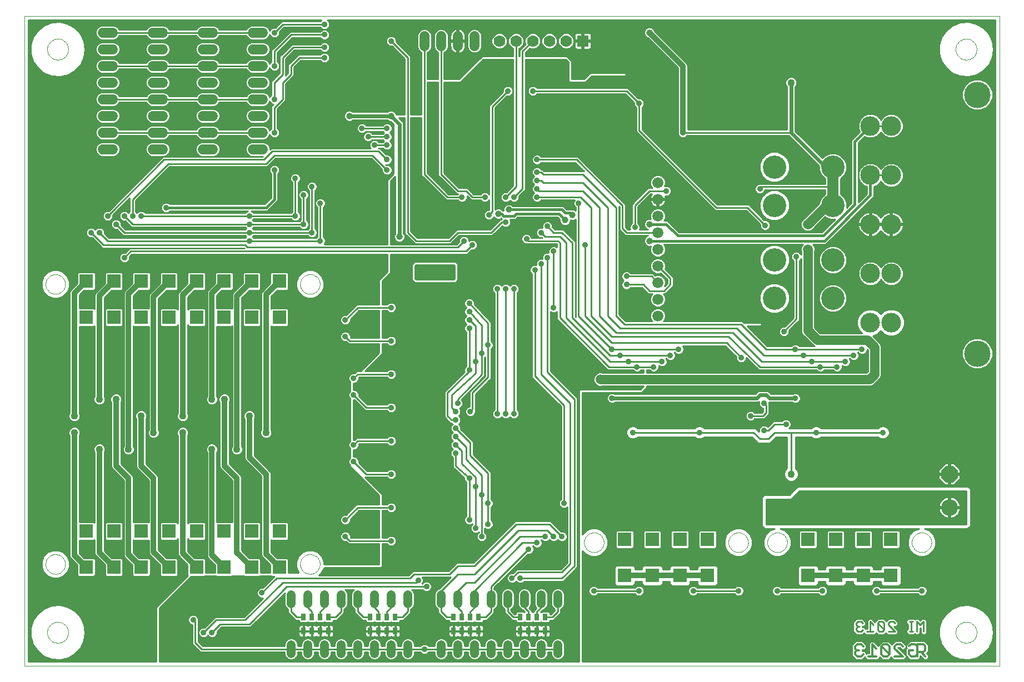
<source format=gbl>
G75*
G70*
%OFA0B0*%
%FSLAX24Y24*%
%IPPOS*%
%LPD*%
%AMOC8*
5,1,8,0,0,1.08239X$1,22.5*
%
%ADD10C,0.0000*%
%ADD11C,0.0110*%
%ADD12C,0.0594*%
%ADD13R,0.0827X0.0827*%
%ADD14C,0.1181*%
%ADD15C,0.1581*%
%ADD16C,0.1400*%
%ADD17C,0.0520*%
%ADD18R,0.0295X0.0433*%
%ADD19R,0.0700X0.0700*%
%ADD20C,0.0700*%
%ADD21C,0.0660*%
%ADD22C,0.1000*%
%ADD23OC8,0.1000*%
%ADD24C,0.0120*%
%ADD25C,0.0357*%
%ADD26C,0.0100*%
%ADD27C,0.0160*%
%ADD28C,0.0240*%
%ADD29C,0.0396*%
%ADD30C,0.0320*%
%ADD31C,0.0436*%
%ADD32C,0.0591*%
%ADD33C,0.0560*%
%ADD34C,0.0660*%
D10*
X000655Y001159D02*
X000655Y040159D01*
X059155Y040159D01*
X059155Y001159D01*
X000655Y001159D01*
X002025Y003159D02*
X002027Y003209D01*
X002033Y003259D01*
X002043Y003308D01*
X002057Y003356D01*
X002074Y003403D01*
X002095Y003448D01*
X002120Y003492D01*
X002148Y003533D01*
X002180Y003572D01*
X002214Y003609D01*
X002251Y003643D01*
X002291Y003673D01*
X002333Y003700D01*
X002377Y003724D01*
X002423Y003745D01*
X002470Y003761D01*
X002518Y003774D01*
X002568Y003783D01*
X002617Y003788D01*
X002668Y003789D01*
X002718Y003786D01*
X002767Y003779D01*
X002816Y003768D01*
X002864Y003753D01*
X002910Y003735D01*
X002955Y003713D01*
X002998Y003687D01*
X003039Y003658D01*
X003078Y003626D01*
X003114Y003591D01*
X003146Y003553D01*
X003176Y003513D01*
X003203Y003470D01*
X003226Y003426D01*
X003245Y003380D01*
X003261Y003332D01*
X003273Y003283D01*
X003281Y003234D01*
X003285Y003184D01*
X003285Y003134D01*
X003281Y003084D01*
X003273Y003035D01*
X003261Y002986D01*
X003245Y002938D01*
X003226Y002892D01*
X003203Y002848D01*
X003176Y002805D01*
X003146Y002765D01*
X003114Y002727D01*
X003078Y002692D01*
X003039Y002660D01*
X002998Y002631D01*
X002955Y002605D01*
X002910Y002583D01*
X002864Y002565D01*
X002816Y002550D01*
X002767Y002539D01*
X002718Y002532D01*
X002668Y002529D01*
X002617Y002530D01*
X002568Y002535D01*
X002518Y002544D01*
X002470Y002557D01*
X002423Y002573D01*
X002377Y002594D01*
X002333Y002618D01*
X002291Y002645D01*
X002251Y002675D01*
X002214Y002709D01*
X002180Y002746D01*
X002148Y002785D01*
X002120Y002826D01*
X002095Y002870D01*
X002074Y002915D01*
X002057Y002962D01*
X002043Y003010D01*
X002033Y003059D01*
X002027Y003109D01*
X002025Y003159D01*
X001926Y007257D02*
X001928Y007305D01*
X001934Y007353D01*
X001944Y007400D01*
X001957Y007446D01*
X001975Y007491D01*
X001995Y007535D01*
X002020Y007577D01*
X002048Y007616D01*
X002078Y007653D01*
X002112Y007687D01*
X002149Y007719D01*
X002187Y007748D01*
X002228Y007773D01*
X002271Y007795D01*
X002316Y007813D01*
X002362Y007827D01*
X002409Y007838D01*
X002457Y007845D01*
X002505Y007848D01*
X002553Y007847D01*
X002601Y007842D01*
X002649Y007833D01*
X002695Y007821D01*
X002740Y007804D01*
X002784Y007784D01*
X002826Y007761D01*
X002866Y007734D01*
X002904Y007704D01*
X002939Y007671D01*
X002971Y007635D01*
X003001Y007597D01*
X003027Y007556D01*
X003049Y007513D01*
X003069Y007469D01*
X003084Y007424D01*
X003096Y007377D01*
X003104Y007329D01*
X003108Y007281D01*
X003108Y007233D01*
X003104Y007185D01*
X003096Y007137D01*
X003084Y007090D01*
X003069Y007045D01*
X003049Y007001D01*
X003027Y006958D01*
X003001Y006917D01*
X002971Y006879D01*
X002939Y006843D01*
X002904Y006810D01*
X002866Y006780D01*
X002826Y006753D01*
X002784Y006730D01*
X002740Y006710D01*
X002695Y006693D01*
X002649Y006681D01*
X002601Y006672D01*
X002553Y006667D01*
X002505Y006666D01*
X002457Y006669D01*
X002409Y006676D01*
X002362Y006687D01*
X002316Y006701D01*
X002271Y006719D01*
X002228Y006741D01*
X002187Y006766D01*
X002149Y006795D01*
X002112Y006827D01*
X002078Y006861D01*
X002048Y006898D01*
X002020Y006937D01*
X001995Y006979D01*
X001975Y007023D01*
X001957Y007068D01*
X001944Y007114D01*
X001934Y007161D01*
X001928Y007209D01*
X001926Y007257D01*
X017202Y007257D02*
X017204Y007305D01*
X017210Y007353D01*
X017220Y007400D01*
X017233Y007446D01*
X017251Y007491D01*
X017271Y007535D01*
X017296Y007577D01*
X017324Y007616D01*
X017354Y007653D01*
X017388Y007687D01*
X017425Y007719D01*
X017463Y007748D01*
X017504Y007773D01*
X017547Y007795D01*
X017592Y007813D01*
X017638Y007827D01*
X017685Y007838D01*
X017733Y007845D01*
X017781Y007848D01*
X017829Y007847D01*
X017877Y007842D01*
X017925Y007833D01*
X017971Y007821D01*
X018016Y007804D01*
X018060Y007784D01*
X018102Y007761D01*
X018142Y007734D01*
X018180Y007704D01*
X018215Y007671D01*
X018247Y007635D01*
X018277Y007597D01*
X018303Y007556D01*
X018325Y007513D01*
X018345Y007469D01*
X018360Y007424D01*
X018372Y007377D01*
X018380Y007329D01*
X018384Y007281D01*
X018384Y007233D01*
X018380Y007185D01*
X018372Y007137D01*
X018360Y007090D01*
X018345Y007045D01*
X018325Y007001D01*
X018303Y006958D01*
X018277Y006917D01*
X018247Y006879D01*
X018215Y006843D01*
X018180Y006810D01*
X018142Y006780D01*
X018102Y006753D01*
X018060Y006730D01*
X018016Y006710D01*
X017971Y006693D01*
X017925Y006681D01*
X017877Y006672D01*
X017829Y006667D01*
X017781Y006666D01*
X017733Y006669D01*
X017685Y006676D01*
X017638Y006687D01*
X017592Y006701D01*
X017547Y006719D01*
X017504Y006741D01*
X017463Y006766D01*
X017425Y006795D01*
X017388Y006827D01*
X017354Y006861D01*
X017324Y006898D01*
X017296Y006937D01*
X017271Y006979D01*
X017251Y007023D01*
X017233Y007068D01*
X017220Y007114D01*
X017210Y007161D01*
X017204Y007209D01*
X017202Y007257D01*
X034233Y008561D02*
X034235Y008609D01*
X034241Y008657D01*
X034251Y008704D01*
X034264Y008750D01*
X034282Y008795D01*
X034302Y008839D01*
X034327Y008881D01*
X034355Y008920D01*
X034385Y008957D01*
X034419Y008991D01*
X034456Y009023D01*
X034494Y009052D01*
X034535Y009077D01*
X034578Y009099D01*
X034623Y009117D01*
X034669Y009131D01*
X034716Y009142D01*
X034764Y009149D01*
X034812Y009152D01*
X034860Y009151D01*
X034908Y009146D01*
X034956Y009137D01*
X035002Y009125D01*
X035047Y009108D01*
X035091Y009088D01*
X035133Y009065D01*
X035173Y009038D01*
X035211Y009008D01*
X035246Y008975D01*
X035278Y008939D01*
X035308Y008901D01*
X035334Y008860D01*
X035356Y008817D01*
X035376Y008773D01*
X035391Y008728D01*
X035403Y008681D01*
X035411Y008633D01*
X035415Y008585D01*
X035415Y008537D01*
X035411Y008489D01*
X035403Y008441D01*
X035391Y008394D01*
X035376Y008349D01*
X035356Y008305D01*
X035334Y008262D01*
X035308Y008221D01*
X035278Y008183D01*
X035246Y008147D01*
X035211Y008114D01*
X035173Y008084D01*
X035133Y008057D01*
X035091Y008034D01*
X035047Y008014D01*
X035002Y007997D01*
X034956Y007985D01*
X034908Y007976D01*
X034860Y007971D01*
X034812Y007970D01*
X034764Y007973D01*
X034716Y007980D01*
X034669Y007991D01*
X034623Y008005D01*
X034578Y008023D01*
X034535Y008045D01*
X034494Y008070D01*
X034456Y008099D01*
X034419Y008131D01*
X034385Y008165D01*
X034355Y008202D01*
X034327Y008241D01*
X034302Y008283D01*
X034282Y008327D01*
X034264Y008372D01*
X034251Y008418D01*
X034241Y008465D01*
X034235Y008513D01*
X034233Y008561D01*
X042895Y008561D02*
X042897Y008609D01*
X042903Y008657D01*
X042913Y008704D01*
X042926Y008750D01*
X042944Y008795D01*
X042964Y008839D01*
X042989Y008881D01*
X043017Y008920D01*
X043047Y008957D01*
X043081Y008991D01*
X043118Y009023D01*
X043156Y009052D01*
X043197Y009077D01*
X043240Y009099D01*
X043285Y009117D01*
X043331Y009131D01*
X043378Y009142D01*
X043426Y009149D01*
X043474Y009152D01*
X043522Y009151D01*
X043570Y009146D01*
X043618Y009137D01*
X043664Y009125D01*
X043709Y009108D01*
X043753Y009088D01*
X043795Y009065D01*
X043835Y009038D01*
X043873Y009008D01*
X043908Y008975D01*
X043940Y008939D01*
X043970Y008901D01*
X043996Y008860D01*
X044018Y008817D01*
X044038Y008773D01*
X044053Y008728D01*
X044065Y008681D01*
X044073Y008633D01*
X044077Y008585D01*
X044077Y008537D01*
X044073Y008489D01*
X044065Y008441D01*
X044053Y008394D01*
X044038Y008349D01*
X044018Y008305D01*
X043996Y008262D01*
X043970Y008221D01*
X043940Y008183D01*
X043908Y008147D01*
X043873Y008114D01*
X043835Y008084D01*
X043795Y008057D01*
X043753Y008034D01*
X043709Y008014D01*
X043664Y007997D01*
X043618Y007985D01*
X043570Y007976D01*
X043522Y007971D01*
X043474Y007970D01*
X043426Y007973D01*
X043378Y007980D01*
X043331Y007991D01*
X043285Y008005D01*
X043240Y008023D01*
X043197Y008045D01*
X043156Y008070D01*
X043118Y008099D01*
X043081Y008131D01*
X043047Y008165D01*
X043017Y008202D01*
X042989Y008241D01*
X042964Y008283D01*
X042944Y008327D01*
X042926Y008372D01*
X042913Y008418D01*
X042903Y008465D01*
X042897Y008513D01*
X042895Y008561D01*
X045233Y008561D02*
X045235Y008609D01*
X045241Y008657D01*
X045251Y008704D01*
X045264Y008750D01*
X045282Y008795D01*
X045302Y008839D01*
X045327Y008881D01*
X045355Y008920D01*
X045385Y008957D01*
X045419Y008991D01*
X045456Y009023D01*
X045494Y009052D01*
X045535Y009077D01*
X045578Y009099D01*
X045623Y009117D01*
X045669Y009131D01*
X045716Y009142D01*
X045764Y009149D01*
X045812Y009152D01*
X045860Y009151D01*
X045908Y009146D01*
X045956Y009137D01*
X046002Y009125D01*
X046047Y009108D01*
X046091Y009088D01*
X046133Y009065D01*
X046173Y009038D01*
X046211Y009008D01*
X046246Y008975D01*
X046278Y008939D01*
X046308Y008901D01*
X046334Y008860D01*
X046356Y008817D01*
X046376Y008773D01*
X046391Y008728D01*
X046403Y008681D01*
X046411Y008633D01*
X046415Y008585D01*
X046415Y008537D01*
X046411Y008489D01*
X046403Y008441D01*
X046391Y008394D01*
X046376Y008349D01*
X046356Y008305D01*
X046334Y008262D01*
X046308Y008221D01*
X046278Y008183D01*
X046246Y008147D01*
X046211Y008114D01*
X046173Y008084D01*
X046133Y008057D01*
X046091Y008034D01*
X046047Y008014D01*
X046002Y007997D01*
X045956Y007985D01*
X045908Y007976D01*
X045860Y007971D01*
X045812Y007970D01*
X045764Y007973D01*
X045716Y007980D01*
X045669Y007991D01*
X045623Y008005D01*
X045578Y008023D01*
X045535Y008045D01*
X045494Y008070D01*
X045456Y008099D01*
X045419Y008131D01*
X045385Y008165D01*
X045355Y008202D01*
X045327Y008241D01*
X045302Y008283D01*
X045282Y008327D01*
X045264Y008372D01*
X045251Y008418D01*
X045241Y008465D01*
X045235Y008513D01*
X045233Y008561D01*
X053895Y008561D02*
X053897Y008609D01*
X053903Y008657D01*
X053913Y008704D01*
X053926Y008750D01*
X053944Y008795D01*
X053964Y008839D01*
X053989Y008881D01*
X054017Y008920D01*
X054047Y008957D01*
X054081Y008991D01*
X054118Y009023D01*
X054156Y009052D01*
X054197Y009077D01*
X054240Y009099D01*
X054285Y009117D01*
X054331Y009131D01*
X054378Y009142D01*
X054426Y009149D01*
X054474Y009152D01*
X054522Y009151D01*
X054570Y009146D01*
X054618Y009137D01*
X054664Y009125D01*
X054709Y009108D01*
X054753Y009088D01*
X054795Y009065D01*
X054835Y009038D01*
X054873Y009008D01*
X054908Y008975D01*
X054940Y008939D01*
X054970Y008901D01*
X054996Y008860D01*
X055018Y008817D01*
X055038Y008773D01*
X055053Y008728D01*
X055065Y008681D01*
X055073Y008633D01*
X055077Y008585D01*
X055077Y008537D01*
X055073Y008489D01*
X055065Y008441D01*
X055053Y008394D01*
X055038Y008349D01*
X055018Y008305D01*
X054996Y008262D01*
X054970Y008221D01*
X054940Y008183D01*
X054908Y008147D01*
X054873Y008114D01*
X054835Y008084D01*
X054795Y008057D01*
X054753Y008034D01*
X054709Y008014D01*
X054664Y007997D01*
X054618Y007985D01*
X054570Y007976D01*
X054522Y007971D01*
X054474Y007970D01*
X054426Y007973D01*
X054378Y007980D01*
X054331Y007991D01*
X054285Y008005D01*
X054240Y008023D01*
X054197Y008045D01*
X054156Y008070D01*
X054118Y008099D01*
X054081Y008131D01*
X054047Y008165D01*
X054017Y008202D01*
X053989Y008241D01*
X053964Y008283D01*
X053944Y008327D01*
X053926Y008372D01*
X053913Y008418D01*
X053903Y008465D01*
X053897Y008513D01*
X053895Y008561D01*
X056525Y003159D02*
X056527Y003209D01*
X056533Y003259D01*
X056543Y003308D01*
X056557Y003356D01*
X056574Y003403D01*
X056595Y003448D01*
X056620Y003492D01*
X056648Y003533D01*
X056680Y003572D01*
X056714Y003609D01*
X056751Y003643D01*
X056791Y003673D01*
X056833Y003700D01*
X056877Y003724D01*
X056923Y003745D01*
X056970Y003761D01*
X057018Y003774D01*
X057068Y003783D01*
X057117Y003788D01*
X057168Y003789D01*
X057218Y003786D01*
X057267Y003779D01*
X057316Y003768D01*
X057364Y003753D01*
X057410Y003735D01*
X057455Y003713D01*
X057498Y003687D01*
X057539Y003658D01*
X057578Y003626D01*
X057614Y003591D01*
X057646Y003553D01*
X057676Y003513D01*
X057703Y003470D01*
X057726Y003426D01*
X057745Y003380D01*
X057761Y003332D01*
X057773Y003283D01*
X057781Y003234D01*
X057785Y003184D01*
X057785Y003134D01*
X057781Y003084D01*
X057773Y003035D01*
X057761Y002986D01*
X057745Y002938D01*
X057726Y002892D01*
X057703Y002848D01*
X057676Y002805D01*
X057646Y002765D01*
X057614Y002727D01*
X057578Y002692D01*
X057539Y002660D01*
X057498Y002631D01*
X057455Y002605D01*
X057410Y002583D01*
X057364Y002565D01*
X057316Y002550D01*
X057267Y002539D01*
X057218Y002532D01*
X057168Y002529D01*
X057117Y002530D01*
X057068Y002535D01*
X057018Y002544D01*
X056970Y002557D01*
X056923Y002573D01*
X056877Y002594D01*
X056833Y002618D01*
X056791Y002645D01*
X056751Y002675D01*
X056714Y002709D01*
X056680Y002746D01*
X056648Y002785D01*
X056620Y002826D01*
X056595Y002870D01*
X056574Y002915D01*
X056557Y002962D01*
X056543Y003010D01*
X056533Y003059D01*
X056527Y003109D01*
X056525Y003159D01*
X017202Y024061D02*
X017204Y024109D01*
X017210Y024157D01*
X017220Y024204D01*
X017233Y024250D01*
X017251Y024295D01*
X017271Y024339D01*
X017296Y024381D01*
X017324Y024420D01*
X017354Y024457D01*
X017388Y024491D01*
X017425Y024523D01*
X017463Y024552D01*
X017504Y024577D01*
X017547Y024599D01*
X017592Y024617D01*
X017638Y024631D01*
X017685Y024642D01*
X017733Y024649D01*
X017781Y024652D01*
X017829Y024651D01*
X017877Y024646D01*
X017925Y024637D01*
X017971Y024625D01*
X018016Y024608D01*
X018060Y024588D01*
X018102Y024565D01*
X018142Y024538D01*
X018180Y024508D01*
X018215Y024475D01*
X018247Y024439D01*
X018277Y024401D01*
X018303Y024360D01*
X018325Y024317D01*
X018345Y024273D01*
X018360Y024228D01*
X018372Y024181D01*
X018380Y024133D01*
X018384Y024085D01*
X018384Y024037D01*
X018380Y023989D01*
X018372Y023941D01*
X018360Y023894D01*
X018345Y023849D01*
X018325Y023805D01*
X018303Y023762D01*
X018277Y023721D01*
X018247Y023683D01*
X018215Y023647D01*
X018180Y023614D01*
X018142Y023584D01*
X018102Y023557D01*
X018060Y023534D01*
X018016Y023514D01*
X017971Y023497D01*
X017925Y023485D01*
X017877Y023476D01*
X017829Y023471D01*
X017781Y023470D01*
X017733Y023473D01*
X017685Y023480D01*
X017638Y023491D01*
X017592Y023505D01*
X017547Y023523D01*
X017504Y023545D01*
X017463Y023570D01*
X017425Y023599D01*
X017388Y023631D01*
X017354Y023665D01*
X017324Y023702D01*
X017296Y023741D01*
X017271Y023783D01*
X017251Y023827D01*
X017233Y023872D01*
X017220Y023918D01*
X017210Y023965D01*
X017204Y024013D01*
X017202Y024061D01*
X001926Y024061D02*
X001928Y024109D01*
X001934Y024157D01*
X001944Y024204D01*
X001957Y024250D01*
X001975Y024295D01*
X001995Y024339D01*
X002020Y024381D01*
X002048Y024420D01*
X002078Y024457D01*
X002112Y024491D01*
X002149Y024523D01*
X002187Y024552D01*
X002228Y024577D01*
X002271Y024599D01*
X002316Y024617D01*
X002362Y024631D01*
X002409Y024642D01*
X002457Y024649D01*
X002505Y024652D01*
X002553Y024651D01*
X002601Y024646D01*
X002649Y024637D01*
X002695Y024625D01*
X002740Y024608D01*
X002784Y024588D01*
X002826Y024565D01*
X002866Y024538D01*
X002904Y024508D01*
X002939Y024475D01*
X002971Y024439D01*
X003001Y024401D01*
X003027Y024360D01*
X003049Y024317D01*
X003069Y024273D01*
X003084Y024228D01*
X003096Y024181D01*
X003104Y024133D01*
X003108Y024085D01*
X003108Y024037D01*
X003104Y023989D01*
X003096Y023941D01*
X003084Y023894D01*
X003069Y023849D01*
X003049Y023805D01*
X003027Y023762D01*
X003001Y023721D01*
X002971Y023683D01*
X002939Y023647D01*
X002904Y023614D01*
X002866Y023584D01*
X002826Y023557D01*
X002784Y023534D01*
X002740Y023514D01*
X002695Y023497D01*
X002649Y023485D01*
X002601Y023476D01*
X002553Y023471D01*
X002505Y023470D01*
X002457Y023473D01*
X002409Y023480D01*
X002362Y023491D01*
X002316Y023505D01*
X002271Y023523D01*
X002228Y023545D01*
X002187Y023570D01*
X002149Y023599D01*
X002112Y023631D01*
X002078Y023665D01*
X002048Y023702D01*
X002020Y023741D01*
X001995Y023783D01*
X001975Y023827D01*
X001957Y023872D01*
X001944Y023918D01*
X001934Y023965D01*
X001928Y024013D01*
X001926Y024061D01*
X002025Y038159D02*
X002027Y038209D01*
X002033Y038259D01*
X002043Y038308D01*
X002057Y038356D01*
X002074Y038403D01*
X002095Y038448D01*
X002120Y038492D01*
X002148Y038533D01*
X002180Y038572D01*
X002214Y038609D01*
X002251Y038643D01*
X002291Y038673D01*
X002333Y038700D01*
X002377Y038724D01*
X002423Y038745D01*
X002470Y038761D01*
X002518Y038774D01*
X002568Y038783D01*
X002617Y038788D01*
X002668Y038789D01*
X002718Y038786D01*
X002767Y038779D01*
X002816Y038768D01*
X002864Y038753D01*
X002910Y038735D01*
X002955Y038713D01*
X002998Y038687D01*
X003039Y038658D01*
X003078Y038626D01*
X003114Y038591D01*
X003146Y038553D01*
X003176Y038513D01*
X003203Y038470D01*
X003226Y038426D01*
X003245Y038380D01*
X003261Y038332D01*
X003273Y038283D01*
X003281Y038234D01*
X003285Y038184D01*
X003285Y038134D01*
X003281Y038084D01*
X003273Y038035D01*
X003261Y037986D01*
X003245Y037938D01*
X003226Y037892D01*
X003203Y037848D01*
X003176Y037805D01*
X003146Y037765D01*
X003114Y037727D01*
X003078Y037692D01*
X003039Y037660D01*
X002998Y037631D01*
X002955Y037605D01*
X002910Y037583D01*
X002864Y037565D01*
X002816Y037550D01*
X002767Y037539D01*
X002718Y037532D01*
X002668Y037529D01*
X002617Y037530D01*
X002568Y037535D01*
X002518Y037544D01*
X002470Y037557D01*
X002423Y037573D01*
X002377Y037594D01*
X002333Y037618D01*
X002291Y037645D01*
X002251Y037675D01*
X002214Y037709D01*
X002180Y037746D01*
X002148Y037785D01*
X002120Y037826D01*
X002095Y037870D01*
X002074Y037915D01*
X002057Y037962D01*
X002043Y038010D01*
X002033Y038059D01*
X002027Y038109D01*
X002025Y038159D01*
X056525Y038159D02*
X056527Y038209D01*
X056533Y038259D01*
X056543Y038308D01*
X056557Y038356D01*
X056574Y038403D01*
X056595Y038448D01*
X056620Y038492D01*
X056648Y038533D01*
X056680Y038572D01*
X056714Y038609D01*
X056751Y038643D01*
X056791Y038673D01*
X056833Y038700D01*
X056877Y038724D01*
X056923Y038745D01*
X056970Y038761D01*
X057018Y038774D01*
X057068Y038783D01*
X057117Y038788D01*
X057168Y038789D01*
X057218Y038786D01*
X057267Y038779D01*
X057316Y038768D01*
X057364Y038753D01*
X057410Y038735D01*
X057455Y038713D01*
X057498Y038687D01*
X057539Y038658D01*
X057578Y038626D01*
X057614Y038591D01*
X057646Y038553D01*
X057676Y038513D01*
X057703Y038470D01*
X057726Y038426D01*
X057745Y038380D01*
X057761Y038332D01*
X057773Y038283D01*
X057781Y038234D01*
X057785Y038184D01*
X057785Y038134D01*
X057781Y038084D01*
X057773Y038035D01*
X057761Y037986D01*
X057745Y037938D01*
X057726Y037892D01*
X057703Y037848D01*
X057676Y037805D01*
X057646Y037765D01*
X057614Y037727D01*
X057578Y037692D01*
X057539Y037660D01*
X057498Y037631D01*
X057455Y037605D01*
X057410Y037583D01*
X057364Y037565D01*
X057316Y037550D01*
X057267Y037539D01*
X057218Y037532D01*
X057168Y037529D01*
X057117Y037530D01*
X057068Y037535D01*
X057018Y037544D01*
X056970Y037557D01*
X056923Y037573D01*
X056877Y037594D01*
X056833Y037618D01*
X056791Y037645D01*
X056751Y037675D01*
X056714Y037709D01*
X056680Y037746D01*
X056648Y037785D01*
X056620Y037826D01*
X056595Y037870D01*
X056574Y037915D01*
X056557Y037962D01*
X056543Y038010D01*
X056533Y038059D01*
X056527Y038109D01*
X056525Y038159D01*
D11*
X054600Y003805D02*
X054403Y003608D01*
X054206Y003805D01*
X054206Y003214D01*
X053956Y003214D02*
X053759Y003214D01*
X053857Y003214D02*
X053857Y003805D01*
X053759Y003805D02*
X053956Y003805D01*
X054600Y003805D02*
X054600Y003214D01*
X052881Y003214D02*
X052488Y003608D01*
X052488Y003706D01*
X052586Y003805D01*
X052783Y003805D01*
X052881Y003706D01*
X052237Y003706D02*
X052237Y003312D01*
X051843Y003706D01*
X051843Y003312D01*
X051942Y003214D01*
X052138Y003214D01*
X052237Y003312D01*
X052488Y003214D02*
X052881Y003214D01*
X052237Y003706D02*
X052138Y003805D01*
X051942Y003805D01*
X051843Y003706D01*
X051592Y003608D02*
X051396Y003805D01*
X051396Y003214D01*
X051592Y003214D02*
X051199Y003214D01*
X050948Y003312D02*
X050849Y003214D01*
X050653Y003214D01*
X050554Y003312D01*
X050554Y003411D01*
X050653Y003509D01*
X050751Y003509D01*
X050653Y003509D02*
X050554Y003608D01*
X050554Y003706D01*
X050653Y003805D01*
X050849Y003805D01*
X050948Y003706D01*
D12*
X014952Y032159D02*
X014358Y032159D01*
X014358Y033159D02*
X014952Y033159D01*
X014952Y034159D02*
X014358Y034159D01*
X014358Y035159D02*
X014952Y035159D01*
X014952Y036159D02*
X014358Y036159D01*
X014358Y037159D02*
X014952Y037159D01*
X014952Y038159D02*
X014358Y038159D01*
X014358Y039159D02*
X014952Y039159D01*
X011952Y039159D02*
X011358Y039159D01*
X011358Y038159D02*
X011952Y038159D01*
X011952Y037159D02*
X011358Y037159D01*
X011358Y036159D02*
X011952Y036159D01*
X011952Y035159D02*
X011358Y035159D01*
X011358Y034159D02*
X011952Y034159D01*
X011952Y033159D02*
X011358Y033159D01*
X011358Y032159D02*
X011952Y032159D01*
X008952Y032159D02*
X008358Y032159D01*
X008358Y033159D02*
X008952Y033159D01*
X008952Y034159D02*
X008358Y034159D01*
X008358Y035159D02*
X008952Y035159D01*
X008952Y036159D02*
X008358Y036159D01*
X008358Y037159D02*
X008952Y037159D01*
X008952Y038159D02*
X008358Y038159D01*
X008358Y039159D02*
X008952Y039159D01*
X005952Y039159D02*
X005358Y039159D01*
X005358Y038159D02*
X005952Y038159D01*
X005952Y037159D02*
X005358Y037159D01*
X005358Y036159D02*
X005952Y036159D01*
X005952Y035159D02*
X005358Y035159D01*
X005358Y034159D02*
X005952Y034159D01*
X005952Y033159D02*
X005358Y033159D01*
X005358Y032159D02*
X005952Y032159D01*
X024655Y038362D02*
X024655Y038956D01*
X025655Y038956D02*
X025655Y038362D01*
X026655Y038362D02*
X026655Y038956D01*
X027655Y038956D02*
X027655Y038362D01*
D13*
X015943Y024242D03*
X014289Y024242D03*
X012635Y024242D03*
X010982Y024242D03*
X009328Y024242D03*
X007675Y024242D03*
X006021Y024242D03*
X004368Y024242D03*
X004368Y022076D03*
X006021Y022076D03*
X007675Y022076D03*
X009328Y022076D03*
X010982Y022076D03*
X012635Y022076D03*
X014289Y022076D03*
X015943Y022076D03*
X015943Y009242D03*
X014289Y009242D03*
X012635Y009242D03*
X010982Y009242D03*
X009328Y009242D03*
X007675Y009242D03*
X006021Y009242D03*
X004368Y009242D03*
X004368Y007076D03*
X006021Y007076D03*
X007675Y007076D03*
X009328Y007076D03*
X010982Y007076D03*
X012635Y007076D03*
X014289Y007076D03*
X015943Y007076D03*
X036675Y006576D03*
X038328Y006576D03*
X039982Y006576D03*
X041635Y006576D03*
X041635Y008742D03*
X039982Y008742D03*
X038328Y008742D03*
X036675Y008742D03*
X047675Y008742D03*
X049328Y008742D03*
X050982Y008742D03*
X052635Y008742D03*
X052635Y006576D03*
X050982Y006576D03*
X049328Y006576D03*
X047675Y006576D03*
D14*
X051403Y021761D03*
X052655Y021761D03*
X052655Y024710D03*
X051403Y024710D03*
X051403Y027659D03*
X052655Y027659D03*
X052655Y030608D03*
X051403Y030608D03*
X051403Y033557D03*
X052655Y033557D03*
D15*
X057824Y035427D03*
X057824Y019891D03*
D16*
X049155Y023222D03*
X049155Y025522D03*
X045655Y025522D03*
X045655Y023222D03*
X045655Y028796D03*
X045655Y031096D03*
X049155Y031096D03*
X049155Y028796D03*
D17*
X032655Y005419D02*
X032655Y004899D01*
X031655Y004899D02*
X031655Y005419D01*
X030655Y005419D02*
X030655Y004899D01*
X029655Y004899D02*
X029655Y005419D01*
X028655Y005419D02*
X028655Y004899D01*
X027655Y004899D02*
X027655Y005419D01*
X026655Y005419D02*
X026655Y004899D01*
X025655Y004899D02*
X025655Y005419D01*
X023655Y005419D02*
X023655Y004899D01*
X022655Y004899D02*
X022655Y005419D01*
X021655Y005419D02*
X021655Y004899D01*
X020655Y004899D02*
X020655Y005419D01*
X019655Y005419D02*
X019655Y004899D01*
X018655Y004899D02*
X018655Y005419D01*
X017655Y005419D02*
X017655Y004899D01*
X016655Y004899D02*
X016655Y005419D01*
X016655Y002419D02*
X016655Y001899D01*
X017655Y001899D02*
X017655Y002419D01*
X018655Y002419D02*
X018655Y001899D01*
X019655Y001899D02*
X019655Y002419D01*
X020655Y002419D02*
X020655Y001899D01*
X021655Y001899D02*
X021655Y002419D01*
X022655Y002419D02*
X022655Y001899D01*
X023655Y001899D02*
X023655Y002419D01*
X025655Y002419D02*
X025655Y001899D01*
X026655Y001899D02*
X026655Y002419D01*
X027655Y002419D02*
X027655Y001899D01*
X028655Y001899D02*
X028655Y002419D01*
X029655Y002419D02*
X029655Y001899D01*
X030655Y001899D02*
X030655Y002419D01*
X031655Y002419D02*
X031655Y001899D01*
X032655Y001899D02*
X032655Y002419D01*
D18*
X031905Y003238D03*
X031405Y003238D03*
X030905Y003238D03*
X030405Y003238D03*
X030405Y004080D03*
X030905Y004080D03*
X031405Y004080D03*
X031905Y004080D03*
X027905Y004080D03*
X027405Y004080D03*
X026905Y004080D03*
X026405Y004080D03*
X026405Y003238D03*
X026905Y003238D03*
X027405Y003238D03*
X027905Y003238D03*
X022905Y003238D03*
X022405Y003238D03*
X021905Y003238D03*
X021405Y003238D03*
X021405Y004080D03*
X021905Y004080D03*
X022405Y004080D03*
X022905Y004080D03*
X018905Y004080D03*
X018405Y004080D03*
X017905Y004080D03*
X017405Y004080D03*
X017405Y003238D03*
X017905Y003238D03*
X018405Y003238D03*
X018905Y003238D03*
D19*
X034155Y038659D03*
D20*
X033155Y038659D03*
X032155Y038659D03*
X031155Y038659D03*
X030155Y038659D03*
X029155Y038659D03*
D21*
X038655Y030159D03*
X038655Y029159D03*
X038655Y028159D03*
X038655Y027159D03*
X038655Y026159D03*
X038655Y025159D03*
X038655Y024159D03*
X038655Y023159D03*
X038655Y022159D03*
D22*
X056155Y010659D03*
D23*
X056155Y012659D03*
D24*
X054585Y002459D02*
X054215Y002459D01*
X054215Y002339D01*
X054095Y002459D01*
X053855Y002459D01*
X053735Y002339D01*
X053725Y002089D02*
X053725Y001849D01*
X053845Y001719D01*
X054095Y001719D01*
X054215Y001839D01*
X054215Y001719D01*
X054215Y001839D02*
X054215Y001969D01*
X054465Y001969D01*
X054705Y001719D01*
X054585Y001969D02*
X054465Y001969D01*
X054585Y001969D02*
X054705Y002089D01*
X054705Y002339D01*
X054585Y002459D01*
X054215Y002339D02*
X054215Y001969D01*
X053975Y002089D02*
X053725Y002089D01*
X053355Y002319D02*
X053225Y002449D01*
X052985Y002449D01*
X052865Y002329D01*
X052865Y002319D02*
X052865Y002199D01*
X053355Y001719D01*
X052865Y001719D01*
X052555Y001839D02*
X052085Y002319D01*
X052075Y002319D02*
X052195Y002439D01*
X052435Y002439D01*
X052555Y002319D01*
X052555Y001839D01*
X052435Y001719D01*
X052195Y001719D01*
X052075Y001839D01*
X052075Y002319D01*
X051765Y002197D02*
X051523Y002439D01*
X051523Y002432D02*
X051523Y001727D01*
X051283Y001719D02*
X051768Y001719D01*
X050985Y001849D02*
X050855Y001719D01*
X050615Y001719D01*
X050495Y001839D01*
X050495Y001849D02*
X050495Y001969D01*
X050495Y001979D02*
X050605Y002089D01*
X050495Y002199D01*
X050495Y002319D01*
X050495Y002329D02*
X050615Y002449D01*
X050855Y002449D01*
X050985Y002319D01*
X050723Y002089D02*
X050608Y002089D01*
D25*
X051780Y005659D03*
X054502Y005659D03*
X048530Y005659D03*
X045809Y005659D03*
X043502Y005659D03*
X040780Y005659D03*
X037530Y005659D03*
X034809Y005659D03*
X031405Y008534D03*
X030905Y008159D03*
X031905Y008909D03*
X032405Y008909D03*
X032905Y008909D03*
X032155Y010659D03*
X031655Y010659D03*
X031655Y011159D03*
X031655Y011659D03*
X031655Y012159D03*
X032155Y012159D03*
X032155Y011659D03*
X032155Y011159D03*
X033030Y010909D03*
X034655Y010659D03*
X034655Y011159D03*
X034655Y011659D03*
X034655Y012159D03*
X035155Y012159D03*
X035155Y011659D03*
X035155Y011159D03*
X035155Y010659D03*
X038655Y010659D03*
X038655Y011159D03*
X038655Y011659D03*
X039155Y011159D03*
X039155Y010659D03*
X039155Y012159D03*
X039655Y012659D03*
X042655Y011659D03*
X042655Y010659D03*
X045030Y011659D03*
X046155Y011659D03*
X046405Y010909D03*
X046405Y010409D03*
X045905Y010409D03*
X045405Y010409D03*
X046905Y010409D03*
X046905Y010909D03*
X049655Y012659D03*
X050155Y012659D03*
X050655Y012659D03*
X050155Y013159D03*
X048155Y015159D03*
X048155Y015784D03*
X046343Y015659D03*
X045030Y015284D03*
X044218Y016159D03*
X045030Y016909D03*
X046905Y017222D03*
X048405Y019097D03*
X047905Y019409D03*
X047405Y019784D03*
X046905Y020159D03*
X046218Y021222D03*
X043655Y019659D03*
X042155Y019659D03*
X041655Y019659D03*
X041155Y019659D03*
X040655Y019659D03*
X039905Y020159D03*
X039405Y019784D03*
X038905Y019409D03*
X038405Y019097D03*
X037405Y019097D03*
X036905Y019409D03*
X036405Y019784D03*
X035905Y020159D03*
X032405Y022659D03*
X030030Y023784D03*
X029530Y023784D03*
X029030Y023784D03*
X027343Y022909D03*
X027343Y022409D03*
X027343Y021909D03*
X027343Y021409D03*
X028468Y020409D03*
X028093Y019909D03*
X027718Y019409D03*
X027343Y018909D03*
X025655Y018159D03*
X024905Y019159D03*
X022655Y018659D03*
X022155Y019159D03*
X022655Y017659D03*
X022655Y016659D03*
X022655Y015659D03*
X022655Y014659D03*
X022655Y013659D03*
X022655Y012659D03*
X022655Y011659D03*
X022655Y010659D03*
X022655Y009659D03*
X022655Y008659D03*
X022655Y007659D03*
X024280Y006284D03*
X024780Y005909D03*
X028093Y008909D03*
X027718Y009409D03*
X028468Y009659D03*
X027343Y009909D03*
X028468Y010909D03*
X028093Y011409D03*
X027718Y011909D03*
X027343Y012409D03*
X026530Y013909D03*
X026530Y014409D03*
X026530Y014909D03*
X026530Y015409D03*
X026530Y015909D03*
X027405Y015784D03*
X027405Y015159D03*
X027405Y016409D03*
X026530Y016409D03*
X026655Y016909D03*
X029030Y016284D03*
X029530Y016284D03*
X030030Y016284D03*
X034655Y016159D03*
X034655Y015659D03*
X034655Y015159D03*
X035155Y015159D03*
X035155Y015659D03*
X035155Y016159D03*
X035905Y017222D03*
X037155Y016534D03*
X037155Y015159D03*
X039155Y015784D03*
X041155Y015784D03*
X041155Y015159D03*
X034655Y014659D03*
X024655Y021159D03*
X022655Y021159D03*
X022655Y020659D03*
X019905Y020909D03*
X019905Y021909D03*
X022655Y022659D03*
X022655Y023659D03*
X024655Y023159D03*
X027530Y026409D03*
X027030Y026659D03*
X028280Y027784D03*
X028530Y028222D03*
X029530Y027784D03*
X030030Y027784D03*
X030780Y026784D03*
X031655Y027159D03*
X032030Y027534D03*
X033905Y028909D03*
X031405Y029284D03*
X031405Y029784D03*
X031405Y030284D03*
X031405Y030784D03*
X031405Y031534D03*
X033155Y032159D03*
X033155Y032659D03*
X033155Y033159D03*
X033155Y033659D03*
X033155Y034159D03*
X035155Y034159D03*
X035155Y034659D03*
X037530Y034909D03*
X040155Y033159D03*
X043155Y031159D03*
X043655Y031159D03*
X044780Y029784D03*
X045093Y027597D03*
X046968Y025722D03*
X043405Y025534D03*
X043405Y025034D03*
X043405Y024534D03*
X043405Y024034D03*
X043405Y023534D03*
X043405Y023034D03*
X049405Y019097D03*
X049905Y019409D03*
X050405Y019784D03*
X050905Y020159D03*
X053655Y020159D03*
X055155Y020159D03*
X055155Y018659D03*
X053655Y018659D03*
X055155Y017159D03*
X055155Y015659D03*
X055155Y014159D03*
X055155Y012659D03*
X054655Y012659D03*
X054155Y012659D03*
X053655Y012659D03*
X052155Y015159D03*
X052155Y016784D03*
X050155Y015784D03*
X055155Y022159D03*
X055155Y023659D03*
X055155Y025159D03*
X055155Y027159D03*
X055155Y029159D03*
X055155Y031159D03*
X055155Y033159D03*
X052655Y032159D03*
X052155Y031659D03*
X049155Y033659D03*
X049155Y034659D03*
X049655Y036659D03*
X048155Y036659D03*
X052655Y036659D03*
X054655Y036659D03*
X041155Y035659D03*
X040655Y035659D03*
X035655Y031659D03*
X035155Y031659D03*
X039155Y029659D03*
X037280Y027472D03*
X034280Y026409D03*
X032405Y026034D03*
X032030Y025659D03*
X031655Y025284D03*
X031280Y024909D03*
X036780Y024534D03*
X036780Y024034D03*
X030030Y029284D03*
X029530Y029284D03*
X029280Y029659D03*
X028280Y029284D03*
X026905Y029284D03*
X025280Y027784D03*
X025280Y027284D03*
X024155Y027159D03*
X024155Y028159D03*
X024155Y029159D03*
X024155Y029659D03*
X024155Y030159D03*
X022405Y030909D03*
X022405Y031534D03*
X022405Y032409D03*
X022405Y032909D03*
X022405Y033409D03*
X021280Y032909D03*
X020905Y033409D03*
X021655Y032409D03*
X024280Y033034D03*
X024155Y033659D03*
X024155Y034659D03*
X023155Y034659D03*
X022655Y034659D03*
X023155Y035159D03*
X025155Y034659D03*
X026155Y034659D03*
X026280Y036784D03*
X026655Y037159D03*
X028155Y036659D03*
X028655Y036659D03*
X028655Y037159D03*
X029655Y035659D03*
X031155Y035659D03*
X025155Y032409D03*
X021655Y028159D03*
X021155Y028159D03*
X021155Y027159D03*
X021655Y027159D03*
X021655Y026659D03*
X022155Y026659D03*
X022155Y027159D03*
X022155Y027659D03*
X019655Y025659D03*
X019155Y025659D03*
X018655Y025659D03*
X018405Y026659D03*
X017905Y027159D03*
X017405Y027659D03*
X016905Y028159D03*
X018405Y028909D03*
X017405Y029409D03*
X017905Y029909D03*
X016905Y030409D03*
X015655Y030909D03*
X015655Y033159D03*
X016655Y034159D03*
X017155Y034159D03*
X017655Y034159D03*
X015655Y035159D03*
X017155Y036159D03*
X017655Y036159D03*
X018655Y037159D03*
X018655Y037659D03*
X019155Y037159D03*
X019655Y037159D03*
X018655Y038284D03*
X018655Y039034D03*
X018655Y039659D03*
X021155Y039659D03*
X021655Y039659D03*
X022655Y038659D03*
X015655Y039159D03*
X015655Y037159D03*
X003655Y029159D03*
X003155Y028659D03*
X002655Y028159D03*
X003155Y027659D03*
X002655Y027159D03*
X003155Y026659D03*
X003655Y027159D03*
X004655Y027159D03*
X005155Y027159D03*
X005655Y028159D03*
X006155Y027659D03*
X006655Y028159D03*
X007155Y028159D03*
X007655Y028159D03*
X009155Y028659D03*
X006655Y025659D03*
X003655Y026159D03*
X002655Y026159D03*
X003655Y028159D03*
X002655Y029159D03*
X014155Y028159D03*
X014155Y027659D03*
X014155Y027159D03*
X014155Y026659D03*
X019155Y024159D03*
X019655Y024159D03*
X020405Y018409D03*
X020405Y017409D03*
X020405Y014409D03*
X020405Y013409D03*
X019905Y009909D03*
X019905Y008909D03*
X014905Y005534D03*
X011905Y003159D03*
X011405Y003159D03*
X010780Y003909D03*
X009280Y003784D03*
X009280Y003284D03*
X009280Y004284D03*
X009280Y004784D03*
X015405Y002659D03*
X015905Y002659D03*
X024655Y002159D03*
X029905Y006409D03*
X030405Y006409D03*
D26*
X032905Y006409D01*
X033655Y007159D01*
X033655Y017159D01*
X032030Y018784D01*
X032030Y025659D01*
X031753Y025795D02*
X022630Y025795D01*
X022630Y025854D02*
X027230Y025854D01*
X027335Y025959D01*
X027335Y025960D01*
X027476Y026101D01*
X027591Y026101D01*
X027705Y026148D01*
X027792Y026234D01*
X027839Y026348D01*
X027839Y026470D01*
X027792Y026584D01*
X027705Y026670D01*
X027591Y026717D01*
X027469Y026717D01*
X027355Y026670D01*
X027339Y026654D01*
X027339Y026720D01*
X027292Y026834D01*
X027205Y026920D01*
X027091Y026967D01*
X026969Y026967D01*
X026855Y026920D01*
X026769Y026834D01*
X026722Y026720D01*
X026722Y026605D01*
X026581Y026464D01*
X022630Y026464D01*
X022630Y030243D01*
X022905Y030518D01*
X022905Y027123D01*
X022877Y027095D01*
X022827Y026974D01*
X022827Y026844D01*
X022877Y026723D01*
X022969Y026631D01*
X023090Y026581D01*
X023220Y026581D01*
X023341Y026631D01*
X023433Y026723D01*
X023483Y026844D01*
X023483Y026974D01*
X023433Y027095D01*
X023405Y027123D01*
X023405Y033709D01*
X023367Y033801D01*
X023297Y033871D01*
X023109Y034059D01*
X023475Y034059D01*
X023475Y027084D01*
X023581Y026979D01*
X024081Y026479D01*
X024230Y026479D01*
X026230Y026479D01*
X026335Y026584D01*
X026730Y026979D01*
X028730Y026979D01*
X028835Y027084D01*
X029314Y027564D01*
X029355Y027523D01*
X029469Y027476D01*
X029591Y027476D01*
X029705Y027523D01*
X029792Y027609D01*
X029839Y027723D01*
X029839Y027845D01*
X029796Y027949D01*
X029943Y027949D01*
X030117Y027949D01*
X030242Y028074D01*
X032631Y028074D01*
X032765Y027940D01*
X032765Y027844D01*
X032814Y027723D01*
X032907Y027631D01*
X033027Y027581D01*
X033158Y027581D01*
X033278Y027631D01*
X033371Y027723D01*
X033421Y027844D01*
X033421Y027912D01*
X033465Y027893D01*
X033595Y027893D01*
X033716Y027943D01*
X033725Y027953D01*
X033725Y022234D01*
X033725Y022094D01*
X033710Y022109D01*
X033710Y026459D01*
X033710Y026609D01*
X033085Y027234D01*
X032980Y027339D01*
X032480Y027339D01*
X032339Y027480D01*
X032339Y027595D01*
X032292Y027709D01*
X032205Y027795D01*
X032091Y027842D01*
X031969Y027842D01*
X031855Y027795D01*
X031769Y027709D01*
X031722Y027595D01*
X031722Y027473D01*
X031725Y027464D01*
X031716Y027467D01*
X031594Y027467D01*
X031480Y027420D01*
X031394Y027334D01*
X031347Y027220D01*
X031347Y027098D01*
X031394Y026984D01*
X031480Y026898D01*
X031594Y026851D01*
X031709Y026851D01*
X031721Y026839D01*
X031089Y026839D01*
X031089Y026845D01*
X031042Y026959D01*
X030955Y027045D01*
X030841Y027092D01*
X030719Y027092D01*
X030605Y027045D01*
X030519Y026959D01*
X030472Y026845D01*
X030472Y026723D01*
X030519Y026609D01*
X030605Y026523D01*
X030719Y026476D01*
X030841Y026476D01*
X030850Y026479D01*
X030980Y026479D01*
X032581Y026479D01*
X032600Y026459D01*
X032600Y026275D01*
X032580Y026295D01*
X032466Y026342D01*
X032344Y026342D01*
X032230Y026295D01*
X032144Y026209D01*
X032097Y026095D01*
X032097Y025973D01*
X032100Y025964D01*
X032091Y025967D01*
X031969Y025967D01*
X031855Y025920D01*
X031769Y025834D01*
X031722Y025720D01*
X031722Y025598D01*
X022630Y025598D01*
X022630Y025696D02*
X031722Y025696D01*
X031722Y025598D02*
X031725Y025589D01*
X031716Y025592D01*
X031594Y025592D01*
X031480Y025545D01*
X031394Y025459D01*
X031347Y025345D01*
X031347Y025223D01*
X031350Y025214D01*
X031341Y025217D01*
X031219Y025217D01*
X031105Y025170D01*
X031019Y025084D01*
X030972Y024970D01*
X030972Y024848D01*
X031019Y024734D01*
X031100Y024653D01*
X031100Y018459D01*
X031206Y018354D01*
X032850Y016709D01*
X032850Y011165D01*
X032769Y011084D01*
X032722Y010970D01*
X032722Y010848D01*
X032769Y010734D01*
X032855Y010648D01*
X032969Y010601D01*
X033091Y010601D01*
X033205Y010648D01*
X033225Y010668D01*
X033225Y007359D01*
X032831Y006964D01*
X030206Y006964D01*
X030100Y006859D01*
X029959Y006717D01*
X029844Y006717D01*
X029730Y006670D01*
X029644Y006584D01*
X029597Y006470D01*
X029597Y006348D01*
X029644Y006234D01*
X029730Y006148D01*
X029844Y006101D01*
X029966Y006101D01*
X030080Y006148D01*
X030155Y006223D01*
X030230Y006148D01*
X030344Y006101D01*
X030466Y006101D01*
X030580Y006148D01*
X030661Y006229D01*
X032831Y006229D01*
X032980Y006229D01*
X033835Y007084D01*
X033835Y007234D01*
X033835Y017084D01*
X033835Y017234D01*
X032210Y018859D01*
X032210Y022418D01*
X032230Y022398D01*
X032344Y022351D01*
X032466Y022351D01*
X032580Y022398D01*
X032600Y022418D01*
X032600Y022109D01*
X032600Y021959D01*
X035599Y018961D01*
X035643Y018917D01*
X037149Y018917D01*
X037230Y018835D01*
X037344Y018788D01*
X037466Y018788D01*
X037580Y018835D01*
X037661Y018917D01*
X037805Y018917D01*
X037805Y018757D01*
X035339Y018757D01*
X035302Y018772D01*
X035133Y018772D01*
X034977Y018707D01*
X034857Y018587D01*
X034792Y018431D01*
X034792Y018262D01*
X034857Y018106D01*
X034977Y017986D01*
X035133Y017921D01*
X035302Y017921D01*
X035339Y017937D01*
X037791Y017937D01*
X037614Y017759D01*
X034072Y017759D01*
X033989Y017759D01*
X033930Y017700D01*
X033930Y001409D01*
X008755Y001409D01*
X008755Y004618D01*
X010670Y006533D01*
X011449Y006533D01*
X011475Y006559D01*
X012142Y006559D01*
X012168Y006533D01*
X013103Y006533D01*
X013129Y006559D01*
X013796Y006559D01*
X013822Y006533D01*
X014756Y006533D01*
X014782Y006559D01*
X015449Y006559D01*
X015475Y006533D01*
X015650Y006533D01*
X015600Y006484D01*
X015600Y006484D01*
X014959Y005842D01*
X014844Y005842D01*
X014730Y005795D01*
X014644Y005709D01*
X014597Y005595D01*
X014597Y005473D01*
X014644Y005359D01*
X014730Y005273D01*
X014844Y005226D01*
X014966Y005226D01*
X014968Y005226D01*
X013831Y004089D01*
X012230Y004089D01*
X012081Y004089D01*
X011459Y003467D01*
X011344Y003467D01*
X011230Y003420D01*
X011144Y003334D01*
X011097Y003220D01*
X011097Y003098D01*
X011144Y002984D01*
X011230Y002898D01*
X011344Y002851D01*
X011466Y002851D01*
X011580Y002898D01*
X011655Y002973D01*
X011730Y002898D01*
X011844Y002851D01*
X011966Y002851D01*
X012080Y002898D01*
X012167Y002984D01*
X012214Y003098D01*
X012214Y003213D01*
X012480Y003479D01*
X014230Y003479D01*
X014335Y003584D01*
X016278Y005527D01*
X016265Y005497D01*
X016265Y004821D01*
X016324Y004678D01*
X016434Y004568D01*
X016475Y004551D01*
X016475Y004334D01*
X016581Y004229D01*
X016909Y003900D01*
X017058Y003900D01*
X017127Y003900D01*
X017127Y003810D01*
X017204Y003734D01*
X017607Y003734D01*
X017655Y003782D01*
X017704Y003734D01*
X018107Y003734D01*
X018155Y003782D01*
X018204Y003734D01*
X018607Y003734D01*
X018655Y003782D01*
X018704Y003734D01*
X019107Y003734D01*
X019183Y003810D01*
X019183Y003900D01*
X019252Y003900D01*
X019401Y003900D01*
X019730Y004229D01*
X019835Y004334D01*
X019835Y004551D01*
X019876Y004568D01*
X019986Y004678D01*
X020045Y004821D01*
X020045Y005497D01*
X019986Y005640D01*
X019897Y005729D01*
X020414Y005729D01*
X020324Y005640D01*
X020265Y005497D01*
X020265Y004821D01*
X020324Y004678D01*
X020434Y004568D01*
X020475Y004551D01*
X020475Y004334D01*
X020581Y004229D01*
X020909Y003900D01*
X021058Y003900D01*
X021127Y003900D01*
X021127Y003810D01*
X021204Y003734D01*
X021607Y003734D01*
X021655Y003782D01*
X021704Y003734D01*
X022107Y003734D01*
X022155Y003782D01*
X022204Y003734D01*
X022607Y003734D01*
X022655Y003782D01*
X022704Y003734D01*
X023107Y003734D01*
X023183Y003810D01*
X023183Y003900D01*
X023252Y003900D01*
X023401Y003900D01*
X023730Y004229D01*
X023835Y004334D01*
X023835Y004551D01*
X023876Y004568D01*
X023986Y004678D01*
X024045Y004821D01*
X024045Y005497D01*
X023986Y005640D01*
X023897Y005729D01*
X024524Y005729D01*
X024605Y005648D01*
X024719Y005601D01*
X024841Y005601D01*
X024955Y005648D01*
X025042Y005734D01*
X025089Y005848D01*
X025089Y005970D01*
X025042Y006084D01*
X024955Y006170D01*
X024841Y006217D01*
X024719Y006217D01*
X024605Y006170D01*
X024524Y006089D01*
X024521Y006089D01*
X024542Y006109D01*
X024589Y006223D01*
X024589Y006345D01*
X024542Y006459D01*
X024521Y006479D01*
X026221Y006479D01*
X025581Y005839D01*
X025531Y005790D01*
X025434Y005750D01*
X025324Y005640D01*
X025265Y005497D01*
X025265Y004821D01*
X025324Y004678D01*
X025434Y004568D01*
X025475Y004551D01*
X025475Y004334D01*
X025581Y004229D01*
X025909Y003900D01*
X026058Y003900D01*
X026127Y003900D01*
X026127Y003810D01*
X026204Y003734D01*
X026607Y003734D01*
X026655Y003782D01*
X026704Y003734D01*
X027107Y003734D01*
X027155Y003782D01*
X027204Y003734D01*
X027607Y003734D01*
X027655Y003782D01*
X027704Y003734D01*
X028107Y003734D01*
X028183Y003810D01*
X028183Y003900D01*
X028252Y003900D01*
X028401Y003900D01*
X028730Y004229D01*
X028835Y004334D01*
X028835Y004551D01*
X028876Y004568D01*
X028986Y004678D01*
X029045Y004821D01*
X029045Y005497D01*
X028986Y005640D01*
X028876Y005750D01*
X028835Y005767D01*
X028835Y005834D01*
X030851Y007851D01*
X030966Y007851D01*
X031080Y007898D01*
X031167Y007984D01*
X031214Y008098D01*
X031214Y008220D01*
X031167Y008334D01*
X031146Y008354D01*
X031149Y008354D01*
X031230Y008273D01*
X031344Y008226D01*
X031466Y008226D01*
X031580Y008273D01*
X031667Y008359D01*
X031714Y008473D01*
X031714Y008595D01*
X031667Y008709D01*
X031646Y008729D01*
X031649Y008729D01*
X031730Y008648D01*
X031692Y008648D01*
X031730Y008648D02*
X031844Y008601D01*
X031966Y008601D01*
X032080Y008648D01*
X032155Y008723D01*
X032230Y008648D01*
X032081Y008648D01*
X032230Y008648D02*
X032344Y008601D01*
X032466Y008601D01*
X032580Y008648D01*
X032655Y008723D01*
X032730Y008648D01*
X032581Y008648D01*
X032730Y008648D02*
X032844Y008601D01*
X032966Y008601D01*
X033080Y008648D01*
X033167Y008734D01*
X033214Y008848D01*
X033214Y008970D01*
X033167Y009084D01*
X033080Y009170D01*
X032966Y009217D01*
X032851Y009217D01*
X032335Y009734D01*
X032230Y009839D01*
X030230Y009839D01*
X030081Y009839D01*
X027581Y007339D01*
X026730Y007339D01*
X026581Y007339D01*
X026081Y006839D01*
X024105Y006839D01*
X023956Y006839D01*
X023706Y006589D01*
X018313Y006589D01*
X018505Y006781D01*
X018567Y006929D01*
X018697Y007059D01*
X022072Y007059D01*
X022130Y007118D01*
X022130Y007200D01*
X022130Y008479D01*
X022399Y008479D01*
X022480Y008398D01*
X022594Y008351D01*
X022716Y008351D01*
X022830Y008398D01*
X022917Y008484D01*
X022964Y008598D01*
X022964Y008720D01*
X022917Y008834D01*
X022830Y008920D01*
X022716Y008967D01*
X022594Y008967D01*
X022480Y008920D01*
X022399Y008839D01*
X022130Y008839D01*
X022130Y010479D01*
X022399Y010479D01*
X022480Y010398D01*
X022594Y010351D01*
X022716Y010351D01*
X022830Y010398D01*
X022917Y010484D01*
X022964Y010598D01*
X022964Y010720D01*
X022917Y010834D01*
X022830Y010920D01*
X022716Y010967D01*
X022594Y010967D01*
X022480Y010920D01*
X022399Y010839D01*
X022130Y010839D01*
X022130Y011450D01*
X022072Y011509D01*
X021101Y012479D01*
X021230Y012479D01*
X022399Y012479D01*
X022480Y012398D01*
X022594Y012351D01*
X022716Y012351D01*
X022830Y012398D01*
X022917Y012484D01*
X022964Y012598D01*
X022964Y012720D01*
X022917Y012834D01*
X022830Y012920D01*
X022716Y012967D01*
X022594Y012967D01*
X022480Y012920D01*
X022399Y012839D01*
X021230Y012839D01*
X020714Y013355D01*
X020714Y013470D01*
X020667Y013584D01*
X020580Y013670D01*
X020466Y013717D01*
X020380Y013717D01*
X020380Y014101D01*
X020466Y014101D01*
X020580Y014148D01*
X020667Y014234D01*
X020714Y014348D01*
X020714Y014463D01*
X020730Y014479D01*
X022399Y014479D01*
X022480Y014398D01*
X022594Y014351D01*
X022716Y014351D01*
X022830Y014398D01*
X022917Y014484D01*
X022964Y014598D01*
X022964Y014720D01*
X022917Y014834D01*
X022830Y014920D01*
X022716Y014967D01*
X022594Y014967D01*
X022480Y014920D01*
X022399Y014839D01*
X020730Y014839D01*
X020581Y014839D01*
X020459Y014717D01*
X020380Y014717D01*
X020380Y017101D01*
X020459Y017101D01*
X021081Y016479D01*
X021230Y016479D01*
X022399Y016479D01*
X022480Y016398D01*
X022594Y016351D01*
X022716Y016351D01*
X022830Y016398D01*
X022917Y016484D01*
X022964Y016598D01*
X022964Y016720D01*
X022917Y016834D01*
X022830Y016920D01*
X022716Y016967D01*
X022594Y016967D01*
X022480Y016920D01*
X022399Y016839D01*
X021230Y016839D01*
X020714Y017355D01*
X020714Y017470D01*
X020667Y017584D01*
X020580Y017670D01*
X020466Y017717D01*
X020380Y017717D01*
X020380Y018101D01*
X020466Y018101D01*
X020580Y018148D01*
X020667Y018234D01*
X020714Y018348D01*
X020714Y018451D01*
X020741Y018479D01*
X022399Y018479D01*
X022480Y018398D01*
X022594Y018351D01*
X022716Y018351D01*
X022830Y018398D01*
X022917Y018484D01*
X022964Y018598D01*
X022964Y018720D01*
X022917Y018834D01*
X022830Y018920D01*
X022716Y018967D01*
X022594Y018967D01*
X022480Y018920D01*
X022399Y018839D01*
X021101Y018839D01*
X022130Y019868D01*
X022130Y019950D01*
X022130Y020479D01*
X022399Y020479D01*
X022480Y020398D01*
X022594Y020351D01*
X022716Y020351D01*
X022830Y020398D01*
X022917Y020484D01*
X022964Y020598D01*
X022964Y020720D01*
X022917Y020834D01*
X022830Y020920D01*
X022716Y020967D01*
X022594Y020967D01*
X022480Y020920D01*
X022399Y020839D01*
X022130Y020839D01*
X022130Y022479D01*
X022399Y022479D01*
X022480Y022398D01*
X022594Y022351D01*
X022716Y022351D01*
X022830Y022398D01*
X022917Y022484D01*
X022964Y022598D01*
X022964Y022720D01*
X022917Y022834D01*
X022830Y022920D01*
X022716Y022967D01*
X022594Y022967D01*
X022480Y022920D01*
X022399Y022839D01*
X022130Y022839D01*
X022130Y024243D01*
X022630Y024743D01*
X022630Y024825D01*
X022630Y025854D01*
X022430Y025854D02*
X022430Y024825D01*
X021989Y024384D01*
X021930Y024325D01*
X021930Y022839D01*
X020730Y022839D01*
X020581Y022839D01*
X019959Y022217D01*
X019844Y022217D01*
X019730Y022170D01*
X019644Y022084D01*
X019597Y021970D01*
X019597Y021848D01*
X019644Y021734D01*
X019730Y021648D01*
X019844Y021601D01*
X019966Y021601D01*
X020080Y021648D01*
X020167Y021734D01*
X020214Y021848D01*
X020214Y021963D01*
X020730Y022479D01*
X021930Y022479D01*
X021930Y020839D01*
X020230Y020839D01*
X020214Y020855D01*
X020214Y020970D01*
X020167Y021084D01*
X020080Y021170D01*
X019966Y021217D01*
X019844Y021217D01*
X019730Y021170D01*
X019644Y021084D01*
X019597Y020970D01*
X019597Y020848D01*
X019644Y020734D01*
X019730Y020648D01*
X019844Y020601D01*
X019959Y020601D01*
X020081Y020479D01*
X020230Y020479D01*
X021930Y020479D01*
X021930Y019950D01*
X020819Y018839D01*
X020730Y018839D01*
X020581Y018839D01*
X020459Y018717D01*
X020344Y018717D01*
X020230Y018670D01*
X020144Y018584D01*
X020097Y018470D01*
X020097Y018348D01*
X020144Y018234D01*
X020180Y018198D01*
X020180Y017620D01*
X020144Y017584D01*
X020097Y017470D01*
X020097Y017348D01*
X020144Y017234D01*
X020180Y017198D01*
X020180Y014620D01*
X020144Y014584D01*
X020097Y014470D01*
X020097Y014348D01*
X020144Y014234D01*
X020180Y014198D01*
X020180Y013620D01*
X020144Y013584D01*
X020097Y013470D01*
X020097Y013348D01*
X020144Y013234D01*
X020180Y013198D01*
X020180Y013118D01*
X021930Y011368D01*
X021930Y010839D01*
X020581Y010839D01*
X020475Y010734D01*
X019959Y010217D01*
X019844Y010217D01*
X019730Y010170D01*
X019644Y010084D01*
X019597Y009970D01*
X019597Y009848D01*
X019644Y009734D01*
X019730Y009648D01*
X019844Y009601D01*
X019966Y009601D01*
X020080Y009648D01*
X020167Y009734D01*
X020214Y009848D01*
X020214Y009963D01*
X020730Y010479D01*
X021930Y010479D01*
X021930Y008839D01*
X020230Y008839D01*
X020214Y008855D01*
X020214Y008970D01*
X020167Y009084D01*
X020080Y009170D01*
X019966Y009217D01*
X019844Y009217D01*
X019730Y009170D01*
X019644Y009084D01*
X019597Y008970D01*
X019597Y008848D01*
X019644Y008734D01*
X019730Y008648D01*
X015445Y008648D01*
X015475Y008698D02*
X016410Y008698D01*
X016486Y008774D01*
X016486Y009709D01*
X016410Y009785D01*
X015475Y009785D01*
X015445Y009755D01*
X015445Y012601D01*
X015445Y012717D01*
X015401Y012823D01*
X014445Y013779D01*
X014445Y015957D01*
X014450Y015962D01*
X014503Y016090D01*
X014503Y016228D01*
X014450Y016356D01*
X014352Y016454D01*
X014224Y016507D01*
X014086Y016507D01*
X013958Y016454D01*
X013860Y016356D01*
X013807Y016228D01*
X013807Y016090D01*
X013860Y015962D01*
X013865Y015957D01*
X013865Y013601D01*
X013909Y013495D01*
X013991Y013413D01*
X014865Y012539D01*
X014865Y007806D01*
X014909Y007699D01*
X014991Y007618D01*
X015399Y007210D01*
X015399Y006759D01*
X014832Y006759D01*
X014832Y007544D01*
X014756Y007620D01*
X014156Y007620D01*
X013695Y008080D01*
X013695Y012351D01*
X013695Y012467D01*
X013651Y012573D01*
X012945Y013279D01*
X012945Y016957D01*
X012950Y016962D01*
X013003Y017090D01*
X013003Y017228D01*
X012950Y017356D01*
X012852Y017454D01*
X012724Y017507D01*
X012586Y017507D01*
X012458Y017454D01*
X012360Y017356D01*
X012307Y017228D01*
X012307Y017090D01*
X012360Y016962D01*
X012365Y016957D01*
X012365Y013101D01*
X012409Y012995D01*
X012491Y012913D01*
X013115Y012289D01*
X013115Y009773D01*
X013103Y009785D01*
X012195Y009785D01*
X012195Y013957D01*
X012200Y013962D01*
X012253Y014090D01*
X012253Y014228D01*
X012200Y014356D01*
X012102Y014454D01*
X011974Y014507D01*
X011836Y014507D01*
X011708Y014454D01*
X011610Y014356D01*
X011557Y014228D01*
X011557Y014090D01*
X011610Y013962D01*
X011615Y013957D01*
X011615Y007749D01*
X011659Y007642D01*
X011741Y007561D01*
X012092Y007210D01*
X012092Y006759D01*
X011525Y006759D01*
X011525Y007544D01*
X011449Y007620D01*
X010849Y007620D01*
X010445Y008023D01*
X010445Y008768D01*
X010515Y008698D01*
X011449Y008698D01*
X011525Y008774D01*
X011525Y009709D01*
X011449Y009785D01*
X010515Y009785D01*
X010445Y009715D01*
X010445Y014957D01*
X010450Y014962D01*
X010503Y015090D01*
X010503Y015228D01*
X010450Y015356D01*
X010352Y015454D01*
X010224Y015507D01*
X010086Y015507D01*
X009958Y015454D01*
X009860Y015356D01*
X009807Y015228D01*
X009807Y015090D01*
X009860Y014962D01*
X009865Y014957D01*
X009865Y009715D01*
X009796Y009785D01*
X008861Y009785D01*
X008785Y009709D01*
X008785Y008774D01*
X008861Y008698D01*
X009796Y008698D01*
X009865Y008768D01*
X009865Y007961D01*
X009865Y007845D01*
X009909Y007739D01*
X010439Y007210D01*
X010439Y006609D01*
X010451Y006596D01*
X008614Y004759D01*
X008555Y004700D01*
X008555Y001409D01*
X000905Y001409D01*
X000905Y039909D01*
X018469Y039909D01*
X018399Y039839D01*
X016230Y039839D01*
X016081Y039839D01*
X015709Y039467D01*
X015594Y039467D01*
X015480Y039420D01*
X015394Y039334D01*
X015368Y039271D01*
X015314Y039401D01*
X015194Y039521D01*
X015037Y039586D01*
X014273Y039586D01*
X014116Y039521D01*
X013996Y039401D01*
X013971Y039339D01*
X012339Y039339D01*
X012314Y039401D01*
X012194Y039521D01*
X012037Y039586D01*
X011273Y039586D01*
X011116Y039521D01*
X010996Y039401D01*
X010971Y039339D01*
X009339Y039339D01*
X009314Y039401D01*
X009194Y039521D01*
X009037Y039586D01*
X008273Y039586D01*
X008116Y039521D01*
X007996Y039401D01*
X007971Y039339D01*
X006339Y039339D01*
X006314Y039401D01*
X006194Y039521D01*
X006037Y039586D01*
X005273Y039586D01*
X005116Y039521D01*
X004996Y039401D01*
X004931Y039244D01*
X004931Y039074D01*
X004996Y038917D01*
X005116Y038797D01*
X005273Y038732D01*
X006037Y038732D01*
X006194Y038797D01*
X006314Y038917D01*
X006339Y038979D01*
X007971Y038979D01*
X007996Y038917D01*
X008116Y038797D01*
X008273Y038732D01*
X009037Y038732D01*
X009194Y038797D01*
X009314Y038917D01*
X009339Y038979D01*
X010971Y038979D01*
X010996Y038917D01*
X011116Y038797D01*
X011273Y038732D01*
X012037Y038732D01*
X012194Y038797D01*
X012314Y038917D01*
X012339Y038979D01*
X013971Y038979D01*
X013996Y038917D01*
X014116Y038797D01*
X014273Y038732D01*
X015037Y038732D01*
X015194Y038797D01*
X015314Y038917D01*
X015368Y039047D01*
X015394Y038984D01*
X015480Y038898D01*
X015594Y038851D01*
X015716Y038851D01*
X015830Y038898D01*
X015917Y038984D01*
X015964Y039098D01*
X016465Y039098D01*
X016563Y039197D02*
X015964Y039197D01*
X015964Y039213D02*
X016230Y039479D01*
X018399Y039479D01*
X018480Y039398D01*
X018594Y039351D01*
X018716Y039351D01*
X018830Y039398D01*
X018917Y039484D01*
X018964Y039598D01*
X018964Y039720D01*
X018917Y039834D01*
X018841Y039909D01*
X058905Y039909D01*
X058905Y001409D01*
X034130Y001409D01*
X034130Y008066D01*
X034348Y007848D01*
X034657Y007720D01*
X034992Y007720D01*
X035301Y007848D01*
X035537Y008084D01*
X035665Y008393D01*
X035665Y008728D01*
X035537Y009037D01*
X035301Y009273D01*
X034992Y009401D01*
X034657Y009401D01*
X034348Y009273D01*
X034130Y009055D01*
X034130Y017559D01*
X037697Y017559D01*
X037755Y017618D01*
X038005Y017868D01*
X038005Y017937D01*
X051261Y017937D01*
X051424Y017937D01*
X051575Y017999D01*
X051887Y018311D01*
X052003Y018427D01*
X052065Y018577D01*
X052065Y020203D01*
X052065Y020366D01*
X052003Y020516D01*
X051565Y020954D01*
X051558Y020961D01*
X051562Y020961D01*
X051857Y021083D01*
X052029Y021255D01*
X052202Y021083D01*
X052496Y020961D01*
X052814Y020961D01*
X053109Y021083D01*
X053334Y021308D01*
X053456Y021602D01*
X053456Y021921D01*
X053334Y022215D01*
X053109Y022440D01*
X052814Y022562D01*
X052496Y022562D01*
X052202Y022440D01*
X052029Y022268D01*
X051857Y022440D01*
X051562Y022562D01*
X051244Y022562D01*
X050950Y022440D01*
X050724Y022215D01*
X050603Y021921D01*
X050603Y021602D01*
X050724Y021308D01*
X050901Y021132D01*
X048387Y021132D01*
X048065Y021454D01*
X048065Y026038D01*
X048080Y026074D01*
X048080Y026244D01*
X048016Y026400D01*
X047966Y026449D01*
X048568Y026449D01*
X048742Y026449D01*
X051492Y029199D01*
X051615Y029322D01*
X051615Y029916D01*
X051811Y029997D01*
X052014Y030200D01*
X052029Y030236D01*
X052044Y030200D01*
X052247Y029997D01*
X052512Y029887D01*
X052798Y029887D01*
X053063Y029997D01*
X053266Y030200D01*
X053376Y030465D01*
X053376Y030751D01*
X053266Y031016D01*
X053063Y031219D01*
X052798Y031328D01*
X052512Y031328D01*
X052247Y031219D01*
X052044Y031016D01*
X052029Y030979D01*
X052014Y031016D01*
X051811Y031219D01*
X051546Y031328D01*
X051260Y031328D01*
X050995Y031219D01*
X050792Y031016D01*
X050683Y030751D01*
X050683Y030465D01*
X050792Y030200D01*
X050995Y029997D01*
X051195Y029914D01*
X051195Y029496D01*
X050678Y028978D01*
X050678Y032534D01*
X051062Y032918D01*
X051260Y032836D01*
X051546Y032836D01*
X051811Y032946D01*
X052014Y033149D01*
X052029Y033185D01*
X052044Y033149D01*
X052247Y032946D01*
X052512Y032836D01*
X052798Y032836D01*
X053063Y032946D01*
X053266Y033149D01*
X053376Y033413D01*
X053376Y033700D01*
X053266Y033965D01*
X053063Y034168D01*
X052798Y034277D01*
X052512Y034277D01*
X052247Y034168D01*
X052044Y033965D01*
X052029Y033928D01*
X052014Y033965D01*
X051811Y034168D01*
X051546Y034277D01*
X051260Y034277D01*
X050995Y034168D01*
X050792Y033965D01*
X050683Y033700D01*
X050683Y033413D01*
X050765Y033215D01*
X050258Y032708D01*
X050258Y032534D01*
X050258Y028934D01*
X049985Y028661D01*
X049985Y028961D01*
X049859Y029266D01*
X049625Y029500D01*
X049615Y029504D01*
X049615Y029568D01*
X049615Y030388D01*
X049625Y030392D01*
X049859Y030626D01*
X049985Y030931D01*
X049985Y031261D01*
X049859Y031566D01*
X049625Y031800D01*
X049320Y031926D01*
X048990Y031926D01*
X048685Y031800D01*
X048526Y031641D01*
X046905Y033263D01*
X046905Y035917D01*
X046950Y035962D01*
X047003Y036090D01*
X047003Y036228D01*
X046950Y036356D01*
X046852Y036454D01*
X046724Y036507D01*
X046586Y036507D01*
X046458Y036454D01*
X046360Y036356D01*
X046307Y036228D01*
X046307Y036090D01*
X046360Y035962D01*
X046405Y035917D01*
X046405Y033339D01*
X040445Y033339D01*
X040445Y037101D01*
X040445Y037217D01*
X040401Y037323D01*
X038471Y039253D01*
X038433Y039345D01*
X038341Y039437D01*
X038220Y039487D01*
X038090Y039487D01*
X037969Y039437D01*
X037877Y039345D01*
X037827Y039224D01*
X037827Y039094D01*
X037877Y038973D01*
X037969Y038881D01*
X038061Y038843D01*
X039865Y037039D01*
X039865Y033265D01*
X039847Y033220D01*
X039847Y033098D01*
X039894Y032984D01*
X039980Y032898D01*
X040094Y032851D01*
X040216Y032851D01*
X040330Y032898D01*
X040411Y032979D01*
X046482Y032979D01*
X046514Y032947D01*
X048325Y031136D01*
X048325Y030931D01*
X048451Y030626D01*
X048685Y030392D01*
X048695Y030388D01*
X048695Y030089D01*
X044980Y030089D01*
X044850Y030089D01*
X044841Y030092D01*
X044719Y030092D01*
X044605Y030045D01*
X044519Y029959D01*
X044472Y029845D01*
X044472Y029723D01*
X044519Y029609D01*
X044605Y029523D01*
X044719Y029476D01*
X044841Y029476D01*
X044955Y029523D01*
X045042Y029609D01*
X045089Y029723D01*
X045089Y029729D01*
X048695Y029729D01*
X048695Y029568D01*
X048695Y029504D01*
X048685Y029500D01*
X048451Y029266D01*
X048325Y028961D01*
X048325Y028909D01*
X047451Y028035D01*
X047414Y028020D01*
X047295Y027900D01*
X047230Y027744D01*
X047230Y027574D01*
X047295Y027418D01*
X047414Y027299D01*
X047571Y027234D01*
X047740Y027234D01*
X047896Y027299D01*
X048016Y027418D01*
X048031Y027455D01*
X048677Y028101D01*
X048685Y028092D01*
X048990Y027966D01*
X049290Y027966D01*
X048506Y027182D01*
X039930Y027182D01*
X039242Y027869D01*
X039068Y027869D01*
X039016Y027869D01*
X039045Y027898D01*
X039115Y028068D01*
X039115Y028251D01*
X039045Y028420D01*
X038916Y028549D01*
X038747Y028619D01*
X038564Y028619D01*
X038395Y028549D01*
X038265Y028420D01*
X038195Y028251D01*
X038195Y028068D01*
X038230Y027983D01*
X038220Y027987D01*
X038090Y027987D01*
X037969Y027937D01*
X037877Y027845D01*
X037827Y027724D01*
X037827Y027594D01*
X037877Y027473D01*
X037969Y027381D01*
X038070Y027339D01*
X037559Y027339D01*
X037589Y027410D01*
X037589Y027533D01*
X037542Y027646D01*
X037460Y027728D01*
X037460Y028709D01*
X038230Y029479D01*
X038296Y029479D01*
X038289Y029472D01*
X038245Y029411D01*
X038210Y029343D01*
X038187Y029271D01*
X038177Y029207D01*
X038606Y029207D01*
X038606Y029111D01*
X038177Y029111D01*
X038187Y029047D01*
X037797Y029047D01*
X037699Y028948D02*
X038224Y028948D01*
X038210Y028975D02*
X038245Y028907D01*
X038289Y028846D01*
X038342Y028793D01*
X038404Y028749D01*
X038471Y028714D01*
X038543Y028691D01*
X038607Y028681D01*
X038607Y029110D01*
X038704Y029110D01*
X038704Y029111D02*
X038704Y029207D01*
X039133Y029207D01*
X039123Y029271D01*
X039100Y029343D01*
X039096Y029351D01*
X039216Y029351D01*
X039330Y029398D01*
X039417Y029484D01*
X039464Y029598D01*
X039464Y029720D01*
X039417Y029834D01*
X039330Y029920D01*
X039216Y029967D01*
X039094Y029967D01*
X039069Y029957D01*
X039115Y030068D01*
X039115Y030251D01*
X039045Y030420D01*
X038916Y030549D01*
X038747Y030619D01*
X038564Y030619D01*
X038395Y030549D01*
X038265Y030420D01*
X038195Y030251D01*
X038195Y030068D01*
X038265Y029898D01*
X038325Y029839D01*
X038081Y029839D01*
X037975Y029734D01*
X037100Y028859D01*
X037100Y028709D01*
X037100Y027728D01*
X037019Y027646D01*
X036972Y027533D01*
X036972Y027410D01*
X037001Y027339D01*
X036855Y027339D01*
X036710Y027484D01*
X036710Y028709D01*
X036710Y028859D01*
X033960Y031609D01*
X038951Y031609D01*
X039049Y031510D02*
X034058Y031510D01*
X033960Y031609D02*
X033855Y031714D01*
X031661Y031714D01*
X031580Y031795D01*
X031466Y031842D01*
X031344Y031842D01*
X031230Y031795D01*
X031144Y031709D01*
X031097Y031595D01*
X031097Y031473D01*
X031144Y031359D01*
X031230Y031273D01*
X031344Y031226D01*
X031466Y031226D01*
X031580Y031273D01*
X031661Y031354D01*
X033706Y031354D01*
X034221Y030839D01*
X031855Y030839D01*
X031835Y030859D01*
X031730Y030964D01*
X031661Y030964D01*
X031580Y031045D01*
X031466Y031092D01*
X031344Y031092D01*
X031230Y031045D01*
X031144Y030959D01*
X031097Y030845D01*
X031097Y030723D01*
X031144Y030609D01*
X031219Y030534D01*
X031144Y030459D01*
X031097Y030345D01*
X031097Y030223D01*
X031144Y030109D01*
X031219Y030034D01*
X031144Y029959D01*
X031097Y029845D01*
X031097Y029723D01*
X031144Y029609D01*
X031219Y029534D01*
X031144Y029459D01*
X031097Y029345D01*
X031097Y029223D01*
X031144Y029109D01*
X031230Y029023D01*
X031344Y028976D01*
X031466Y028976D01*
X031580Y029023D01*
X031661Y029104D01*
X033664Y029104D01*
X033644Y029084D01*
X033597Y028970D01*
X033597Y028848D01*
X033644Y028734D01*
X033725Y028653D01*
X033725Y028490D01*
X033716Y028500D01*
X033595Y028550D01*
X033499Y028550D01*
X033492Y028556D01*
X033318Y028556D01*
X033180Y028556D01*
X032992Y028744D01*
X032818Y028744D01*
X029972Y028744D01*
X029903Y028812D01*
X029783Y028862D01*
X029652Y028862D01*
X029532Y028812D01*
X029439Y028720D01*
X029390Y028599D01*
X029390Y028472D01*
X029367Y028494D01*
X029347Y028494D01*
X029278Y028562D01*
X029158Y028612D01*
X029027Y028612D01*
X028907Y028562D01*
X028898Y028553D01*
X028898Y034647D01*
X029601Y035351D01*
X029716Y035351D01*
X029830Y035398D01*
X029917Y035484D01*
X029964Y035598D01*
X029964Y035720D01*
X029917Y035834D01*
X029830Y035920D01*
X029716Y035967D01*
X029594Y035967D01*
X029480Y035920D01*
X029394Y035834D01*
X029347Y035720D01*
X029347Y035605D01*
X028538Y034796D01*
X028538Y034647D01*
X028538Y029463D01*
X028455Y029545D01*
X028341Y029592D01*
X028219Y029592D01*
X028105Y029545D01*
X028024Y029464D01*
X027605Y029464D01*
X027335Y029734D01*
X027230Y029839D01*
X026730Y029839D01*
X025835Y030734D01*
X025835Y036184D01*
X026822Y036184D01*
X026880Y036243D01*
X028197Y037559D01*
X029975Y037559D01*
X029975Y029984D01*
X029584Y029592D01*
X029469Y029592D01*
X029355Y029545D01*
X029269Y029459D01*
X029222Y029345D01*
X029222Y029223D01*
X029269Y029109D01*
X029355Y029023D01*
X029469Y028976D01*
X029591Y028976D01*
X029705Y029023D01*
X029780Y029098D01*
X029855Y029023D01*
X029969Y028976D01*
X030091Y028976D01*
X030205Y029023D01*
X030292Y029109D01*
X030339Y029223D01*
X030339Y029338D01*
X030605Y029604D01*
X030710Y029709D01*
X030710Y037559D01*
X033114Y037559D01*
X033305Y037368D01*
X033305Y036243D01*
X033364Y036184D01*
X033447Y036184D01*
X034322Y036184D01*
X034380Y036243D01*
X034697Y036559D01*
X036697Y036559D01*
X036755Y036618D01*
X036755Y036700D01*
X036697Y036759D01*
X034697Y036759D01*
X034614Y036759D01*
X034239Y036384D01*
X033505Y036384D01*
X033505Y037368D01*
X033505Y037450D01*
X033255Y037700D01*
X033197Y037759D01*
X030710Y037759D01*
X030710Y037959D01*
X030968Y038217D01*
X031060Y038179D01*
X031251Y038179D01*
X031427Y038252D01*
X031562Y038387D01*
X031635Y038564D01*
X031635Y038755D01*
X031562Y038931D01*
X031427Y039066D01*
X031251Y039139D01*
X031060Y039139D01*
X030883Y039066D01*
X030748Y038931D01*
X030675Y038755D01*
X030675Y038564D01*
X030713Y038472D01*
X030350Y038109D01*
X030350Y037959D01*
X030350Y037759D01*
X030335Y037759D01*
X030335Y038214D01*
X030427Y038252D01*
X030562Y038387D01*
X030635Y038564D01*
X030635Y038755D01*
X030562Y038931D01*
X030427Y039066D01*
X030251Y039139D01*
X030060Y039139D01*
X029883Y039066D01*
X029748Y038931D01*
X029675Y038755D01*
X029675Y038564D01*
X029748Y038387D01*
X029883Y038252D01*
X029975Y038214D01*
X029975Y037759D01*
X028197Y037759D01*
X028114Y037759D01*
X026739Y036384D01*
X025835Y036384D01*
X025835Y037975D01*
X025897Y038000D01*
X026017Y038120D01*
X026082Y038277D01*
X026082Y039041D01*
X026017Y039198D01*
X025897Y039318D01*
X025740Y039383D01*
X025570Y039383D01*
X025413Y039318D01*
X025293Y039198D01*
X025228Y039041D01*
X025228Y038277D01*
X025293Y038120D01*
X025413Y038000D01*
X025475Y037975D01*
X025475Y036384D01*
X024835Y036384D01*
X024835Y037975D01*
X024897Y038000D01*
X025017Y038120D01*
X025082Y038277D01*
X025082Y039041D01*
X025017Y039198D01*
X024897Y039318D01*
X024740Y039383D01*
X024570Y039383D01*
X024413Y039318D01*
X024293Y039198D01*
X024228Y039041D01*
X024228Y038277D01*
X024293Y038120D01*
X024413Y038000D01*
X024475Y037975D01*
X024475Y034259D01*
X023835Y034259D01*
X023835Y037584D01*
X023835Y037734D01*
X022964Y038605D01*
X022964Y038720D01*
X022917Y038834D01*
X022830Y038920D01*
X022716Y038967D01*
X022594Y038967D01*
X022480Y038920D01*
X022394Y038834D01*
X022347Y038720D01*
X022347Y038598D01*
X022394Y038484D01*
X022480Y038398D01*
X022594Y038351D01*
X022709Y038351D01*
X023475Y037584D01*
X023475Y034259D01*
X022969Y034259D01*
X022933Y034345D01*
X022841Y034437D01*
X022720Y034487D01*
X022590Y034487D01*
X022469Y034437D01*
X022441Y034409D01*
X020369Y034409D01*
X020341Y034437D01*
X020220Y034487D01*
X020090Y034487D01*
X019969Y034437D01*
X019877Y034345D01*
X019827Y034224D01*
X019827Y034094D01*
X019877Y033973D01*
X019969Y033881D01*
X020090Y033831D01*
X020220Y033831D01*
X020341Y033881D01*
X020369Y033909D01*
X022441Y033909D01*
X022469Y033881D01*
X022590Y033831D01*
X022630Y033831D01*
X022805Y033656D01*
X022805Y030700D01*
X022489Y030384D01*
X022430Y030325D01*
X022430Y026464D01*
X018646Y026464D01*
X018667Y026484D01*
X018714Y026598D01*
X018714Y026720D01*
X018667Y026834D01*
X018585Y026915D01*
X018585Y028653D01*
X018667Y028734D01*
X018714Y028848D01*
X018714Y028970D01*
X018667Y029084D01*
X018580Y029170D01*
X018466Y029217D01*
X018344Y029217D01*
X018230Y029170D01*
X018144Y029084D01*
X018097Y028970D01*
X018097Y028848D01*
X018144Y028734D01*
X018225Y028653D01*
X018225Y026915D01*
X018149Y026839D01*
X014411Y026839D01*
X014341Y026909D01*
X014411Y026979D01*
X017649Y026979D01*
X017730Y026898D01*
X017844Y026851D01*
X017966Y026851D01*
X018080Y026898D01*
X018167Y026984D01*
X018214Y027098D01*
X018214Y027220D01*
X018167Y027334D01*
X018085Y027415D01*
X018085Y029653D01*
X018167Y029734D01*
X018214Y029848D01*
X018214Y029970D01*
X018167Y030084D01*
X018080Y030170D01*
X017966Y030217D01*
X017844Y030217D01*
X017730Y030170D01*
X017644Y030084D01*
X017597Y029970D01*
X017597Y029848D01*
X017644Y029734D01*
X017725Y029653D01*
X017725Y027415D01*
X017649Y027339D01*
X014411Y027339D01*
X014341Y027409D01*
X014411Y027479D01*
X017149Y027479D01*
X017230Y027398D01*
X017344Y027351D01*
X017466Y027351D01*
X017580Y027398D01*
X017667Y027484D01*
X017714Y027598D01*
X017714Y027720D01*
X017667Y027834D01*
X017585Y027915D01*
X017585Y029153D01*
X017667Y029234D01*
X017714Y029348D01*
X017714Y029470D01*
X017667Y029584D01*
X017580Y029670D01*
X017466Y029717D01*
X017344Y029717D01*
X017230Y029670D01*
X017144Y029584D01*
X017097Y029470D01*
X017097Y029348D01*
X017144Y029234D01*
X017225Y029153D01*
X017225Y027915D01*
X017149Y027839D01*
X014411Y027839D01*
X014341Y027909D01*
X014411Y027979D01*
X016649Y027979D01*
X016730Y027898D01*
X016844Y027851D01*
X016966Y027851D01*
X017080Y027898D01*
X017167Y027984D01*
X017214Y028098D01*
X017214Y028220D01*
X017167Y028334D01*
X017085Y028415D01*
X017085Y030153D01*
X017167Y030234D01*
X017214Y030348D01*
X017214Y030470D01*
X017167Y030584D01*
X017080Y030670D01*
X016966Y030717D01*
X016844Y030717D01*
X016730Y030670D01*
X016644Y030584D01*
X016597Y030470D01*
X016597Y030348D01*
X016644Y030234D01*
X016725Y030153D01*
X016725Y028415D01*
X016649Y028339D01*
X014411Y028339D01*
X014330Y028420D01*
X014261Y028449D01*
X015242Y028449D01*
X015365Y028572D01*
X015865Y029072D01*
X015865Y029246D01*
X015865Y030683D01*
X015917Y030734D01*
X015964Y030848D01*
X015964Y030970D01*
X015917Y031084D01*
X015830Y031170D01*
X015716Y031217D01*
X015594Y031217D01*
X015480Y031170D01*
X015394Y031084D01*
X015347Y030970D01*
X015347Y030848D01*
X015394Y030734D01*
X015445Y030683D01*
X015445Y029246D01*
X015068Y028869D01*
X009381Y028869D01*
X009330Y028920D01*
X009216Y028967D01*
X009094Y028967D01*
X008980Y028920D01*
X008894Y028834D01*
X008847Y028720D01*
X008847Y028598D01*
X008894Y028484D01*
X008980Y028398D01*
X009094Y028351D01*
X009216Y028351D01*
X009330Y028398D01*
X009381Y028449D01*
X014049Y028449D01*
X013980Y028420D01*
X013899Y028339D01*
X007911Y028339D01*
X007830Y028420D01*
X007716Y028467D01*
X007594Y028467D01*
X007480Y028420D01*
X007405Y028345D01*
X007335Y028415D01*
X007335Y029084D01*
X009355Y031104D01*
X015081Y031104D01*
X015230Y031104D01*
X015730Y031604D01*
X021456Y031604D01*
X021956Y031104D01*
X022097Y030963D01*
X022097Y030848D01*
X022144Y030734D01*
X022230Y030648D01*
X022344Y030601D01*
X022466Y030601D01*
X022580Y030648D01*
X022667Y030734D01*
X022714Y030848D01*
X022714Y030970D01*
X022667Y031084D01*
X022580Y031170D01*
X022466Y031217D01*
X022351Y031217D01*
X022342Y031226D01*
X022344Y031226D01*
X022466Y031226D01*
X022580Y031273D01*
X022667Y031359D01*
X022714Y031473D01*
X022714Y031595D01*
X022667Y031709D01*
X022580Y031795D01*
X022466Y031842D01*
X022351Y031842D01*
X021980Y032214D01*
X021896Y032214D01*
X021911Y032229D01*
X022149Y032229D01*
X022230Y032148D01*
X022344Y032101D01*
X022466Y032101D01*
X022580Y032148D01*
X022667Y032234D01*
X022714Y032348D01*
X022714Y032470D01*
X022667Y032584D01*
X022591Y032659D01*
X022667Y032734D01*
X022714Y032848D01*
X022714Y032970D01*
X022667Y033084D01*
X022591Y033159D01*
X022667Y033234D01*
X022714Y033348D01*
X022714Y033470D01*
X022667Y033584D01*
X022580Y033670D01*
X022466Y033717D01*
X022344Y033717D01*
X022230Y033670D01*
X022149Y033589D01*
X021161Y033589D01*
X021080Y033670D01*
X020966Y033717D01*
X020844Y033717D01*
X020730Y033670D01*
X020644Y033584D01*
X020597Y033470D01*
X020597Y033348D01*
X020644Y033234D01*
X020730Y033148D01*
X020844Y033101D01*
X020966Y033101D01*
X021080Y033148D01*
X021161Y033229D01*
X022149Y033229D01*
X022219Y033159D01*
X022149Y033089D01*
X021536Y033089D01*
X021455Y033170D01*
X021341Y033217D01*
X021219Y033217D01*
X021105Y033170D01*
X021019Y033084D01*
X020972Y032970D01*
X020972Y032848D01*
X021019Y032734D01*
X021105Y032648D01*
X021219Y032601D01*
X021341Y032601D01*
X021455Y032648D01*
X021536Y032729D01*
X022149Y032729D01*
X022219Y032659D01*
X022149Y032589D01*
X021911Y032589D01*
X021830Y032670D01*
X021716Y032717D01*
X021594Y032717D01*
X021480Y032670D01*
X021394Y032584D01*
X021347Y032470D01*
X021347Y032348D01*
X021394Y032234D01*
X021414Y032214D01*
X015456Y032214D01*
X015379Y032137D01*
X015379Y032244D01*
X015314Y032401D01*
X015194Y032521D01*
X015037Y032586D01*
X014273Y032586D01*
X014116Y032521D01*
X013996Y032401D01*
X013931Y032244D01*
X013931Y032074D01*
X013996Y031917D01*
X014116Y031797D01*
X014273Y031732D01*
X014974Y031732D01*
X014956Y031714D01*
X009105Y031714D01*
X008956Y031714D01*
X005709Y028467D01*
X005594Y028467D01*
X005480Y028420D01*
X005394Y028334D01*
X005347Y028220D01*
X005347Y028098D01*
X005394Y027984D01*
X005480Y027898D01*
X005594Y027851D01*
X005716Y027851D01*
X005830Y027898D01*
X005917Y027984D01*
X005964Y028098D01*
X005964Y028213D01*
X006975Y029225D01*
X006975Y028415D01*
X006905Y028345D01*
X006830Y028420D01*
X006716Y028467D01*
X006594Y028467D01*
X006480Y028420D01*
X006394Y028334D01*
X006347Y028220D01*
X006347Y028098D01*
X006394Y027984D01*
X006480Y027898D01*
X006594Y027851D01*
X006709Y027851D01*
X006975Y027584D01*
X007081Y027479D01*
X013899Y027479D01*
X013969Y027409D01*
X013899Y027339D01*
X006730Y027339D01*
X006464Y027605D01*
X006464Y027720D01*
X006417Y027834D01*
X006330Y027920D01*
X006216Y027967D01*
X006094Y027967D01*
X005980Y027920D01*
X005894Y027834D01*
X005847Y027720D01*
X005847Y027598D01*
X005894Y027484D01*
X005980Y027398D01*
X006094Y027351D01*
X006209Y027351D01*
X006475Y027084D01*
X006581Y026979D01*
X013899Y026979D01*
X013969Y026909D01*
X013899Y026839D01*
X005730Y026839D01*
X005464Y027105D01*
X005464Y027220D01*
X005417Y027334D01*
X005330Y027420D01*
X005216Y027467D01*
X005094Y027467D01*
X004980Y027420D01*
X004905Y027345D01*
X004830Y027420D01*
X004716Y027467D01*
X004594Y027467D01*
X004480Y027420D01*
X004394Y027334D01*
X004347Y027220D01*
X004347Y027098D01*
X004394Y026984D01*
X004480Y026898D01*
X004594Y026851D01*
X004709Y026851D01*
X005225Y026334D01*
X005331Y026229D01*
X013831Y026229D01*
X013846Y026214D01*
X007105Y026214D01*
X006956Y026214D01*
X006709Y025967D01*
X006594Y025967D01*
X006480Y025920D01*
X006394Y025834D01*
X006347Y025720D01*
X006347Y025598D01*
X000905Y025598D01*
X000905Y025696D02*
X006347Y025696D01*
X006347Y025598D02*
X006394Y025484D01*
X006480Y025398D01*
X006594Y025351D01*
X006716Y025351D01*
X006830Y025398D01*
X006917Y025484D01*
X006964Y025598D01*
X022430Y025598D01*
X022430Y025696D02*
X006964Y025696D01*
X006964Y025713D02*
X007105Y025854D01*
X022430Y025854D01*
X022430Y025795D02*
X007045Y025795D01*
X006964Y025713D02*
X006964Y025598D01*
X006923Y025499D02*
X022430Y025499D01*
X022430Y025401D02*
X006833Y025401D01*
X006655Y025659D02*
X007030Y026034D01*
X027155Y026034D01*
X027530Y026409D01*
X027814Y026288D02*
X032223Y026288D01*
X032136Y026189D02*
X027746Y026189D01*
X027839Y026386D02*
X032600Y026386D01*
X032588Y026288D02*
X032600Y026288D01*
X032780Y026534D02*
X032655Y026659D01*
X030905Y026659D01*
X030780Y026784D01*
X030472Y026780D02*
X027314Y026780D01*
X027339Y026682D02*
X027383Y026682D01*
X027246Y026879D02*
X030486Y026879D01*
X030537Y026977D02*
X026728Y026977D01*
X026814Y026879D02*
X026629Y026879D01*
X026531Y026780D02*
X026747Y026780D01*
X026722Y026682D02*
X026432Y026682D01*
X026334Y026583D02*
X026700Y026583D01*
X026601Y026485D02*
X026235Y026485D01*
X026155Y026659D02*
X024155Y026659D01*
X023655Y027159D01*
X023655Y037659D01*
X022655Y038659D01*
X022381Y038803D02*
X018860Y038803D01*
X018830Y038773D02*
X018917Y038859D01*
X018964Y038973D01*
X018964Y039095D01*
X018917Y039209D01*
X018830Y039295D01*
X024391Y039295D01*
X024293Y039197D02*
X018921Y039197D01*
X018962Y039098D02*
X024252Y039098D01*
X024228Y039000D02*
X018964Y039000D01*
X018934Y038901D02*
X022461Y038901D01*
X022347Y038704D02*
X016580Y038704D01*
X016678Y038803D02*
X018450Y038803D01*
X018480Y038773D02*
X018594Y038726D01*
X018716Y038726D01*
X018830Y038773D01*
X018716Y038592D02*
X018594Y038592D01*
X018480Y038545D01*
X018399Y038464D01*
X016855Y038464D01*
X016706Y038464D01*
X016081Y037839D01*
X015975Y037734D01*
X015975Y036734D01*
X015581Y036339D01*
X015339Y036339D01*
X015314Y036401D02*
X015194Y036521D01*
X015037Y036586D01*
X014273Y036586D01*
X014116Y036521D01*
X013996Y036401D01*
X013931Y036244D01*
X013931Y036074D01*
X013996Y035917D01*
X014116Y035797D01*
X014273Y035732D01*
X015037Y035732D01*
X015194Y035797D01*
X015314Y035917D01*
X015379Y036074D01*
X015379Y036244D01*
X015314Y036401D01*
X015277Y036438D02*
X015679Y036438D01*
X015778Y036536D02*
X015157Y036536D01*
X015039Y036733D02*
X015975Y036733D01*
X015975Y036832D02*
X015228Y036832D01*
X015194Y036797D02*
X015314Y036917D01*
X015368Y037047D01*
X015394Y036984D01*
X015480Y036898D01*
X015594Y036851D01*
X015716Y036851D01*
X015830Y036898D01*
X015917Y036984D01*
X015964Y037098D01*
X015964Y037220D01*
X015917Y037334D01*
X015835Y037415D01*
X015835Y037959D01*
X016730Y038854D01*
X018399Y038854D01*
X018480Y038773D01*
X018442Y038507D02*
X016383Y038507D01*
X016481Y038606D02*
X022347Y038606D01*
X022384Y038507D02*
X018868Y038507D01*
X018830Y038545D02*
X018716Y038592D01*
X018830Y038545D02*
X018917Y038459D01*
X018964Y038345D01*
X018964Y038223D01*
X018917Y038109D01*
X018830Y038023D01*
X018716Y037976D01*
X018594Y037976D01*
X018480Y038023D01*
X018399Y038104D01*
X016855Y038104D01*
X016335Y037584D01*
X016335Y036734D01*
X016335Y036594D01*
X016475Y036734D01*
X016475Y037234D01*
X016581Y037339D01*
X017081Y037839D01*
X017230Y037839D01*
X018399Y037839D01*
X018480Y037920D01*
X018594Y037967D01*
X018716Y037967D01*
X018830Y037920D01*
X018917Y037834D01*
X018964Y037720D01*
X018964Y037598D01*
X018917Y037484D01*
X018830Y037398D01*
X018716Y037351D01*
X018594Y037351D01*
X018480Y037398D01*
X018399Y037479D01*
X017230Y037479D01*
X016835Y037084D01*
X016835Y036734D01*
X016835Y036584D01*
X016335Y036084D01*
X016335Y035234D01*
X016335Y035084D01*
X015835Y034584D01*
X015835Y033415D01*
X015917Y033334D01*
X015964Y033220D01*
X015964Y033098D01*
X015917Y032984D01*
X015830Y032898D01*
X015716Y032851D01*
X015594Y032851D01*
X015480Y032898D01*
X015394Y032984D01*
X015368Y033047D01*
X015314Y032917D01*
X015194Y032797D01*
X015037Y032732D01*
X014273Y032732D01*
X014116Y032797D01*
X013996Y032917D01*
X013971Y032979D01*
X012339Y032979D01*
X012314Y032917D01*
X012194Y032797D01*
X012037Y032732D01*
X011273Y032732D01*
X011116Y032797D01*
X010996Y032917D01*
X010971Y032979D01*
X009339Y032979D01*
X009314Y032917D01*
X009194Y032797D01*
X009037Y032732D01*
X008273Y032732D01*
X008116Y032797D01*
X007996Y032917D01*
X007971Y032979D01*
X006339Y032979D01*
X006314Y032917D01*
X006194Y032797D01*
X006037Y032732D01*
X005273Y032732D01*
X005116Y032797D01*
X004996Y032917D01*
X004931Y033074D01*
X004931Y033244D01*
X004996Y033401D01*
X005116Y033521D01*
X005273Y033586D01*
X006037Y033586D01*
X006194Y033521D01*
X006314Y033401D01*
X006339Y033339D01*
X007971Y033339D01*
X007996Y033401D01*
X008116Y033521D01*
X008273Y033586D01*
X009037Y033586D01*
X009194Y033521D01*
X009314Y033401D01*
X009339Y033339D01*
X010971Y033339D01*
X010996Y033401D01*
X011116Y033521D01*
X011273Y033586D01*
X012037Y033586D01*
X012194Y033521D01*
X012314Y033401D01*
X012339Y033339D01*
X013971Y033339D01*
X013996Y033401D01*
X014116Y033521D01*
X014273Y033586D01*
X015037Y033586D01*
X015194Y033521D01*
X015314Y033401D01*
X015368Y033271D01*
X015394Y033334D01*
X015475Y033415D01*
X015475Y034734D01*
X015581Y034839D01*
X015593Y034851D01*
X015480Y034898D01*
X015394Y034984D01*
X015368Y035047D01*
X015314Y034917D01*
X015194Y034797D01*
X015037Y034732D01*
X014273Y034732D01*
X014116Y034797D01*
X013996Y034917D01*
X013971Y034979D01*
X012339Y034979D01*
X012314Y034917D01*
X012194Y034797D01*
X012037Y034732D01*
X011273Y034732D01*
X011116Y034797D01*
X010996Y034917D01*
X010971Y034979D01*
X009339Y034979D01*
X009314Y034917D01*
X009194Y034797D01*
X009037Y034732D01*
X008273Y034732D01*
X008116Y034797D01*
X007996Y034917D01*
X007971Y034979D01*
X006339Y034979D01*
X006314Y034917D01*
X006194Y034797D01*
X006037Y034732D01*
X005273Y034732D01*
X005116Y034797D01*
X004996Y034917D01*
X004931Y035074D01*
X004931Y035244D01*
X004996Y035401D01*
X005116Y035521D01*
X005273Y035586D01*
X006037Y035586D01*
X006194Y035521D01*
X006314Y035401D01*
X006339Y035339D01*
X007971Y035339D01*
X007996Y035401D01*
X008116Y035521D01*
X008273Y035586D01*
X009037Y035586D01*
X009194Y035521D01*
X009314Y035401D01*
X009339Y035339D01*
X010971Y035339D01*
X010996Y035401D01*
X011116Y035521D01*
X011273Y035586D01*
X012037Y035586D01*
X012194Y035521D01*
X012314Y035401D01*
X012339Y035339D01*
X013971Y035339D01*
X013996Y035401D01*
X014116Y035521D01*
X014273Y035586D01*
X015037Y035586D01*
X015194Y035521D01*
X015314Y035401D01*
X015368Y035271D01*
X015394Y035334D01*
X015475Y035415D01*
X015475Y036234D01*
X015581Y036339D01*
X015482Y036240D02*
X015379Y036240D01*
X015379Y036142D02*
X015475Y036142D01*
X015475Y036043D02*
X015366Y036043D01*
X015325Y035945D02*
X015475Y035945D01*
X015475Y035846D02*
X015243Y035846D01*
X015074Y035748D02*
X015475Y035748D01*
X015475Y035649D02*
X000905Y035649D01*
X000905Y035551D02*
X005188Y035551D01*
X005048Y035452D02*
X000905Y035452D01*
X000905Y035354D02*
X004977Y035354D01*
X004936Y035255D02*
X000905Y035255D01*
X000905Y035156D02*
X004931Y035156D01*
X004938Y035058D02*
X000905Y035058D01*
X000905Y034959D02*
X004979Y034959D01*
X005053Y034861D02*
X000905Y034861D01*
X000905Y034762D02*
X005201Y034762D01*
X005273Y034586D02*
X005116Y034521D01*
X004996Y034401D01*
X004931Y034244D01*
X004931Y034074D01*
X004996Y033917D01*
X005116Y033797D01*
X005273Y033732D01*
X006037Y033732D01*
X006194Y033797D01*
X006314Y033917D01*
X006379Y034074D01*
X006379Y034244D01*
X006314Y034401D01*
X006194Y034521D01*
X006037Y034586D01*
X005273Y034586D01*
X005224Y034565D02*
X000905Y034565D01*
X000905Y034467D02*
X005062Y034467D01*
X004983Y034368D02*
X000905Y034368D01*
X000905Y034270D02*
X004942Y034270D01*
X004931Y034171D02*
X000905Y034171D01*
X000905Y034073D02*
X004932Y034073D01*
X004973Y033974D02*
X000905Y033974D01*
X000905Y033875D02*
X005038Y033875D01*
X005165Y033777D02*
X000905Y033777D01*
X000905Y033678D02*
X015475Y033678D01*
X015475Y033580D02*
X015051Y033580D01*
X015037Y033732D02*
X015194Y033797D01*
X015314Y033917D01*
X015379Y034074D01*
X015379Y034244D01*
X015314Y034401D01*
X015194Y034521D01*
X015037Y034586D01*
X014273Y034586D01*
X014116Y034521D01*
X013996Y034401D01*
X013931Y034244D01*
X013931Y034074D01*
X013996Y033917D01*
X014116Y033797D01*
X014273Y033732D01*
X015037Y033732D01*
X015145Y033777D02*
X015475Y033777D01*
X015475Y033875D02*
X015272Y033875D01*
X015337Y033974D02*
X015475Y033974D01*
X015475Y034073D02*
X015378Y034073D01*
X015379Y034171D02*
X015475Y034171D01*
X015475Y034270D02*
X015368Y034270D01*
X015327Y034368D02*
X015475Y034368D01*
X015475Y034467D02*
X015248Y034467D01*
X015087Y034565D02*
X015475Y034565D01*
X015475Y034664D02*
X000905Y034664D01*
X000905Y035748D02*
X005236Y035748D01*
X005273Y035732D02*
X006037Y035732D01*
X006194Y035797D01*
X006314Y035917D01*
X006379Y036074D01*
X006379Y036244D01*
X006314Y036401D01*
X006194Y036521D01*
X006037Y036586D01*
X005273Y036586D01*
X005116Y036521D01*
X004996Y036401D01*
X004931Y036244D01*
X004931Y036074D01*
X004996Y035917D01*
X005116Y035797D01*
X005273Y035732D01*
X005067Y035846D02*
X000905Y035846D01*
X000905Y035945D02*
X004985Y035945D01*
X004944Y036043D02*
X000905Y036043D01*
X000905Y036142D02*
X004931Y036142D01*
X004931Y036240D02*
X000905Y036240D01*
X000905Y036339D02*
X004971Y036339D01*
X005033Y036438D02*
X000905Y036438D01*
X000905Y036536D02*
X002479Y036536D01*
X002288Y036550D02*
X002778Y036514D01*
X002778Y036514D01*
X003258Y036623D01*
X003684Y036869D01*
X004018Y037230D01*
X004232Y037673D01*
X004305Y038159D01*
X004232Y038645D01*
X004232Y038645D01*
X004018Y039088D01*
X004018Y039089D01*
X003684Y039449D01*
X003684Y039449D01*
X003258Y039695D01*
X003258Y039695D01*
X002778Y039804D01*
X002288Y039768D01*
X001830Y039588D01*
X001446Y039281D01*
X001169Y038875D01*
X001024Y038405D01*
X001024Y037913D01*
X001169Y037443D01*
X001446Y037037D01*
X001830Y036730D01*
X002288Y036550D01*
X002288Y036550D01*
X002073Y036635D02*
X000905Y036635D01*
X000905Y036733D02*
X001826Y036733D01*
X001830Y036730D02*
X001830Y036730D01*
X001703Y036832D02*
X000905Y036832D01*
X000905Y036930D02*
X001579Y036930D01*
X001456Y037029D02*
X000905Y037029D01*
X000905Y037127D02*
X001384Y037127D01*
X001446Y037037D02*
X001446Y037037D01*
X001317Y037226D02*
X000905Y037226D01*
X000905Y037324D02*
X001249Y037324D01*
X001182Y037423D02*
X000905Y037423D01*
X000905Y037522D02*
X001144Y037522D01*
X001114Y037620D02*
X000905Y037620D01*
X000905Y037719D02*
X001084Y037719D01*
X001053Y037817D02*
X000905Y037817D01*
X000905Y037916D02*
X001024Y037916D01*
X001024Y038014D02*
X000905Y038014D01*
X000905Y038113D02*
X001024Y038113D01*
X001024Y038211D02*
X000905Y038211D01*
X000905Y038310D02*
X001024Y038310D01*
X001024Y038405D02*
X001024Y038405D01*
X001025Y038408D02*
X000905Y038408D01*
X000905Y038507D02*
X001055Y038507D01*
X001085Y038606D02*
X000905Y038606D01*
X000905Y038704D02*
X001116Y038704D01*
X001146Y038803D02*
X000905Y038803D01*
X000905Y038901D02*
X001186Y038901D01*
X001169Y038875D02*
X001169Y038875D01*
X001254Y039000D02*
X000905Y039000D01*
X000905Y039098D02*
X001321Y039098D01*
X001388Y039197D02*
X000905Y039197D01*
X000905Y039295D02*
X001463Y039295D01*
X001446Y039281D02*
X001446Y039281D01*
X001587Y039394D02*
X000905Y039394D01*
X000905Y039492D02*
X001710Y039492D01*
X001830Y039588D02*
X001830Y039588D01*
X001838Y039591D02*
X000905Y039591D01*
X000905Y039689D02*
X002089Y039689D01*
X002288Y039768D02*
X002288Y039768D01*
X002560Y039788D02*
X000905Y039788D01*
X000905Y039887D02*
X018447Y039887D01*
X018655Y039659D02*
X016155Y039659D01*
X015655Y039159D01*
X015378Y039295D02*
X015358Y039295D01*
X015317Y039394D02*
X015454Y039394D01*
X015222Y039492D02*
X015734Y039492D01*
X015832Y039591D02*
X003438Y039591D01*
X003267Y039689D02*
X015931Y039689D01*
X016030Y039788D02*
X002850Y039788D01*
X002778Y039804D02*
X002778Y039804D01*
X003609Y039492D02*
X005088Y039492D01*
X004994Y039394D02*
X003735Y039394D01*
X003827Y039295D02*
X004953Y039295D01*
X004931Y039197D02*
X003918Y039197D01*
X004009Y039098D02*
X004931Y039098D01*
X004962Y039000D02*
X004061Y039000D01*
X004109Y038901D02*
X005012Y038901D01*
X005111Y038803D02*
X004156Y038803D01*
X004204Y038704D02*
X016071Y038704D01*
X016169Y038803D02*
X015199Y038803D01*
X015298Y038901D02*
X015477Y038901D01*
X015387Y039000D02*
X015348Y039000D01*
X015833Y038901D02*
X016268Y038901D01*
X016366Y039000D02*
X015923Y039000D01*
X015964Y039098D02*
X015964Y039213D01*
X016046Y039295D02*
X018480Y039295D01*
X018399Y039214D01*
X016730Y039214D01*
X016581Y039214D01*
X015581Y038214D01*
X015475Y038109D01*
X015475Y037415D01*
X015394Y037334D01*
X015368Y037271D01*
X015314Y037401D01*
X015194Y037521D01*
X015037Y037586D01*
X014273Y037586D01*
X014116Y037521D01*
X013996Y037401D01*
X013971Y037339D01*
X012339Y037339D01*
X012314Y037401D01*
X012194Y037521D01*
X012037Y037586D01*
X011273Y037586D01*
X011116Y037521D01*
X010996Y037401D01*
X010971Y037339D01*
X009339Y037339D01*
X009314Y037401D01*
X009194Y037521D01*
X009037Y037586D01*
X008273Y037586D01*
X008116Y037521D01*
X007996Y037401D01*
X007971Y037339D01*
X006339Y037339D01*
X006314Y037401D01*
X006194Y037521D01*
X006037Y037586D01*
X005273Y037586D01*
X005116Y037521D01*
X004996Y037401D01*
X004931Y037244D01*
X004931Y037074D01*
X004996Y036917D01*
X005116Y036797D01*
X005273Y036732D01*
X006037Y036732D01*
X006194Y036797D01*
X006314Y036917D01*
X006339Y036979D01*
X007971Y036979D01*
X007996Y036917D01*
X008116Y036797D01*
X008273Y036732D01*
X009037Y036732D01*
X009194Y036797D01*
X009314Y036917D01*
X009339Y036979D01*
X010971Y036979D01*
X010996Y036917D01*
X011116Y036797D01*
X011273Y036732D01*
X012037Y036732D01*
X012194Y036797D01*
X012314Y036917D01*
X012339Y036979D01*
X013971Y036979D01*
X013996Y036917D01*
X014116Y036797D01*
X014273Y036732D01*
X015037Y036732D01*
X015194Y036797D01*
X015319Y036930D02*
X015448Y036930D01*
X015375Y037029D02*
X015360Y037029D01*
X015345Y037324D02*
X015390Y037324D01*
X015475Y037423D02*
X015292Y037423D01*
X015192Y037522D02*
X015475Y037522D01*
X015475Y037620D02*
X004206Y037620D01*
X004232Y037673D02*
X004232Y037673D01*
X004239Y037719D02*
X015475Y037719D01*
X015475Y037817D02*
X015214Y037817D01*
X015194Y037797D02*
X015314Y037917D01*
X015379Y038074D01*
X015379Y038244D01*
X015314Y038401D01*
X015194Y038521D01*
X015037Y038586D01*
X014273Y038586D01*
X014116Y038521D01*
X013996Y038401D01*
X013931Y038244D01*
X013931Y038074D01*
X013996Y037917D01*
X014116Y037797D01*
X014273Y037732D01*
X015037Y037732D01*
X015194Y037797D01*
X015312Y037916D02*
X015475Y037916D01*
X015475Y038014D02*
X015354Y038014D01*
X015379Y038113D02*
X015479Y038113D01*
X015578Y038211D02*
X015379Y038211D01*
X015351Y038310D02*
X015676Y038310D01*
X015775Y038408D02*
X015306Y038408D01*
X015208Y038507D02*
X015874Y038507D01*
X015972Y038606D02*
X004238Y038606D01*
X004253Y038507D02*
X005103Y038507D01*
X005116Y038521D02*
X004996Y038401D01*
X004931Y038244D01*
X004931Y038074D01*
X004996Y037917D01*
X005116Y037797D01*
X005273Y037732D01*
X006037Y037732D01*
X006194Y037797D01*
X006314Y037917D01*
X006379Y038074D01*
X006379Y038244D01*
X006314Y038401D01*
X006194Y038521D01*
X006037Y038586D01*
X005273Y038586D01*
X005116Y038521D01*
X005004Y038408D02*
X004268Y038408D01*
X004282Y038310D02*
X004959Y038310D01*
X004931Y038211D02*
X004297Y038211D01*
X004298Y038113D02*
X004931Y038113D01*
X004956Y038014D02*
X004283Y038014D01*
X004268Y037916D02*
X004998Y037916D01*
X005096Y037817D02*
X004254Y037817D01*
X004159Y037522D02*
X005118Y037522D01*
X005019Y037423D02*
X004111Y037423D01*
X004064Y037324D02*
X004965Y037324D01*
X004931Y037226D02*
X004015Y037226D01*
X004018Y037230D02*
X004018Y037230D01*
X003924Y037127D02*
X004931Y037127D01*
X004950Y037029D02*
X003832Y037029D01*
X003741Y036930D02*
X004991Y036930D01*
X005082Y036832D02*
X003619Y036832D01*
X003684Y036869D02*
X003684Y036869D01*
X003449Y036733D02*
X005271Y036733D01*
X005153Y036536D02*
X002877Y036536D01*
X003258Y036623D02*
X003258Y036623D01*
X003278Y036635D02*
X015876Y036635D01*
X016155Y036659D02*
X015655Y036159D01*
X015655Y035159D01*
X015419Y034959D02*
X015331Y034959D01*
X015257Y034861D02*
X015569Y034861D01*
X015504Y034762D02*
X015110Y034762D01*
X015655Y034659D02*
X015655Y033159D01*
X015373Y033284D02*
X015362Y033284D01*
X015321Y033383D02*
X015443Y033383D01*
X015475Y033481D02*
X015233Y033481D01*
X015343Y032989D02*
X015392Y032989D01*
X015287Y032890D02*
X015499Y032890D01*
X015811Y032890D02*
X020972Y032890D01*
X020979Y032989D02*
X015918Y032989D01*
X015959Y033087D02*
X021022Y033087D01*
X021118Y033186D02*
X021142Y033186D01*
X021418Y033186D02*
X022192Y033186D01*
X022405Y033409D02*
X020905Y033409D01*
X020623Y033284D02*
X015937Y033284D01*
X015964Y033186D02*
X020692Y033186D01*
X020597Y033383D02*
X015868Y033383D01*
X015835Y033481D02*
X020601Y033481D01*
X020642Y033580D02*
X015835Y033580D01*
X015835Y033678D02*
X020749Y033678D01*
X021061Y033678D02*
X022249Y033678D01*
X022482Y033875D02*
X020328Y033875D01*
X019982Y033875D02*
X015835Y033875D01*
X015835Y033777D02*
X022684Y033777D01*
X022782Y033678D02*
X022561Y033678D01*
X022668Y033580D02*
X022805Y033580D01*
X022805Y033481D02*
X022709Y033481D01*
X022714Y033383D02*
X022805Y033383D01*
X022805Y033284D02*
X022687Y033284D01*
X022618Y033186D02*
X022805Y033186D01*
X022805Y033087D02*
X022663Y033087D01*
X022706Y032989D02*
X022805Y032989D01*
X022805Y032890D02*
X022714Y032890D01*
X022690Y032791D02*
X022805Y032791D01*
X022805Y032693D02*
X022625Y032693D01*
X022656Y032594D02*
X022805Y032594D01*
X022805Y032496D02*
X022703Y032496D01*
X022714Y032397D02*
X022805Y032397D01*
X022805Y032299D02*
X022693Y032299D01*
X022632Y032200D02*
X022805Y032200D01*
X022805Y032102D02*
X022469Y032102D01*
X022341Y032102D02*
X022092Y032102D01*
X022178Y032200D02*
X021993Y032200D01*
X021905Y032034D02*
X022405Y031534D01*
X022688Y031412D02*
X022805Y031412D01*
X022805Y031510D02*
X022714Y031510D01*
X022708Y031609D02*
X022805Y031609D01*
X022805Y031707D02*
X022667Y031707D01*
X022554Y031806D02*
X022805Y031806D01*
X022805Y031905D02*
X022289Y031905D01*
X022191Y032003D02*
X022805Y032003D01*
X022405Y032409D02*
X021655Y032409D01*
X021535Y032693D02*
X021500Y032693D01*
X021404Y032594D02*
X000905Y032594D01*
X000905Y032496D02*
X005091Y032496D01*
X005116Y032521D02*
X004996Y032401D01*
X004931Y032244D01*
X004931Y032074D01*
X004996Y031917D01*
X005116Y031797D01*
X005273Y031732D01*
X006037Y031732D01*
X006194Y031797D01*
X006314Y031917D01*
X006379Y032074D01*
X006379Y032244D01*
X006314Y032401D01*
X006194Y032521D01*
X006037Y032586D01*
X005273Y032586D01*
X005116Y032521D01*
X004995Y032397D02*
X000905Y032397D01*
X000905Y032299D02*
X004954Y032299D01*
X004931Y032200D02*
X000905Y032200D01*
X000905Y032102D02*
X004931Y032102D01*
X004961Y032003D02*
X000905Y032003D01*
X000905Y031905D02*
X005009Y031905D01*
X005108Y031806D02*
X000905Y031806D01*
X000905Y031707D02*
X008949Y031707D01*
X009037Y031732D02*
X008273Y031732D01*
X008116Y031797D01*
X007996Y031917D01*
X007931Y032074D01*
X007931Y032244D01*
X007996Y032401D01*
X008116Y032521D01*
X008273Y032586D01*
X009037Y032586D01*
X009194Y032521D01*
X009314Y032401D01*
X009379Y032244D01*
X009379Y032074D01*
X009314Y031917D01*
X009194Y031797D01*
X009037Y031732D01*
X009203Y031806D02*
X011108Y031806D01*
X011116Y031797D02*
X011273Y031732D01*
X012037Y031732D01*
X012194Y031797D01*
X012314Y031917D01*
X012379Y032074D01*
X012379Y032244D01*
X012314Y032401D01*
X012194Y032521D01*
X012037Y032586D01*
X011273Y032586D01*
X011116Y032521D01*
X010996Y032401D01*
X010931Y032244D01*
X010931Y032074D01*
X010996Y031917D01*
X011116Y031797D01*
X011009Y031905D02*
X009301Y031905D01*
X009349Y032003D02*
X010961Y032003D01*
X010931Y032102D02*
X009379Y032102D01*
X009379Y032200D02*
X010931Y032200D01*
X010954Y032299D02*
X009356Y032299D01*
X009315Y032397D02*
X010995Y032397D01*
X011091Y032496D02*
X009219Y032496D01*
X009180Y032791D02*
X011130Y032791D01*
X011024Y032890D02*
X009287Y032890D01*
X009321Y033383D02*
X010989Y033383D01*
X011077Y033481D02*
X009233Y033481D01*
X009051Y033580D02*
X011259Y033580D01*
X011273Y033732D02*
X012037Y033732D01*
X012194Y033797D01*
X012314Y033917D01*
X012379Y034074D01*
X012379Y034244D01*
X012314Y034401D01*
X012194Y034521D01*
X012037Y034586D01*
X011273Y034586D01*
X011116Y034521D01*
X010996Y034401D01*
X010931Y034244D01*
X010931Y034074D01*
X010996Y033917D01*
X011116Y033797D01*
X011273Y033732D01*
X011165Y033777D02*
X009145Y033777D01*
X009194Y033797D02*
X009314Y033917D01*
X009379Y034074D01*
X009379Y034244D01*
X009314Y034401D01*
X009194Y034521D01*
X009037Y034586D01*
X008273Y034586D01*
X008116Y034521D01*
X007996Y034401D01*
X007931Y034244D01*
X007931Y034074D01*
X007996Y033917D01*
X008116Y033797D01*
X008273Y033732D01*
X009037Y033732D01*
X009194Y033797D01*
X009272Y033875D02*
X011038Y033875D01*
X010973Y033974D02*
X009337Y033974D01*
X009378Y034073D02*
X010932Y034073D01*
X010931Y034171D02*
X009379Y034171D01*
X009368Y034270D02*
X010942Y034270D01*
X010983Y034368D02*
X009327Y034368D01*
X009248Y034467D02*
X011062Y034467D01*
X011224Y034565D02*
X009087Y034565D01*
X009110Y034762D02*
X011201Y034762D01*
X011053Y034861D02*
X009257Y034861D01*
X009331Y034959D02*
X010979Y034959D01*
X010977Y035354D02*
X009333Y035354D01*
X009263Y035452D02*
X011048Y035452D01*
X011188Y035551D02*
X009122Y035551D01*
X009037Y035732D02*
X009194Y035797D01*
X009314Y035917D01*
X009379Y036074D01*
X009379Y036244D01*
X009314Y036401D01*
X009194Y036521D01*
X009037Y036586D01*
X008273Y036586D01*
X008116Y036521D01*
X007996Y036401D01*
X007931Y036244D01*
X007931Y036074D01*
X007996Y035917D01*
X008116Y035797D01*
X008273Y035732D01*
X009037Y035732D01*
X009074Y035748D02*
X011236Y035748D01*
X011273Y035732D02*
X012037Y035732D01*
X012194Y035797D01*
X012314Y035917D01*
X012379Y036074D01*
X012379Y036244D01*
X012314Y036401D01*
X012194Y036521D01*
X012037Y036586D01*
X011273Y036586D01*
X011116Y036521D01*
X010996Y036401D01*
X010931Y036244D01*
X010931Y036074D01*
X010996Y035917D01*
X011116Y035797D01*
X011273Y035732D01*
X011067Y035846D02*
X009243Y035846D01*
X009325Y035945D02*
X010985Y035945D01*
X010944Y036043D02*
X009366Y036043D01*
X009379Y036142D02*
X010931Y036142D01*
X010931Y036240D02*
X009379Y036240D01*
X009339Y036339D02*
X010971Y036339D01*
X011033Y036438D02*
X009277Y036438D01*
X009157Y036536D02*
X011153Y036536D01*
X011271Y036733D02*
X009039Y036733D01*
X009228Y036832D02*
X011082Y036832D01*
X010991Y036930D02*
X009319Y036930D01*
X009292Y037423D02*
X011019Y037423D01*
X011118Y037522D02*
X009192Y037522D01*
X009037Y037732D02*
X009194Y037797D01*
X009314Y037917D01*
X009379Y038074D01*
X009379Y038244D01*
X009314Y038401D01*
X009194Y038521D01*
X009037Y038586D01*
X008273Y038586D01*
X008116Y038521D01*
X007996Y038401D01*
X007931Y038244D01*
X007931Y038074D01*
X007996Y037917D01*
X008116Y037797D01*
X008273Y037732D01*
X009037Y037732D01*
X009214Y037817D02*
X011096Y037817D01*
X011116Y037797D02*
X011273Y037732D01*
X012037Y037732D01*
X012194Y037797D01*
X012314Y037917D01*
X012379Y038074D01*
X012379Y038244D01*
X012314Y038401D01*
X012194Y038521D01*
X012037Y038586D01*
X011273Y038586D01*
X011116Y038521D01*
X010996Y038401D01*
X010931Y038244D01*
X010931Y038074D01*
X010996Y037917D01*
X011116Y037797D01*
X010998Y037916D02*
X009312Y037916D01*
X009354Y038014D02*
X010956Y038014D01*
X010931Y038113D02*
X009379Y038113D01*
X009379Y038211D02*
X010931Y038211D01*
X010959Y038310D02*
X009351Y038310D01*
X009306Y038408D02*
X011004Y038408D01*
X011103Y038507D02*
X009208Y038507D01*
X009199Y038803D02*
X011111Y038803D01*
X011012Y038901D02*
X009298Y038901D01*
X008655Y039159D02*
X005655Y039159D01*
X006199Y038803D02*
X008111Y038803D01*
X008012Y038901D02*
X006298Y038901D01*
X006208Y038507D02*
X008103Y038507D01*
X008004Y038408D02*
X006306Y038408D01*
X006351Y038310D02*
X007959Y038310D01*
X007931Y038211D02*
X006379Y038211D01*
X006379Y038113D02*
X007931Y038113D01*
X007956Y038014D02*
X006354Y038014D01*
X006312Y037916D02*
X007998Y037916D01*
X008096Y037817D02*
X006214Y037817D01*
X006192Y037522D02*
X008118Y037522D01*
X008019Y037423D02*
X006292Y037423D01*
X006319Y036930D02*
X007991Y036930D01*
X008082Y036832D02*
X006228Y036832D01*
X006039Y036733D02*
X008271Y036733D01*
X008153Y036536D02*
X006157Y036536D01*
X006277Y036438D02*
X008033Y036438D01*
X007971Y036339D02*
X006339Y036339D01*
X006379Y036240D02*
X007931Y036240D01*
X007931Y036142D02*
X006379Y036142D01*
X006366Y036043D02*
X007944Y036043D01*
X007985Y035945D02*
X006325Y035945D01*
X006243Y035846D02*
X008067Y035846D01*
X008236Y035748D02*
X006074Y035748D01*
X006122Y035551D02*
X008188Y035551D01*
X008048Y035452D02*
X006263Y035452D01*
X006333Y035354D02*
X007977Y035354D01*
X007979Y034959D02*
X006331Y034959D01*
X006257Y034861D02*
X008053Y034861D01*
X008201Y034762D02*
X006110Y034762D01*
X006087Y034565D02*
X008224Y034565D01*
X008062Y034467D02*
X006248Y034467D01*
X006327Y034368D02*
X007983Y034368D01*
X007942Y034270D02*
X006368Y034270D01*
X006379Y034171D02*
X007931Y034171D01*
X007932Y034073D02*
X006378Y034073D01*
X006337Y033974D02*
X007973Y033974D01*
X008038Y033875D02*
X006272Y033875D01*
X006145Y033777D02*
X008165Y033777D01*
X008259Y033580D02*
X006051Y033580D01*
X006233Y033481D02*
X008077Y033481D01*
X007989Y033383D02*
X006321Y033383D01*
X006287Y032890D02*
X008024Y032890D01*
X008130Y032791D02*
X006180Y032791D01*
X006219Y032496D02*
X008091Y032496D01*
X007995Y032397D02*
X006315Y032397D01*
X006356Y032299D02*
X007954Y032299D01*
X007931Y032200D02*
X006379Y032200D01*
X006379Y032102D02*
X007931Y032102D01*
X007961Y032003D02*
X006349Y032003D01*
X006301Y031905D02*
X008009Y031905D01*
X008108Y031806D02*
X006203Y031806D01*
X005130Y032791D02*
X000905Y032791D01*
X000905Y032693D02*
X021060Y032693D01*
X020995Y032791D02*
X015180Y032791D01*
X015219Y032496D02*
X021357Y032496D01*
X021347Y032397D02*
X015315Y032397D01*
X015356Y032299D02*
X021367Y032299D01*
X021530Y031784D02*
X022030Y031284D01*
X022405Y030909D01*
X022289Y030624D02*
X017127Y030624D01*
X017191Y030525D02*
X022630Y030525D01*
X022728Y030624D02*
X022522Y030624D01*
X022654Y030722D02*
X022805Y030722D01*
X022805Y030821D02*
X022702Y030821D01*
X022714Y030919D02*
X022805Y030919D01*
X022805Y031018D02*
X022694Y031018D01*
X022634Y031116D02*
X022805Y031116D01*
X022805Y031215D02*
X022473Y031215D01*
X022621Y031313D02*
X022805Y031313D01*
X023405Y031313D02*
X023475Y031313D01*
X023475Y031215D02*
X023405Y031215D01*
X023405Y031116D02*
X023475Y031116D01*
X023475Y031018D02*
X023405Y031018D01*
X023405Y030919D02*
X023475Y030919D01*
X023475Y030821D02*
X023405Y030821D01*
X023405Y030722D02*
X023475Y030722D01*
X023475Y030624D02*
X023405Y030624D01*
X023405Y030525D02*
X023475Y030525D01*
X023475Y030426D02*
X023405Y030426D01*
X023405Y030328D02*
X023475Y030328D01*
X023475Y030229D02*
X023405Y030229D01*
X023405Y030131D02*
X023475Y030131D01*
X023475Y030032D02*
X023405Y030032D01*
X023405Y029934D02*
X023475Y029934D01*
X023475Y029835D02*
X023405Y029835D01*
X023405Y029737D02*
X023475Y029737D01*
X023475Y029638D02*
X023405Y029638D01*
X023405Y029540D02*
X023475Y029540D01*
X023475Y029441D02*
X023405Y029441D01*
X023405Y029342D02*
X023475Y029342D01*
X023475Y029244D02*
X023405Y029244D01*
X023405Y029145D02*
X023475Y029145D01*
X023475Y029047D02*
X023405Y029047D01*
X023405Y028948D02*
X023475Y028948D01*
X023475Y028850D02*
X023405Y028850D01*
X023405Y028751D02*
X023475Y028751D01*
X023475Y028653D02*
X023405Y028653D01*
X023405Y028554D02*
X023475Y028554D01*
X023475Y028456D02*
X023405Y028456D01*
X023405Y028357D02*
X023475Y028357D01*
X023475Y028258D02*
X023405Y028258D01*
X023405Y028160D02*
X023475Y028160D01*
X023475Y028061D02*
X023405Y028061D01*
X023405Y027963D02*
X023475Y027963D01*
X023475Y027864D02*
X023405Y027864D01*
X023405Y027766D02*
X023475Y027766D01*
X023475Y027667D02*
X023405Y027667D01*
X023405Y027569D02*
X023475Y027569D01*
X023475Y027470D02*
X023405Y027470D01*
X023405Y027372D02*
X023475Y027372D01*
X023475Y027273D02*
X023405Y027273D01*
X023405Y027174D02*
X023475Y027174D01*
X023484Y027076D02*
X023441Y027076D01*
X023482Y026977D02*
X023582Y026977D01*
X023483Y026879D02*
X023681Y026879D01*
X023779Y026780D02*
X023457Y026780D01*
X023392Y026682D02*
X023878Y026682D01*
X023976Y026583D02*
X023226Y026583D01*
X023084Y026583D02*
X022630Y026583D01*
X022630Y026485D02*
X024075Y026485D01*
X024230Y026839D02*
X023835Y027234D01*
X023835Y034059D01*
X024475Y034059D01*
X024475Y030584D01*
X024581Y030479D01*
X025956Y029104D01*
X026105Y029104D01*
X026649Y029104D01*
X026730Y029023D01*
X026844Y028976D01*
X026966Y028976D01*
X027080Y029023D01*
X027167Y029109D01*
X027214Y029223D01*
X027214Y029345D01*
X027213Y029347D01*
X027456Y029104D01*
X027605Y029104D01*
X028024Y029104D01*
X028105Y029023D01*
X028219Y028976D01*
X028341Y028976D01*
X028455Y029023D01*
X028538Y029105D01*
X028538Y028530D01*
X028469Y028530D01*
X028355Y028483D01*
X028269Y028396D01*
X028222Y028283D01*
X028222Y028160D01*
X023835Y028160D01*
X023835Y028258D02*
X028222Y028258D01*
X028222Y028160D02*
X028269Y028047D01*
X028355Y027960D01*
X028469Y027913D01*
X028591Y027913D01*
X028705Y027960D01*
X028792Y028047D01*
X028814Y028100D01*
X028814Y028098D01*
X028907Y028006D01*
X029027Y027956D01*
X029158Y027956D01*
X029266Y028001D01*
X029289Y027979D01*
X029274Y027964D01*
X029206Y027964D01*
X028581Y027339D01*
X026730Y027339D01*
X026581Y027339D01*
X026081Y026839D01*
X024230Y026839D01*
X024190Y026879D02*
X026120Y026879D01*
X026219Y026977D02*
X024091Y026977D01*
X023993Y027076D02*
X026317Y027076D01*
X026416Y027174D02*
X023894Y027174D01*
X023835Y027273D02*
X026515Y027273D01*
X026655Y027159D02*
X026155Y026659D01*
X026655Y026284D02*
X027030Y026659D01*
X026655Y026284D02*
X014030Y026284D01*
X013905Y026409D01*
X005405Y026409D01*
X004655Y027159D01*
X004369Y027273D02*
X000905Y027273D01*
X000905Y027174D02*
X004347Y027174D01*
X004356Y027076D02*
X000905Y027076D01*
X000905Y026977D02*
X004401Y026977D01*
X004526Y026879D02*
X000905Y026879D01*
X000905Y026780D02*
X004779Y026780D01*
X004878Y026682D02*
X000905Y026682D01*
X000905Y026583D02*
X004976Y026583D01*
X005075Y026485D02*
X000905Y026485D01*
X000905Y026386D02*
X005173Y026386D01*
X005272Y026288D02*
X000905Y026288D01*
X000905Y026189D02*
X006931Y026189D01*
X006832Y026091D02*
X000905Y026091D01*
X000905Y025992D02*
X006734Y025992D01*
X006453Y025893D02*
X000905Y025893D01*
X000905Y025795D02*
X006378Y025795D01*
X006387Y025499D02*
X000905Y025499D01*
X000905Y025401D02*
X006477Y025401D01*
X006488Y024785D02*
X005554Y024785D01*
X005478Y024709D01*
X005478Y024108D01*
X004991Y023621D01*
X004909Y023540D01*
X004865Y023433D01*
X004865Y022589D01*
X004835Y022620D01*
X003945Y022620D01*
X003945Y023409D01*
X004234Y023698D01*
X004835Y023698D01*
X004911Y023774D01*
X004911Y024709D01*
X004835Y024785D01*
X003900Y024785D01*
X003824Y024709D01*
X003824Y024108D01*
X003491Y023775D01*
X003409Y023693D01*
X003365Y023587D01*
X003365Y016361D01*
X003360Y016356D01*
X003307Y016228D01*
X003307Y016090D01*
X003360Y015962D01*
X003458Y015864D01*
X003586Y015811D01*
X003724Y015811D01*
X003852Y015864D01*
X003950Y015962D01*
X004003Y016090D01*
X004003Y016228D01*
X003950Y016356D01*
X003945Y016361D01*
X003945Y021533D01*
X004835Y021533D01*
X004865Y021563D01*
X004865Y017361D01*
X004860Y017356D01*
X004807Y017228D01*
X004807Y017090D01*
X004860Y016962D01*
X004958Y016864D01*
X005086Y016811D01*
X005224Y016811D01*
X005352Y016864D01*
X005450Y016962D01*
X005503Y017090D01*
X005503Y017228D01*
X005450Y017356D01*
X005445Y017361D01*
X005445Y023255D01*
X005888Y023698D01*
X006488Y023698D01*
X006565Y023774D01*
X006565Y024709D01*
X006488Y024785D01*
X006563Y024711D02*
X007133Y024711D01*
X007131Y024709D02*
X007131Y024108D01*
X006741Y023718D01*
X006659Y023636D01*
X006615Y023530D01*
X006615Y014361D01*
X006610Y014356D01*
X006557Y014228D01*
X006557Y014090D01*
X006610Y013962D01*
X006708Y013864D01*
X006836Y013811D01*
X006974Y013811D01*
X007102Y013864D01*
X007200Y013962D01*
X007253Y014090D01*
X007253Y014228D01*
X007200Y014356D01*
X007195Y014361D01*
X007195Y021546D01*
X007208Y021533D01*
X008115Y021533D01*
X008115Y015361D01*
X008110Y015356D01*
X008057Y015228D01*
X008057Y015090D01*
X008110Y014962D01*
X008208Y014864D01*
X008336Y014811D01*
X008474Y014811D01*
X008602Y014864D01*
X008700Y014962D01*
X008753Y015090D01*
X008753Y015228D01*
X008700Y015356D01*
X008695Y015361D01*
X008695Y023198D01*
X009195Y023698D01*
X009796Y023698D01*
X009872Y023774D01*
X009872Y024709D01*
X009796Y024785D01*
X008861Y024785D01*
X008785Y024709D01*
X008785Y024108D01*
X008241Y023564D01*
X008159Y023483D01*
X008115Y023376D01*
X008115Y022620D01*
X007208Y022620D01*
X007195Y022607D01*
X007195Y023352D01*
X007542Y023698D01*
X008142Y023698D01*
X008218Y023774D01*
X008218Y024709D01*
X008142Y024785D01*
X007208Y024785D01*
X007131Y024709D01*
X007131Y024612D02*
X006565Y024612D01*
X006565Y024514D02*
X007131Y024514D01*
X007131Y024415D02*
X006565Y024415D01*
X006565Y024317D02*
X007131Y024317D01*
X007131Y024218D02*
X006565Y024218D01*
X006565Y024120D02*
X007131Y024120D01*
X007044Y024021D02*
X006565Y024021D01*
X006565Y023923D02*
X006946Y023923D01*
X006847Y023824D02*
X006565Y023824D01*
X006516Y023725D02*
X006748Y023725D01*
X006655Y023627D02*
X005817Y023627D01*
X005718Y023528D02*
X006615Y023528D01*
X006615Y023430D02*
X005619Y023430D01*
X005521Y023331D02*
X006615Y023331D01*
X006615Y023233D02*
X005445Y023233D01*
X005445Y023134D02*
X006615Y023134D01*
X006615Y023036D02*
X005445Y023036D01*
X005445Y022937D02*
X006615Y022937D01*
X006615Y022839D02*
X005445Y022839D01*
X005445Y022740D02*
X006615Y022740D01*
X006615Y022641D02*
X005445Y022641D01*
X005445Y022543D02*
X005478Y022543D01*
X005478Y022544D02*
X005478Y021609D01*
X005554Y021533D01*
X006488Y021533D01*
X006565Y021609D01*
X006565Y022544D01*
X006488Y022620D01*
X005554Y022620D01*
X005478Y022544D01*
X005478Y022444D02*
X005445Y022444D01*
X005445Y022346D02*
X005478Y022346D01*
X005478Y022247D02*
X005445Y022247D01*
X005445Y022149D02*
X005478Y022149D01*
X005478Y022050D02*
X005445Y022050D01*
X005445Y021952D02*
X005478Y021952D01*
X005478Y021853D02*
X005445Y021853D01*
X005445Y021755D02*
X005478Y021755D01*
X005478Y021656D02*
X005445Y021656D01*
X005445Y021558D02*
X005529Y021558D01*
X005445Y021459D02*
X006615Y021459D01*
X006615Y021558D02*
X006513Y021558D01*
X006565Y021656D02*
X006615Y021656D01*
X006615Y021755D02*
X006565Y021755D01*
X006565Y021853D02*
X006615Y021853D01*
X006615Y021952D02*
X006565Y021952D01*
X006565Y022050D02*
X006615Y022050D01*
X006615Y022149D02*
X006565Y022149D01*
X006565Y022247D02*
X006615Y022247D01*
X006615Y022346D02*
X006565Y022346D01*
X006565Y022444D02*
X006615Y022444D01*
X006615Y022543D02*
X006565Y022543D01*
X007195Y022641D02*
X008115Y022641D01*
X008115Y022740D02*
X007195Y022740D01*
X007195Y022839D02*
X008115Y022839D01*
X008115Y022937D02*
X007195Y022937D01*
X007195Y023036D02*
X008115Y023036D01*
X008115Y023134D02*
X007195Y023134D01*
X007195Y023233D02*
X008115Y023233D01*
X008115Y023331D02*
X007195Y023331D01*
X007273Y023430D02*
X008137Y023430D01*
X008205Y023528D02*
X007372Y023528D01*
X007470Y023627D02*
X008303Y023627D01*
X008402Y023725D02*
X008169Y023725D01*
X008218Y023824D02*
X008501Y023824D01*
X008599Y023923D02*
X008218Y023923D01*
X008218Y024021D02*
X008698Y024021D01*
X008785Y024120D02*
X008218Y024120D01*
X008218Y024218D02*
X008785Y024218D01*
X008785Y024317D02*
X008218Y024317D01*
X008218Y024415D02*
X008785Y024415D01*
X008785Y024514D02*
X008218Y024514D01*
X008218Y024612D02*
X008785Y024612D01*
X008787Y024711D02*
X008216Y024711D01*
X009124Y023627D02*
X009957Y023627D01*
X009991Y023661D02*
X009909Y023579D01*
X009865Y023473D01*
X009865Y022550D01*
X009796Y022620D01*
X008861Y022620D01*
X008785Y022544D01*
X008785Y021609D01*
X008861Y021533D01*
X009796Y021533D01*
X009865Y021603D01*
X009865Y016361D01*
X009860Y016356D01*
X009807Y016228D01*
X009807Y016090D01*
X009860Y015962D01*
X009958Y015864D01*
X010086Y015811D01*
X010224Y015811D01*
X010352Y015864D01*
X010450Y015962D01*
X010503Y016090D01*
X010503Y016228D01*
X010450Y016356D01*
X010445Y016361D01*
X010445Y021603D01*
X010515Y021533D01*
X011449Y021533D01*
X011525Y021609D01*
X011525Y022544D01*
X011449Y022620D01*
X010515Y022620D01*
X010445Y022550D01*
X010445Y023295D01*
X010849Y023698D01*
X011449Y023698D01*
X011525Y023774D01*
X011525Y024709D01*
X011449Y024785D01*
X010515Y024785D01*
X010439Y024709D01*
X010439Y024108D01*
X009991Y023661D01*
X010056Y023725D02*
X009823Y023725D01*
X009872Y023824D02*
X010154Y023824D01*
X010253Y023923D02*
X009872Y023923D01*
X009872Y024021D02*
X010351Y024021D01*
X010439Y024120D02*
X009872Y024120D01*
X009872Y024218D02*
X010439Y024218D01*
X010439Y024317D02*
X009872Y024317D01*
X009872Y024415D02*
X010439Y024415D01*
X010439Y024514D02*
X009872Y024514D01*
X009872Y024612D02*
X010439Y024612D01*
X010440Y024711D02*
X009870Y024711D01*
X009888Y023528D02*
X009025Y023528D01*
X008927Y023430D02*
X009865Y023430D01*
X009865Y023331D02*
X008828Y023331D01*
X008729Y023233D02*
X009865Y023233D01*
X009865Y023134D02*
X008695Y023134D01*
X008695Y023036D02*
X009865Y023036D01*
X009865Y022937D02*
X008695Y022937D01*
X008695Y022839D02*
X009865Y022839D01*
X009865Y022740D02*
X008695Y022740D01*
X008695Y022641D02*
X009865Y022641D01*
X010445Y022641D02*
X011615Y022641D01*
X011615Y022543D02*
X011525Y022543D01*
X011525Y022444D02*
X011615Y022444D01*
X011615Y022346D02*
X011525Y022346D01*
X011525Y022247D02*
X011615Y022247D01*
X011615Y022149D02*
X011525Y022149D01*
X011525Y022050D02*
X011615Y022050D01*
X011615Y021952D02*
X011525Y021952D01*
X011525Y021853D02*
X011615Y021853D01*
X011615Y021755D02*
X011525Y021755D01*
X011525Y021656D02*
X011615Y021656D01*
X011615Y021558D02*
X011474Y021558D01*
X011615Y021459D02*
X010445Y021459D01*
X010445Y021558D02*
X010490Y021558D01*
X010445Y021360D02*
X011615Y021360D01*
X011615Y021262D02*
X010445Y021262D01*
X010445Y021163D02*
X011615Y021163D01*
X011615Y021065D02*
X010445Y021065D01*
X010445Y020966D02*
X011615Y020966D01*
X011615Y020868D02*
X010445Y020868D01*
X010445Y020769D02*
X011615Y020769D01*
X011615Y020671D02*
X010445Y020671D01*
X010445Y020572D02*
X011615Y020572D01*
X011615Y020474D02*
X010445Y020474D01*
X010445Y020375D02*
X011615Y020375D01*
X011615Y020276D02*
X010445Y020276D01*
X010445Y020178D02*
X011615Y020178D01*
X011615Y020079D02*
X010445Y020079D01*
X010445Y019981D02*
X011615Y019981D01*
X011615Y019882D02*
X010445Y019882D01*
X010445Y019784D02*
X011615Y019784D01*
X011615Y019685D02*
X010445Y019685D01*
X010445Y019587D02*
X011615Y019587D01*
X011615Y019488D02*
X010445Y019488D01*
X010445Y019390D02*
X011615Y019390D01*
X011615Y019291D02*
X010445Y019291D01*
X010445Y019192D02*
X011615Y019192D01*
X011615Y019094D02*
X010445Y019094D01*
X010445Y018995D02*
X011615Y018995D01*
X011615Y018897D02*
X010445Y018897D01*
X010445Y018798D02*
X011615Y018798D01*
X011615Y018700D02*
X010445Y018700D01*
X010445Y018601D02*
X011615Y018601D01*
X011615Y018503D02*
X010445Y018503D01*
X010445Y018404D02*
X011615Y018404D01*
X011615Y018306D02*
X010445Y018306D01*
X010445Y018207D02*
X011615Y018207D01*
X011615Y018109D02*
X010445Y018109D01*
X010445Y018010D02*
X011615Y018010D01*
X011615Y017911D02*
X010445Y017911D01*
X010445Y017813D02*
X011615Y017813D01*
X011615Y017714D02*
X010445Y017714D01*
X010445Y017616D02*
X011615Y017616D01*
X011615Y017517D02*
X010445Y017517D01*
X010445Y017419D02*
X011615Y017419D01*
X011615Y017361D02*
X011610Y017356D01*
X011557Y017228D01*
X011557Y017090D01*
X011610Y016962D01*
X011708Y016864D01*
X011836Y016811D01*
X011974Y016811D01*
X012102Y016864D01*
X012200Y016962D01*
X012253Y017090D01*
X012253Y017228D01*
X012200Y017356D01*
X012195Y017361D01*
X012195Y021533D01*
X013103Y021533D01*
X013115Y021546D01*
X013115Y014361D01*
X013110Y014356D01*
X013057Y014228D01*
X013057Y014090D01*
X013110Y013962D01*
X013208Y013864D01*
X013336Y013811D01*
X013474Y013811D01*
X013602Y013864D01*
X013700Y013962D01*
X013753Y014090D01*
X013753Y014228D01*
X013700Y014356D01*
X013695Y014361D01*
X013695Y023238D01*
X014156Y023698D01*
X014756Y023698D01*
X014832Y023774D01*
X014832Y024709D01*
X014756Y024785D01*
X013822Y024785D01*
X013746Y024709D01*
X013746Y024108D01*
X013241Y023604D01*
X013159Y023522D01*
X013115Y023416D01*
X013115Y022607D01*
X013103Y022620D01*
X012195Y022620D01*
X012195Y023391D01*
X012502Y023698D01*
X013103Y023698D01*
X013179Y023774D01*
X013179Y024709D01*
X013103Y024785D01*
X012168Y024785D01*
X012092Y024709D01*
X012092Y024108D01*
X011741Y023757D01*
X011741Y023757D01*
X011659Y023676D01*
X011615Y023569D01*
X011615Y017361D01*
X011595Y017320D02*
X010445Y017320D01*
X010445Y017222D02*
X011557Y017222D01*
X011557Y017123D02*
X010445Y017123D01*
X010445Y017025D02*
X011584Y017025D01*
X011646Y016926D02*
X010445Y016926D01*
X010445Y016827D02*
X011797Y016827D01*
X012013Y016827D02*
X012365Y016827D01*
X012365Y016729D02*
X010445Y016729D01*
X010445Y016630D02*
X012365Y016630D01*
X012365Y016532D02*
X010445Y016532D01*
X010445Y016433D02*
X012365Y016433D01*
X012365Y016335D02*
X010459Y016335D01*
X010500Y016236D02*
X012365Y016236D01*
X012365Y016138D02*
X010503Y016138D01*
X010482Y016039D02*
X012365Y016039D01*
X012365Y015941D02*
X010428Y015941D01*
X010298Y015842D02*
X012365Y015842D01*
X012365Y015743D02*
X008695Y015743D01*
X008695Y015645D02*
X012365Y015645D01*
X012365Y015546D02*
X008695Y015546D01*
X008695Y015448D02*
X009952Y015448D01*
X009858Y015349D02*
X008703Y015349D01*
X008744Y015251D02*
X009817Y015251D01*
X009807Y015152D02*
X008753Y015152D01*
X008738Y015054D02*
X009822Y015054D01*
X009865Y014955D02*
X008693Y014955D01*
X008584Y014857D02*
X009865Y014857D01*
X009865Y014758D02*
X007945Y014758D01*
X007945Y014659D02*
X009865Y014659D01*
X009865Y014561D02*
X007945Y014561D01*
X007945Y014462D02*
X009865Y014462D01*
X009865Y014364D02*
X007945Y014364D01*
X007945Y014265D02*
X009865Y014265D01*
X009865Y014167D02*
X007945Y014167D01*
X007945Y014068D02*
X009865Y014068D01*
X009865Y013970D02*
X007945Y013970D01*
X007945Y013871D02*
X009865Y013871D01*
X009865Y013773D02*
X007945Y013773D01*
X007945Y013674D02*
X009865Y013674D01*
X009865Y013576D02*
X007945Y013576D01*
X007945Y013477D02*
X009865Y013477D01*
X009865Y013378D02*
X007945Y013378D01*
X007945Y013280D02*
X009865Y013280D01*
X009865Y013181D02*
X008043Y013181D01*
X007945Y013279D02*
X007945Y015957D01*
X007950Y015962D01*
X008003Y016090D01*
X008003Y016228D01*
X007950Y016356D01*
X007852Y016454D01*
X007724Y016507D01*
X007586Y016507D01*
X007458Y016454D01*
X007360Y016356D01*
X007307Y016228D01*
X007307Y016090D01*
X007360Y015962D01*
X007365Y015957D01*
X007365Y013101D01*
X007409Y012995D01*
X007491Y012913D01*
X008115Y012289D01*
X008115Y009785D01*
X007208Y009785D01*
X007195Y009773D01*
X007195Y012351D01*
X007195Y012467D01*
X007151Y012573D01*
X006445Y013279D01*
X006445Y016957D01*
X006450Y016962D01*
X006503Y017090D01*
X006503Y017228D01*
X006450Y017356D01*
X006352Y017454D01*
X006224Y017507D01*
X006086Y017507D01*
X005958Y017454D01*
X005860Y017356D01*
X005807Y017228D01*
X005807Y017090D01*
X005860Y016962D01*
X005865Y016957D01*
X005865Y013101D01*
X005909Y012995D01*
X005991Y012913D01*
X006615Y012289D01*
X006615Y007788D01*
X006659Y007682D01*
X006741Y007600D01*
X007131Y007210D01*
X007131Y006609D01*
X007208Y006533D01*
X008142Y006533D01*
X008218Y006609D01*
X008218Y007544D01*
X008142Y007620D01*
X007541Y007620D01*
X007195Y007966D01*
X007195Y008711D01*
X007208Y008698D01*
X008115Y008698D01*
X008115Y007942D01*
X008159Y007835D01*
X008241Y007754D01*
X008785Y007210D01*
X008785Y006609D01*
X008861Y006533D01*
X009796Y006533D01*
X009872Y006609D01*
X009872Y007544D01*
X009796Y007620D01*
X009195Y007620D01*
X008695Y008120D01*
X008695Y012351D01*
X008695Y012467D01*
X008651Y012573D01*
X007945Y013279D01*
X008141Y013083D02*
X009865Y013083D01*
X009865Y012984D02*
X008240Y012984D01*
X008339Y012886D02*
X009865Y012886D01*
X009865Y012787D02*
X008437Y012787D01*
X008536Y012689D02*
X009865Y012689D01*
X009865Y012590D02*
X008634Y012590D01*
X008685Y012492D02*
X009865Y012492D01*
X009865Y012393D02*
X008695Y012393D01*
X008695Y012294D02*
X009865Y012294D01*
X009865Y012196D02*
X008695Y012196D01*
X008695Y012097D02*
X009865Y012097D01*
X009865Y011999D02*
X008695Y011999D01*
X008695Y011900D02*
X009865Y011900D01*
X009865Y011802D02*
X008695Y011802D01*
X008695Y011703D02*
X009865Y011703D01*
X009865Y011605D02*
X008695Y011605D01*
X008695Y011506D02*
X009865Y011506D01*
X009865Y011408D02*
X008695Y011408D01*
X008695Y011309D02*
X009865Y011309D01*
X009865Y011210D02*
X008695Y011210D01*
X008695Y011112D02*
X009865Y011112D01*
X009865Y011013D02*
X008695Y011013D01*
X008695Y010915D02*
X009865Y010915D01*
X009865Y010816D02*
X008695Y010816D01*
X008695Y010718D02*
X009865Y010718D01*
X009865Y010619D02*
X008695Y010619D01*
X008695Y010521D02*
X009865Y010521D01*
X009865Y010422D02*
X008695Y010422D01*
X008695Y010324D02*
X009865Y010324D01*
X009865Y010225D02*
X008695Y010225D01*
X008695Y010126D02*
X009865Y010126D01*
X009865Y010028D02*
X008695Y010028D01*
X008695Y009929D02*
X009865Y009929D01*
X009865Y009831D02*
X008695Y009831D01*
X008695Y009732D02*
X008808Y009732D01*
X008785Y009634D02*
X008695Y009634D01*
X008695Y009535D02*
X008785Y009535D01*
X008785Y009437D02*
X008695Y009437D01*
X008695Y009338D02*
X008785Y009338D01*
X008785Y009240D02*
X008695Y009240D01*
X008695Y009141D02*
X008785Y009141D01*
X008785Y009043D02*
X008695Y009043D01*
X008695Y008944D02*
X008785Y008944D01*
X008785Y008845D02*
X008695Y008845D01*
X008695Y008747D02*
X008813Y008747D01*
X008695Y008648D02*
X009865Y008648D01*
X009865Y008550D02*
X008695Y008550D01*
X008695Y008451D02*
X009865Y008451D01*
X009865Y008353D02*
X008695Y008353D01*
X008695Y008254D02*
X009865Y008254D01*
X009865Y008156D02*
X008695Y008156D01*
X008758Y008057D02*
X009865Y008057D01*
X009865Y007959D02*
X008856Y007959D01*
X008955Y007860D02*
X009865Y007860D01*
X009900Y007761D02*
X009053Y007761D01*
X009152Y007663D02*
X009985Y007663D01*
X010084Y007564D02*
X009851Y007564D01*
X009872Y007466D02*
X010182Y007466D01*
X010281Y007367D02*
X009872Y007367D01*
X009872Y007269D02*
X010379Y007269D01*
X010439Y007170D02*
X009872Y007170D01*
X009872Y007072D02*
X010439Y007072D01*
X010439Y006973D02*
X009872Y006973D01*
X009872Y006875D02*
X010439Y006875D01*
X010439Y006776D02*
X009872Y006776D01*
X009872Y006677D02*
X010439Y006677D01*
X010434Y006579D02*
X009841Y006579D01*
X010138Y006283D02*
X000905Y006283D01*
X000905Y006185D02*
X010039Y006185D01*
X009941Y006086D02*
X000905Y006086D01*
X000905Y005988D02*
X009842Y005988D01*
X009744Y005889D02*
X000905Y005889D01*
X000905Y005791D02*
X009645Y005791D01*
X009547Y005692D02*
X000905Y005692D01*
X000905Y005594D02*
X009448Y005594D01*
X009350Y005495D02*
X000905Y005495D01*
X000905Y005396D02*
X009251Y005396D01*
X009153Y005298D02*
X000905Y005298D01*
X000905Y005199D02*
X009054Y005199D01*
X008955Y005101D02*
X000905Y005101D01*
X000905Y005002D02*
X008857Y005002D01*
X008758Y004904D02*
X000905Y004904D01*
X000905Y004805D02*
X008660Y004805D01*
X008561Y004707D02*
X003207Y004707D01*
X003258Y004695D02*
X002778Y004804D01*
X002288Y004768D01*
X001830Y004588D01*
X001446Y004281D01*
X001169Y003875D01*
X001024Y003405D01*
X001024Y002913D01*
X001169Y002443D01*
X001446Y002037D01*
X001830Y001730D01*
X001830Y001730D01*
X002288Y001550D01*
X002778Y001514D01*
X002778Y001514D01*
X003258Y001623D01*
X003684Y001869D01*
X004018Y002230D01*
X004232Y002673D01*
X004305Y003159D01*
X004232Y003645D01*
X004232Y003645D01*
X004018Y004088D01*
X004018Y004089D02*
X003684Y004449D01*
X003258Y004695D01*
X003408Y004608D02*
X008555Y004608D01*
X008555Y004510D02*
X003579Y004510D01*
X003719Y004411D02*
X008555Y004411D01*
X008555Y004312D02*
X003811Y004312D01*
X003902Y004214D02*
X008555Y004214D01*
X008555Y004115D02*
X003993Y004115D01*
X004018Y004089D02*
X004018Y004089D01*
X004018Y004088D01*
X004053Y004017D02*
X008555Y004017D01*
X008555Y003918D02*
X004100Y003918D01*
X004148Y003820D02*
X008555Y003820D01*
X008555Y003721D02*
X004195Y003721D01*
X004235Y003623D02*
X008555Y003623D01*
X008555Y003524D02*
X004250Y003524D01*
X004265Y003426D02*
X008555Y003426D01*
X008555Y003327D02*
X004280Y003327D01*
X004295Y003228D02*
X008555Y003228D01*
X008555Y003130D02*
X004301Y003130D01*
X004286Y003031D02*
X008555Y003031D01*
X008555Y002933D02*
X004271Y002933D01*
X004256Y002834D02*
X008555Y002834D01*
X008555Y002736D02*
X004241Y002736D01*
X004232Y002673D02*
X004232Y002673D01*
X004215Y002637D02*
X008555Y002637D01*
X008555Y002539D02*
X004167Y002539D01*
X004120Y002440D02*
X008555Y002440D01*
X008555Y002342D02*
X004072Y002342D01*
X004025Y002243D02*
X008555Y002243D01*
X008555Y002144D02*
X003939Y002144D01*
X004018Y002230D02*
X004018Y002230D01*
X003848Y002046D02*
X008555Y002046D01*
X008555Y001947D02*
X003757Y001947D01*
X003684Y001869D02*
X003684Y001869D01*
X003649Y001849D02*
X008555Y001849D01*
X008555Y001750D02*
X003478Y001750D01*
X003308Y001652D02*
X008555Y001652D01*
X008555Y001553D02*
X002952Y001553D01*
X003258Y001623D02*
X003258Y001623D01*
X002288Y001550D02*
X002288Y001550D01*
X002281Y001553D02*
X000905Y001553D01*
X000905Y001455D02*
X008555Y001455D01*
X008755Y001455D02*
X033930Y001455D01*
X033930Y001553D02*
X032839Y001553D01*
X032876Y001568D02*
X032986Y001678D01*
X033045Y001821D01*
X033045Y002497D01*
X032986Y002640D01*
X032876Y002750D01*
X032733Y002809D01*
X032578Y002809D01*
X032434Y002750D01*
X032324Y002640D01*
X032265Y002497D01*
X032265Y002339D01*
X032045Y002339D01*
X032045Y002497D01*
X031986Y002640D01*
X031876Y002750D01*
X031733Y002809D01*
X031578Y002809D01*
X031434Y002750D01*
X031324Y002640D01*
X031265Y002497D01*
X031265Y002339D01*
X031045Y002339D01*
X031045Y002497D01*
X030986Y002640D01*
X030876Y002750D01*
X030733Y002809D01*
X030578Y002809D01*
X030434Y002750D01*
X030324Y002640D01*
X030265Y002497D01*
X030265Y002339D01*
X030045Y002339D01*
X030045Y002497D01*
X029986Y002640D01*
X029876Y002750D01*
X029733Y002809D01*
X029578Y002809D01*
X029434Y002750D01*
X029324Y002640D01*
X029265Y002497D01*
X029265Y002339D01*
X029045Y002339D01*
X029045Y002497D01*
X028986Y002640D01*
X028876Y002750D01*
X028733Y002809D01*
X028578Y002809D01*
X028434Y002750D01*
X028324Y002640D01*
X028265Y002497D01*
X028265Y002339D01*
X028045Y002339D01*
X028045Y002497D01*
X027986Y002640D01*
X027876Y002750D01*
X027733Y002809D01*
X027578Y002809D01*
X027434Y002750D01*
X027324Y002640D01*
X027265Y002497D01*
X027265Y002339D01*
X027045Y002339D01*
X027045Y002497D01*
X026986Y002640D01*
X026876Y002750D01*
X026733Y002809D01*
X026578Y002809D01*
X026434Y002750D01*
X026324Y002640D01*
X026265Y002497D01*
X026265Y002339D01*
X026045Y002339D01*
X026045Y002497D01*
X025986Y002640D01*
X025876Y002750D01*
X025733Y002809D01*
X025578Y002809D01*
X025434Y002750D01*
X025324Y002640D01*
X025265Y002497D01*
X025265Y002339D01*
X024911Y002339D01*
X024830Y002420D01*
X024716Y002467D01*
X024594Y002467D01*
X024480Y002420D01*
X024399Y002339D01*
X024045Y002339D01*
X024045Y002497D01*
X023986Y002640D01*
X023876Y002750D01*
X023733Y002809D01*
X023578Y002809D01*
X023434Y002750D01*
X023324Y002640D01*
X023265Y002497D01*
X023265Y002339D01*
X023045Y002339D01*
X023045Y002497D01*
X022986Y002640D01*
X022876Y002750D01*
X022733Y002809D01*
X022578Y002809D01*
X022434Y002750D01*
X022324Y002640D01*
X022265Y002497D01*
X022265Y002339D01*
X022045Y002339D01*
X022045Y002497D01*
X021986Y002640D01*
X021876Y002750D01*
X021733Y002809D01*
X021578Y002809D01*
X021434Y002750D01*
X021324Y002640D01*
X021265Y002497D01*
X021265Y002339D01*
X021045Y002339D01*
X021045Y002497D01*
X020986Y002640D01*
X020876Y002750D01*
X020733Y002809D01*
X020578Y002809D01*
X020434Y002750D01*
X020324Y002640D01*
X020265Y002497D01*
X020265Y002339D01*
X020045Y002339D01*
X020045Y002497D01*
X019986Y002640D01*
X019876Y002750D01*
X019733Y002809D01*
X019578Y002809D01*
X019434Y002750D01*
X019324Y002640D01*
X019265Y002497D01*
X019265Y002339D01*
X019045Y002339D01*
X019045Y002497D01*
X018986Y002640D01*
X018876Y002750D01*
X018733Y002809D01*
X018578Y002809D01*
X018434Y002750D01*
X018324Y002640D01*
X018265Y002497D01*
X018265Y002339D01*
X018045Y002339D01*
X018045Y002497D01*
X017986Y002640D01*
X017876Y002750D01*
X017733Y002809D01*
X017578Y002809D01*
X017434Y002750D01*
X017324Y002640D01*
X017265Y002497D01*
X017265Y002339D01*
X017045Y002339D01*
X017045Y002497D01*
X016986Y002640D01*
X016876Y002750D01*
X016733Y002809D01*
X016578Y002809D01*
X016434Y002750D01*
X016324Y002640D01*
X016265Y002497D01*
X016265Y002339D01*
X011355Y002339D01*
X011085Y002609D01*
X011085Y003709D01*
X011085Y003839D01*
X011089Y003848D01*
X011089Y003970D01*
X011042Y004084D01*
X010955Y004170D01*
X010841Y004217D01*
X010719Y004217D01*
X010605Y004170D01*
X010519Y004084D01*
X010472Y003970D01*
X010472Y003848D01*
X010519Y003734D01*
X010605Y003648D01*
X010719Y003601D01*
X010725Y003601D01*
X010725Y002459D01*
X010831Y002354D01*
X011206Y001979D01*
X011355Y001979D01*
X016265Y001979D01*
X016265Y001821D01*
X016324Y001678D01*
X016434Y001568D01*
X016578Y001509D01*
X016733Y001509D01*
X016876Y001568D01*
X016986Y001678D01*
X017045Y001821D01*
X017045Y001979D01*
X017265Y001979D01*
X017265Y001821D01*
X017324Y001678D01*
X017434Y001568D01*
X017578Y001509D01*
X017733Y001509D01*
X017876Y001568D01*
X017986Y001678D01*
X018045Y001821D01*
X018045Y001979D01*
X018265Y001979D01*
X018265Y001821D01*
X018324Y001678D01*
X018434Y001568D01*
X018578Y001509D01*
X018733Y001509D01*
X018876Y001568D01*
X018986Y001678D01*
X019045Y001821D01*
X019045Y001979D01*
X019265Y001979D01*
X019265Y001821D01*
X019324Y001678D01*
X019434Y001568D01*
X019578Y001509D01*
X019733Y001509D01*
X019876Y001568D01*
X019986Y001678D01*
X020045Y001821D01*
X020045Y001979D01*
X020265Y001979D01*
X020265Y001821D01*
X020324Y001678D01*
X020434Y001568D01*
X020578Y001509D01*
X020733Y001509D01*
X020876Y001568D01*
X020986Y001678D01*
X021045Y001821D01*
X021045Y001979D01*
X021265Y001979D01*
X021265Y001821D01*
X021324Y001678D01*
X021434Y001568D01*
X021578Y001509D01*
X021733Y001509D01*
X021876Y001568D01*
X021986Y001678D01*
X022045Y001821D01*
X022045Y001979D01*
X022265Y001979D01*
X022265Y001821D01*
X022324Y001678D01*
X022434Y001568D01*
X022578Y001509D01*
X022733Y001509D01*
X022876Y001568D01*
X022986Y001678D01*
X023045Y001821D01*
X023045Y001979D01*
X023265Y001979D01*
X023265Y001821D01*
X023324Y001678D01*
X023434Y001568D01*
X023578Y001509D01*
X023733Y001509D01*
X023876Y001568D01*
X023986Y001678D01*
X024045Y001821D01*
X024045Y001979D01*
X024399Y001979D01*
X024480Y001898D01*
X024594Y001851D01*
X024716Y001851D01*
X024830Y001898D01*
X024911Y001979D01*
X025265Y001979D01*
X025265Y001821D01*
X025324Y001678D01*
X025434Y001568D01*
X025578Y001509D01*
X025733Y001509D01*
X025876Y001568D01*
X025986Y001678D01*
X026045Y001821D01*
X026045Y001979D01*
X026265Y001979D01*
X026265Y001821D01*
X026324Y001678D01*
X026434Y001568D01*
X026578Y001509D01*
X026733Y001509D01*
X026876Y001568D01*
X026986Y001678D01*
X027045Y001821D01*
X027045Y001979D01*
X027265Y001979D01*
X027265Y001821D01*
X027324Y001678D01*
X027434Y001568D01*
X027578Y001509D01*
X027733Y001509D01*
X027876Y001568D01*
X027986Y001678D01*
X028045Y001821D01*
X028045Y001979D01*
X028265Y001979D01*
X028265Y001821D01*
X028324Y001678D01*
X028434Y001568D01*
X028578Y001509D01*
X028733Y001509D01*
X028876Y001568D01*
X028986Y001678D01*
X029045Y001821D01*
X029045Y001979D01*
X029265Y001979D01*
X029265Y001821D01*
X029324Y001678D01*
X029434Y001568D01*
X029578Y001509D01*
X029733Y001509D01*
X029876Y001568D01*
X029986Y001678D01*
X030045Y001821D01*
X030045Y001979D01*
X030265Y001979D01*
X030265Y001821D01*
X030324Y001678D01*
X030434Y001568D01*
X030578Y001509D01*
X030733Y001509D01*
X030876Y001568D01*
X030986Y001678D01*
X031045Y001821D01*
X031045Y001979D01*
X031265Y001979D01*
X031265Y001821D01*
X031324Y001678D01*
X031434Y001568D01*
X031578Y001509D01*
X031733Y001509D01*
X031876Y001568D01*
X031986Y001678D01*
X032045Y001821D01*
X032045Y001979D01*
X032265Y001979D01*
X032265Y001821D01*
X032324Y001678D01*
X032434Y001568D01*
X032578Y001509D01*
X032733Y001509D01*
X032876Y001568D01*
X032959Y001652D02*
X033930Y001652D01*
X033930Y001750D02*
X033016Y001750D01*
X033045Y001849D02*
X033930Y001849D01*
X033930Y001947D02*
X033045Y001947D01*
X033045Y002046D02*
X033930Y002046D01*
X033930Y002144D02*
X033045Y002144D01*
X033045Y002243D02*
X033930Y002243D01*
X033930Y002342D02*
X033045Y002342D01*
X033045Y002440D02*
X033930Y002440D01*
X033930Y002539D02*
X033028Y002539D01*
X032987Y002637D02*
X033930Y002637D01*
X033930Y002736D02*
X032890Y002736D01*
X032420Y002736D02*
X031890Y002736D01*
X031881Y002871D02*
X031881Y003214D01*
X031703Y003214D01*
X031429Y003214D01*
X031429Y003262D01*
X031381Y003262D01*
X031381Y003604D01*
X031238Y003604D01*
X031200Y003594D01*
X031165Y003574D01*
X031155Y003564D01*
X031145Y003574D01*
X031111Y003594D01*
X031072Y003604D01*
X030929Y003604D01*
X030929Y003262D01*
X030881Y003262D01*
X030881Y003604D01*
X030738Y003604D01*
X030700Y003594D01*
X030665Y003574D01*
X030655Y003564D01*
X030645Y003574D01*
X030611Y003594D01*
X030572Y003604D01*
X030429Y003604D01*
X030429Y003262D01*
X030381Y003262D01*
X030381Y003604D01*
X030238Y003604D01*
X030200Y003594D01*
X030165Y003574D01*
X030137Y003546D01*
X030118Y003512D01*
X030107Y003474D01*
X030107Y003262D01*
X030381Y003262D01*
X030381Y003214D01*
X030107Y003214D01*
X030107Y003001D01*
X030118Y002963D01*
X030137Y002929D01*
X030165Y002901D01*
X030200Y002881D01*
X030238Y002871D01*
X030381Y002871D01*
X030381Y003214D01*
X030429Y003214D01*
X030429Y003262D01*
X030703Y003262D01*
X030881Y003262D01*
X030881Y003214D01*
X030703Y003214D01*
X030429Y003214D01*
X030429Y002871D01*
X030572Y002871D01*
X030611Y002881D01*
X030645Y002901D01*
X030655Y002911D01*
X030665Y002901D01*
X030700Y002881D01*
X030738Y002871D01*
X030881Y002871D01*
X030881Y003214D01*
X030929Y003214D01*
X030929Y003262D01*
X031203Y003262D01*
X031381Y003262D01*
X031381Y003214D01*
X031203Y003214D01*
X030929Y003214D01*
X030929Y002871D01*
X031072Y002871D01*
X031111Y002881D01*
X031145Y002901D01*
X031155Y002911D01*
X031165Y002901D01*
X031200Y002881D01*
X031238Y002871D01*
X031381Y002871D01*
X031381Y003214D01*
X031429Y003214D01*
X031429Y002871D01*
X031572Y002871D01*
X031611Y002881D01*
X031645Y002901D01*
X031655Y002911D01*
X031665Y002901D01*
X031700Y002881D01*
X031738Y002871D01*
X031881Y002871D01*
X031929Y002871D02*
X032072Y002871D01*
X032111Y002881D01*
X032145Y002901D01*
X032173Y002929D01*
X032192Y002963D01*
X032203Y003001D01*
X032203Y003214D01*
X031929Y003214D01*
X031929Y003262D01*
X031881Y003262D01*
X031881Y003604D01*
X031738Y003604D01*
X031700Y003594D01*
X031665Y003574D01*
X031655Y003564D01*
X031645Y003574D01*
X031611Y003594D01*
X031572Y003604D01*
X031429Y003604D01*
X031429Y003262D01*
X031703Y003262D01*
X031881Y003262D01*
X031881Y003214D01*
X031929Y003214D01*
X031929Y002871D01*
X031929Y002933D02*
X031881Y002933D01*
X031881Y003031D02*
X031929Y003031D01*
X031929Y003130D02*
X031881Y003130D01*
X031881Y003228D02*
X031429Y003228D01*
X031381Y003228D02*
X030929Y003228D01*
X030881Y003228D02*
X030429Y003228D01*
X030381Y003228D02*
X027929Y003228D01*
X027929Y003214D02*
X027929Y003262D01*
X027881Y003262D01*
X027881Y003604D01*
X027738Y003604D01*
X027700Y003594D01*
X027665Y003574D01*
X027655Y003564D01*
X027645Y003574D01*
X027611Y003594D01*
X027572Y003604D01*
X027429Y003604D01*
X027429Y003262D01*
X027381Y003262D01*
X027381Y003604D01*
X027238Y003604D01*
X027200Y003594D01*
X027165Y003574D01*
X027155Y003564D01*
X027145Y003574D01*
X027111Y003594D01*
X027072Y003604D01*
X026929Y003604D01*
X026929Y003262D01*
X026881Y003262D01*
X026881Y003604D01*
X026738Y003604D01*
X026700Y003594D01*
X026665Y003574D01*
X026655Y003564D01*
X026645Y003574D01*
X026611Y003594D01*
X026572Y003604D01*
X026429Y003604D01*
X026429Y003262D01*
X026381Y003262D01*
X026381Y003604D01*
X026238Y003604D01*
X026200Y003594D01*
X026165Y003574D01*
X026137Y003546D01*
X026118Y003512D01*
X026107Y003474D01*
X026107Y003262D01*
X026381Y003262D01*
X026381Y003214D01*
X026107Y003214D01*
X026107Y003001D01*
X026118Y002963D01*
X026137Y002929D01*
X026165Y002901D01*
X026200Y002881D01*
X026238Y002871D01*
X026381Y002871D01*
X026381Y003214D01*
X026429Y003214D01*
X026429Y003262D01*
X026703Y003262D01*
X026881Y003262D01*
X026881Y003214D01*
X026703Y003214D01*
X026429Y003214D01*
X026429Y002871D01*
X026572Y002871D01*
X026611Y002881D01*
X026645Y002901D01*
X026655Y002911D01*
X026665Y002901D01*
X026700Y002881D01*
X026738Y002871D01*
X026881Y002871D01*
X026881Y003214D01*
X026929Y003214D01*
X026929Y003262D01*
X027203Y003262D01*
X027381Y003262D01*
X027381Y003214D01*
X027203Y003214D01*
X026929Y003214D01*
X026929Y002871D01*
X027072Y002871D01*
X027111Y002881D01*
X027145Y002901D01*
X027155Y002911D01*
X027165Y002901D01*
X027200Y002881D01*
X027238Y002871D01*
X027381Y002871D01*
X027381Y003214D01*
X027429Y003214D01*
X027429Y003262D01*
X027703Y003262D01*
X027881Y003262D01*
X027881Y003214D01*
X027703Y003214D01*
X027429Y003214D01*
X027429Y002871D01*
X027572Y002871D01*
X027611Y002881D01*
X027645Y002901D01*
X027655Y002911D01*
X027665Y002901D01*
X027700Y002881D01*
X027738Y002871D01*
X027881Y002871D01*
X027881Y003214D01*
X027929Y003214D01*
X028203Y003214D01*
X028203Y003001D01*
X028192Y002963D01*
X028173Y002929D01*
X028145Y002901D01*
X028111Y002881D01*
X028072Y002871D01*
X027929Y002871D01*
X027929Y003214D01*
X027929Y003262D02*
X028203Y003262D01*
X028203Y003474D01*
X028192Y003512D01*
X028173Y003546D01*
X028145Y003574D01*
X028111Y003594D01*
X028072Y003604D01*
X027929Y003604D01*
X027929Y003262D01*
X027881Y003228D02*
X027429Y003228D01*
X027381Y003228D02*
X026929Y003228D01*
X026881Y003228D02*
X026429Y003228D01*
X026381Y003228D02*
X022929Y003228D01*
X022929Y003214D02*
X022929Y003262D01*
X022881Y003262D01*
X022881Y003604D01*
X022738Y003604D01*
X022700Y003594D01*
X022665Y003574D01*
X022655Y003564D01*
X022645Y003574D01*
X022611Y003594D01*
X022572Y003604D01*
X022429Y003604D01*
X022429Y003262D01*
X022381Y003262D01*
X022381Y003604D01*
X022238Y003604D01*
X022200Y003594D01*
X022165Y003574D01*
X022155Y003564D01*
X022145Y003574D01*
X022111Y003594D01*
X022072Y003604D01*
X021929Y003604D01*
X021929Y003262D01*
X021881Y003262D01*
X021881Y003604D01*
X021738Y003604D01*
X021700Y003594D01*
X021665Y003574D01*
X021655Y003564D01*
X021645Y003574D01*
X021611Y003594D01*
X021572Y003604D01*
X021429Y003604D01*
X021429Y003262D01*
X021381Y003262D01*
X021381Y003604D01*
X021238Y003604D01*
X021200Y003594D01*
X021165Y003574D01*
X021137Y003546D01*
X021118Y003512D01*
X021107Y003474D01*
X021107Y003262D01*
X021381Y003262D01*
X021381Y003214D01*
X021107Y003214D01*
X021107Y003001D01*
X021118Y002963D01*
X021137Y002929D01*
X021165Y002901D01*
X021200Y002881D01*
X021238Y002871D01*
X021381Y002871D01*
X021381Y003214D01*
X021429Y003214D01*
X021429Y003262D01*
X021703Y003262D01*
X021881Y003262D01*
X021881Y003214D01*
X021607Y003214D01*
X021429Y003214D01*
X021429Y002871D01*
X021572Y002871D01*
X021611Y002881D01*
X021645Y002901D01*
X021655Y002911D01*
X021665Y002901D01*
X021700Y002881D01*
X021738Y002871D01*
X021881Y002871D01*
X021881Y003214D01*
X021929Y003214D01*
X021929Y003262D01*
X022203Y003262D01*
X022381Y003262D01*
X022381Y003214D01*
X022203Y003214D01*
X021929Y003214D01*
X021929Y002871D01*
X022072Y002871D01*
X022111Y002881D01*
X022145Y002901D01*
X022155Y002911D01*
X022165Y002901D01*
X022200Y002881D01*
X022238Y002871D01*
X022381Y002871D01*
X022381Y003214D01*
X022429Y003214D01*
X022429Y003262D01*
X022703Y003262D01*
X022881Y003262D01*
X022881Y003214D01*
X022703Y003214D01*
X022429Y003214D01*
X022429Y002871D01*
X022572Y002871D01*
X022611Y002881D01*
X022645Y002901D01*
X022655Y002911D01*
X022665Y002901D01*
X022700Y002881D01*
X022738Y002871D01*
X022881Y002871D01*
X022881Y003214D01*
X022929Y003214D01*
X023203Y003214D01*
X023203Y003001D01*
X023192Y002963D01*
X023173Y002929D01*
X023145Y002901D01*
X023111Y002881D01*
X023072Y002871D01*
X022929Y002871D01*
X022929Y003214D01*
X022929Y003262D02*
X023203Y003262D01*
X023203Y003474D01*
X023192Y003512D01*
X023173Y003546D01*
X023145Y003574D01*
X023111Y003594D01*
X023072Y003604D01*
X022929Y003604D01*
X022929Y003262D01*
X022881Y003228D02*
X022429Y003228D01*
X022381Y003228D02*
X021929Y003228D01*
X021881Y003228D02*
X021429Y003228D01*
X021381Y003228D02*
X018929Y003228D01*
X018929Y003214D02*
X018929Y003262D01*
X018881Y003262D01*
X018881Y003604D01*
X018738Y003604D01*
X018700Y003594D01*
X018665Y003574D01*
X018655Y003564D01*
X018645Y003574D01*
X018611Y003594D01*
X018572Y003604D01*
X018429Y003604D01*
X018429Y003262D01*
X018381Y003262D01*
X018381Y003604D01*
X018238Y003604D01*
X018200Y003594D01*
X018165Y003574D01*
X018155Y003564D01*
X018145Y003574D01*
X018111Y003594D01*
X018072Y003604D01*
X017929Y003604D01*
X017929Y003262D01*
X017881Y003262D01*
X017881Y003604D01*
X017738Y003604D01*
X017700Y003594D01*
X017665Y003574D01*
X017655Y003564D01*
X017645Y003574D01*
X017611Y003594D01*
X017572Y003604D01*
X017429Y003604D01*
X017429Y003262D01*
X017381Y003262D01*
X017381Y003604D01*
X017238Y003604D01*
X017200Y003594D01*
X017165Y003574D01*
X017137Y003546D01*
X017118Y003512D01*
X017107Y003474D01*
X017107Y003262D01*
X017381Y003262D01*
X017381Y003214D01*
X017107Y003214D01*
X017107Y003001D01*
X017118Y002963D01*
X017137Y002929D01*
X017165Y002901D01*
X017200Y002881D01*
X017238Y002871D01*
X017381Y002871D01*
X017381Y003214D01*
X017429Y003214D01*
X017429Y003262D01*
X017703Y003262D01*
X017881Y003262D01*
X017881Y003214D01*
X017703Y003214D01*
X017429Y003214D01*
X017429Y002871D01*
X017572Y002871D01*
X017611Y002881D01*
X017645Y002901D01*
X017655Y002911D01*
X017665Y002901D01*
X017700Y002881D01*
X017738Y002871D01*
X017881Y002871D01*
X017881Y003214D01*
X017929Y003214D01*
X017929Y003262D01*
X018203Y003262D01*
X018381Y003262D01*
X018381Y003214D01*
X018203Y003214D01*
X017929Y003214D01*
X017929Y002871D01*
X018072Y002871D01*
X018111Y002881D01*
X018145Y002901D01*
X018155Y002911D01*
X018165Y002901D01*
X018200Y002881D01*
X018238Y002871D01*
X018381Y002871D01*
X018381Y003214D01*
X018429Y003214D01*
X018429Y003262D01*
X018703Y003262D01*
X018881Y003262D01*
X018881Y003214D01*
X018703Y003214D01*
X018429Y003214D01*
X018429Y002871D01*
X018572Y002871D01*
X018611Y002881D01*
X018645Y002901D01*
X018655Y002911D01*
X018665Y002901D01*
X018700Y002881D01*
X018738Y002871D01*
X018881Y002871D01*
X018881Y003214D01*
X018929Y003214D01*
X019203Y003214D01*
X019203Y003001D01*
X019192Y002963D01*
X019173Y002929D01*
X019145Y002901D01*
X019111Y002881D01*
X019072Y002871D01*
X018929Y002871D01*
X018929Y003214D01*
X018929Y003262D02*
X019203Y003262D01*
X019203Y003474D01*
X019192Y003512D01*
X019173Y003546D01*
X019145Y003574D01*
X019111Y003594D01*
X019072Y003604D01*
X018929Y003604D01*
X018929Y003262D01*
X018881Y003228D02*
X018429Y003228D01*
X018381Y003228D02*
X017929Y003228D01*
X017881Y003228D02*
X017429Y003228D01*
X017381Y003228D02*
X012229Y003228D01*
X012214Y003130D02*
X017107Y003130D01*
X017107Y003031D02*
X012186Y003031D01*
X012115Y002933D02*
X017135Y002933D01*
X017381Y002933D02*
X017429Y002933D01*
X017429Y003031D02*
X017381Y003031D01*
X017381Y003130D02*
X017429Y003130D01*
X017429Y003327D02*
X017381Y003327D01*
X017381Y003426D02*
X017429Y003426D01*
X017429Y003524D02*
X017381Y003524D01*
X017125Y003524D02*
X014275Y003524D01*
X014373Y003623D02*
X033930Y003623D01*
X033930Y003721D02*
X014472Y003721D01*
X014570Y003820D02*
X017127Y003820D01*
X016891Y003918D02*
X014669Y003918D01*
X014767Y004017D02*
X016793Y004017D01*
X016694Y004115D02*
X014866Y004115D01*
X014964Y004214D02*
X016596Y004214D01*
X016497Y004312D02*
X015063Y004312D01*
X015162Y004411D02*
X016475Y004411D01*
X016475Y004510D02*
X015260Y004510D01*
X015359Y004608D02*
X016395Y004608D01*
X016313Y004707D02*
X015457Y004707D01*
X015556Y004805D02*
X016272Y004805D01*
X016265Y004904D02*
X015654Y004904D01*
X015753Y005002D02*
X016265Y005002D01*
X016265Y005101D02*
X015851Y005101D01*
X015950Y005199D02*
X016265Y005199D01*
X016265Y005298D02*
X016048Y005298D01*
X016147Y005396D02*
X016265Y005396D01*
X016265Y005495D02*
X016246Y005495D01*
X016405Y005909D02*
X014155Y003659D01*
X012405Y003659D01*
X011905Y003159D01*
X011695Y002933D02*
X011615Y002933D01*
X011405Y003159D02*
X012155Y003909D01*
X013905Y003909D01*
X016155Y006159D01*
X024155Y006159D01*
X024280Y006284D01*
X024589Y006283D02*
X026025Y006283D01*
X025926Y006185D02*
X024920Y006185D01*
X025039Y006086D02*
X025828Y006086D01*
X025729Y005988D02*
X025081Y005988D01*
X025089Y005889D02*
X025631Y005889D01*
X025532Y005791D02*
X025065Y005791D01*
X024999Y005692D02*
X025377Y005692D01*
X025305Y005594D02*
X024005Y005594D01*
X024045Y005495D02*
X025265Y005495D01*
X025265Y005396D02*
X024045Y005396D01*
X024045Y005298D02*
X025265Y005298D01*
X025265Y005199D02*
X024045Y005199D01*
X024045Y005101D02*
X025265Y005101D01*
X025265Y005002D02*
X024045Y005002D01*
X024045Y004904D02*
X025265Y004904D01*
X025272Y004805D02*
X024038Y004805D01*
X023997Y004707D02*
X025313Y004707D01*
X025395Y004608D02*
X023916Y004608D01*
X023835Y004510D02*
X025475Y004510D01*
X025475Y004411D02*
X023835Y004411D01*
X023813Y004312D02*
X025497Y004312D01*
X025596Y004214D02*
X023714Y004214D01*
X023616Y004115D02*
X025694Y004115D01*
X025793Y004017D02*
X023517Y004017D01*
X023419Y003918D02*
X025891Y003918D01*
X025984Y004080D02*
X025655Y004409D01*
X025655Y005159D01*
X025655Y005659D01*
X026655Y006659D01*
X027655Y006659D01*
X030280Y009284D01*
X032030Y009284D01*
X032405Y008909D01*
X031905Y008909D02*
X030405Y008909D01*
X027655Y006159D01*
X027155Y006159D01*
X026655Y005659D01*
X026655Y005159D01*
X026655Y004659D01*
X026905Y004409D01*
X026905Y004080D01*
X026405Y004080D02*
X025984Y004080D01*
X026127Y003820D02*
X023183Y003820D01*
X023186Y003524D02*
X026125Y003524D01*
X026107Y003426D02*
X023203Y003426D01*
X023203Y003327D02*
X026107Y003327D01*
X026107Y003130D02*
X023203Y003130D01*
X023203Y003031D02*
X026107Y003031D01*
X026135Y002933D02*
X023175Y002933D01*
X022929Y002933D02*
X022881Y002933D01*
X022881Y003031D02*
X022929Y003031D01*
X022929Y003130D02*
X022881Y003130D01*
X022881Y003327D02*
X022929Y003327D01*
X022929Y003426D02*
X022881Y003426D01*
X022881Y003524D02*
X022929Y003524D01*
X022429Y003524D02*
X022381Y003524D01*
X022381Y003426D02*
X022429Y003426D01*
X022429Y003327D02*
X022381Y003327D01*
X022381Y003130D02*
X022429Y003130D01*
X022429Y003031D02*
X022381Y003031D01*
X022381Y002933D02*
X022429Y002933D01*
X022420Y002736D02*
X021890Y002736D01*
X021987Y002637D02*
X022323Y002637D01*
X022283Y002539D02*
X022028Y002539D01*
X022045Y002440D02*
X022265Y002440D01*
X022265Y002342D02*
X022045Y002342D01*
X022045Y001947D02*
X022265Y001947D01*
X022265Y001849D02*
X022045Y001849D01*
X022016Y001750D02*
X022295Y001750D01*
X022351Y001652D02*
X021959Y001652D01*
X021839Y001553D02*
X022471Y001553D01*
X022839Y001553D02*
X023471Y001553D01*
X023351Y001652D02*
X022959Y001652D01*
X023016Y001750D02*
X023295Y001750D01*
X023265Y001849D02*
X023045Y001849D01*
X023045Y001947D02*
X023265Y001947D01*
X023265Y002342D02*
X023045Y002342D01*
X023045Y002440D02*
X023265Y002440D01*
X023283Y002539D02*
X023028Y002539D01*
X022987Y002637D02*
X023323Y002637D01*
X023420Y002736D02*
X022890Y002736D01*
X022655Y002159D02*
X021655Y002159D01*
X020655Y002159D01*
X019655Y002159D01*
X018655Y002159D01*
X017655Y002159D01*
X016655Y002159D01*
X011280Y002159D01*
X010905Y002534D01*
X010905Y003784D01*
X010780Y003909D01*
X010666Y003623D02*
X008755Y003623D01*
X008755Y003721D02*
X010532Y003721D01*
X010483Y003820D02*
X008755Y003820D01*
X008755Y003918D02*
X010472Y003918D01*
X010491Y004017D02*
X008755Y004017D01*
X008755Y004115D02*
X010550Y004115D01*
X010710Y004214D02*
X008755Y004214D01*
X008755Y004312D02*
X014054Y004312D01*
X013955Y004214D02*
X010850Y004214D01*
X011010Y004115D02*
X013857Y004115D01*
X014153Y004411D02*
X008755Y004411D01*
X008755Y004510D02*
X014251Y004510D01*
X014350Y004608D02*
X008755Y004608D01*
X008844Y004707D02*
X014448Y004707D01*
X014547Y004805D02*
X008943Y004805D01*
X009041Y004904D02*
X014645Y004904D01*
X014744Y005002D02*
X009140Y005002D01*
X009238Y005101D02*
X014842Y005101D01*
X014941Y005199D02*
X009337Y005199D01*
X009435Y005298D02*
X014705Y005298D01*
X014628Y005396D02*
X009534Y005396D01*
X009632Y005495D02*
X014597Y005495D01*
X014597Y005594D02*
X009731Y005594D01*
X009830Y005692D02*
X014637Y005692D01*
X014726Y005791D02*
X009928Y005791D01*
X010027Y005889D02*
X015006Y005889D01*
X015104Y005988D02*
X010125Y005988D01*
X010224Y006086D02*
X015203Y006086D01*
X015301Y006185D02*
X010322Y006185D01*
X010421Y006283D02*
X015400Y006283D01*
X015498Y006382D02*
X010519Y006382D01*
X010618Y006480D02*
X015597Y006480D01*
X015780Y006409D02*
X014905Y005534D01*
X015780Y006409D02*
X023780Y006409D01*
X024030Y006659D01*
X026155Y006659D01*
X026655Y007159D01*
X027655Y007159D01*
X030155Y009659D01*
X032155Y009659D01*
X032905Y008909D01*
X033184Y009043D02*
X033225Y009043D01*
X033225Y009141D02*
X033109Y009141D01*
X033225Y009240D02*
X032829Y009240D01*
X032731Y009338D02*
X033225Y009338D01*
X033225Y009437D02*
X032632Y009437D01*
X032533Y009535D02*
X033225Y009535D01*
X033225Y009634D02*
X032435Y009634D01*
X032336Y009732D02*
X033225Y009732D01*
X033225Y009831D02*
X032238Y009831D01*
X033225Y009929D02*
X028648Y009929D01*
X028648Y009915D02*
X028648Y010653D01*
X028729Y010734D01*
X028776Y010848D01*
X028776Y010970D01*
X028729Y011084D01*
X028648Y011165D01*
X028648Y012647D01*
X028648Y012796D01*
X027585Y013859D01*
X027585Y014459D01*
X027585Y014609D01*
X026839Y015355D01*
X026839Y015470D01*
X026792Y015584D01*
X026716Y015659D01*
X026792Y015734D01*
X026839Y015848D01*
X026839Y015970D01*
X026792Y016084D01*
X026716Y016159D01*
X026792Y016234D01*
X026839Y016348D01*
X026839Y016470D01*
X026792Y016584D01*
X026758Y016618D01*
X026830Y016648D01*
X026917Y016734D01*
X026964Y016848D01*
X026964Y016970D01*
X026917Y017084D01*
X026873Y017127D01*
X028221Y018533D01*
X028273Y018584D01*
X028273Y018587D01*
X028274Y018588D01*
X028273Y018661D01*
X028273Y019653D01*
X028288Y019668D01*
X028288Y018546D01*
X027350Y017609D01*
X027350Y017459D01*
X027350Y016717D01*
X027344Y016717D01*
X027230Y016670D01*
X027144Y016584D01*
X027097Y016470D01*
X027097Y016348D01*
X027144Y016234D01*
X027230Y016148D01*
X027344Y016101D01*
X027466Y016101D01*
X027580Y016148D01*
X027667Y016234D01*
X027714Y016348D01*
X027714Y016470D01*
X027710Y016479D01*
X027710Y017459D01*
X028542Y018292D01*
X028648Y018397D01*
X028648Y020153D01*
X028729Y020234D01*
X028776Y020348D01*
X028776Y020470D01*
X028729Y020584D01*
X028648Y020665D01*
X028648Y021720D01*
X028650Y021791D01*
X028648Y021793D01*
X028648Y021796D01*
X028596Y021847D01*
X027650Y022846D01*
X027651Y022848D01*
X027651Y022970D01*
X027604Y023084D01*
X027517Y023170D01*
X027404Y023217D01*
X027281Y023217D01*
X027168Y023170D01*
X027081Y023084D01*
X027034Y022970D01*
X027034Y022848D01*
X027081Y022734D01*
X027156Y022659D01*
X027081Y022584D01*
X027034Y022470D01*
X027034Y022348D01*
X027081Y022234D01*
X027156Y022159D01*
X027081Y022084D01*
X027034Y021970D01*
X027034Y021848D01*
X027081Y021734D01*
X027156Y021659D01*
X027081Y021584D01*
X027034Y021470D01*
X027034Y021348D01*
X027081Y021234D01*
X027163Y021153D01*
X027163Y019165D01*
X027081Y019084D01*
X027034Y018970D01*
X027034Y018848D01*
X027050Y018809D01*
X025956Y017714D01*
X020474Y017714D01*
X020380Y017813D02*
X026054Y017813D01*
X026153Y017911D02*
X020380Y017911D01*
X020380Y018010D02*
X026252Y018010D01*
X026350Y018109D02*
X020485Y018109D01*
X020639Y018207D02*
X026449Y018207D01*
X026547Y018306D02*
X020696Y018306D01*
X020714Y018404D02*
X022474Y018404D01*
X022655Y018659D02*
X020655Y018659D01*
X020405Y018409D01*
X020097Y018404D02*
X015445Y018404D01*
X015445Y018306D02*
X020114Y018306D01*
X020171Y018207D02*
X015445Y018207D01*
X015445Y018109D02*
X020180Y018109D01*
X020180Y018010D02*
X015445Y018010D01*
X015445Y017911D02*
X020180Y017911D01*
X020180Y017813D02*
X015445Y017813D01*
X015445Y017714D02*
X020180Y017714D01*
X020176Y017616D02*
X015445Y017616D01*
X015445Y017517D02*
X020116Y017517D01*
X020097Y017419D02*
X015445Y017419D01*
X015445Y017320D02*
X020108Y017320D01*
X020156Y017222D02*
X015445Y017222D01*
X015445Y017123D02*
X020180Y017123D01*
X020180Y017025D02*
X015445Y017025D01*
X015445Y016926D02*
X020180Y016926D01*
X020180Y016827D02*
X015445Y016827D01*
X015445Y016729D02*
X020180Y016729D01*
X020180Y016630D02*
X015445Y016630D01*
X015445Y016532D02*
X020180Y016532D01*
X020180Y016433D02*
X015445Y016433D01*
X015445Y016335D02*
X020180Y016335D01*
X020180Y016236D02*
X015445Y016236D01*
X015445Y016138D02*
X020180Y016138D01*
X020180Y016039D02*
X015445Y016039D01*
X015445Y015941D02*
X020180Y015941D01*
X020180Y015842D02*
X015445Y015842D01*
X015445Y015743D02*
X020180Y015743D01*
X020180Y015645D02*
X015445Y015645D01*
X015445Y015546D02*
X020180Y015546D01*
X020180Y015448D02*
X015445Y015448D01*
X015445Y015361D02*
X015445Y021563D01*
X015475Y021533D01*
X016410Y021533D01*
X016486Y021609D01*
X016486Y022544D01*
X016410Y022620D01*
X015475Y022620D01*
X015445Y022589D01*
X015445Y023334D01*
X015809Y023698D01*
X016410Y023698D01*
X016486Y023774D01*
X016486Y024709D01*
X016410Y024785D01*
X015475Y024785D01*
X015399Y024709D01*
X015399Y024108D01*
X014991Y023700D01*
X014909Y023619D01*
X014865Y023512D01*
X014865Y015361D01*
X014860Y015356D01*
X014807Y015228D01*
X014807Y015090D01*
X014860Y014962D01*
X014958Y014864D01*
X015086Y014811D01*
X015224Y014811D01*
X015352Y014864D01*
X015450Y014962D01*
X015503Y015090D01*
X015503Y015228D01*
X015450Y015356D01*
X015445Y015361D01*
X015453Y015349D02*
X020180Y015349D01*
X020180Y015251D02*
X015494Y015251D01*
X015503Y015152D02*
X020180Y015152D01*
X020180Y015054D02*
X015488Y015054D01*
X015443Y014955D02*
X020180Y014955D01*
X020180Y014857D02*
X015334Y014857D01*
X014977Y014857D02*
X014445Y014857D01*
X014445Y014955D02*
X014867Y014955D01*
X014822Y015054D02*
X014445Y015054D01*
X014445Y015152D02*
X014807Y015152D01*
X014817Y015251D02*
X014445Y015251D01*
X014445Y015349D02*
X014858Y015349D01*
X014865Y015448D02*
X014445Y015448D01*
X014445Y015546D02*
X014865Y015546D01*
X014865Y015645D02*
X014445Y015645D01*
X014445Y015743D02*
X014865Y015743D01*
X014865Y015842D02*
X014445Y015842D01*
X014445Y015941D02*
X014865Y015941D01*
X014865Y016039D02*
X014482Y016039D01*
X014503Y016138D02*
X014865Y016138D01*
X014865Y016236D02*
X014500Y016236D01*
X014459Y016335D02*
X014865Y016335D01*
X014865Y016433D02*
X014373Y016433D01*
X013938Y016433D02*
X013695Y016433D01*
X013695Y016335D02*
X013851Y016335D01*
X013811Y016236D02*
X013695Y016236D01*
X013695Y016138D02*
X013807Y016138D01*
X013828Y016039D02*
X013695Y016039D01*
X013695Y015941D02*
X013865Y015941D01*
X013865Y015842D02*
X013695Y015842D01*
X013695Y015743D02*
X013865Y015743D01*
X013865Y015645D02*
X013695Y015645D01*
X013695Y015546D02*
X013865Y015546D01*
X013865Y015448D02*
X013695Y015448D01*
X013695Y015349D02*
X013865Y015349D01*
X013865Y015251D02*
X013695Y015251D01*
X013695Y015152D02*
X013865Y015152D01*
X013865Y015054D02*
X013695Y015054D01*
X013695Y014955D02*
X013865Y014955D01*
X013865Y014857D02*
X013695Y014857D01*
X013695Y014758D02*
X013865Y014758D01*
X013865Y014659D02*
X013695Y014659D01*
X013695Y014561D02*
X013865Y014561D01*
X013865Y014462D02*
X013695Y014462D01*
X013695Y014364D02*
X013865Y014364D01*
X013865Y014265D02*
X013738Y014265D01*
X013753Y014167D02*
X013865Y014167D01*
X013865Y014068D02*
X013744Y014068D01*
X013703Y013970D02*
X013865Y013970D01*
X013865Y013871D02*
X013609Y013871D01*
X013865Y013773D02*
X012945Y013773D01*
X012945Y013871D02*
X013201Y013871D01*
X013107Y013970D02*
X012945Y013970D01*
X012945Y014068D02*
X013066Y014068D01*
X013057Y014167D02*
X012945Y014167D01*
X012945Y014265D02*
X013073Y014265D01*
X013115Y014364D02*
X012945Y014364D01*
X012945Y014462D02*
X013115Y014462D01*
X013115Y014561D02*
X012945Y014561D01*
X012945Y014659D02*
X013115Y014659D01*
X013115Y014758D02*
X012945Y014758D01*
X012945Y014857D02*
X013115Y014857D01*
X013115Y014955D02*
X012945Y014955D01*
X012945Y015054D02*
X013115Y015054D01*
X013115Y015152D02*
X012945Y015152D01*
X012945Y015251D02*
X013115Y015251D01*
X013115Y015349D02*
X012945Y015349D01*
X012945Y015448D02*
X013115Y015448D01*
X013115Y015546D02*
X012945Y015546D01*
X012945Y015645D02*
X013115Y015645D01*
X013115Y015743D02*
X012945Y015743D01*
X012945Y015842D02*
X013115Y015842D01*
X013115Y015941D02*
X012945Y015941D01*
X012945Y016039D02*
X013115Y016039D01*
X013115Y016138D02*
X012945Y016138D01*
X012945Y016236D02*
X013115Y016236D01*
X013115Y016335D02*
X012945Y016335D01*
X012945Y016433D02*
X013115Y016433D01*
X013115Y016532D02*
X012945Y016532D01*
X012945Y016630D02*
X013115Y016630D01*
X013115Y016729D02*
X012945Y016729D01*
X012945Y016827D02*
X013115Y016827D01*
X013115Y016926D02*
X012945Y016926D01*
X012976Y017025D02*
X013115Y017025D01*
X013115Y017123D02*
X013003Y017123D01*
X013003Y017222D02*
X013115Y017222D01*
X013115Y017320D02*
X012965Y017320D01*
X012887Y017419D02*
X013115Y017419D01*
X013115Y017517D02*
X012195Y017517D01*
X012195Y017419D02*
X012423Y017419D01*
X012345Y017320D02*
X012215Y017320D01*
X012253Y017222D02*
X012307Y017222D01*
X012307Y017123D02*
X012253Y017123D01*
X012226Y017025D02*
X012334Y017025D01*
X012365Y016926D02*
X012164Y016926D01*
X012195Y017616D02*
X013115Y017616D01*
X013115Y017714D02*
X012195Y017714D01*
X012195Y017813D02*
X013115Y017813D01*
X013115Y017911D02*
X012195Y017911D01*
X012195Y018010D02*
X013115Y018010D01*
X013115Y018109D02*
X012195Y018109D01*
X012195Y018207D02*
X013115Y018207D01*
X013115Y018306D02*
X012195Y018306D01*
X012195Y018404D02*
X013115Y018404D01*
X013115Y018503D02*
X012195Y018503D01*
X012195Y018601D02*
X013115Y018601D01*
X013115Y018700D02*
X012195Y018700D01*
X012195Y018798D02*
X013115Y018798D01*
X013115Y018897D02*
X012195Y018897D01*
X012195Y018995D02*
X013115Y018995D01*
X013115Y019094D02*
X012195Y019094D01*
X012195Y019192D02*
X013115Y019192D01*
X013115Y019291D02*
X012195Y019291D01*
X012195Y019390D02*
X013115Y019390D01*
X013115Y019488D02*
X012195Y019488D01*
X012195Y019587D02*
X013115Y019587D01*
X013115Y019685D02*
X012195Y019685D01*
X012195Y019784D02*
X013115Y019784D01*
X013115Y019882D02*
X012195Y019882D01*
X012195Y019981D02*
X013115Y019981D01*
X013115Y020079D02*
X012195Y020079D01*
X012195Y020178D02*
X013115Y020178D01*
X013115Y020276D02*
X012195Y020276D01*
X012195Y020375D02*
X013115Y020375D01*
X013115Y020474D02*
X012195Y020474D01*
X012195Y020572D02*
X013115Y020572D01*
X013115Y020671D02*
X012195Y020671D01*
X012195Y020769D02*
X013115Y020769D01*
X013115Y020868D02*
X012195Y020868D01*
X012195Y020966D02*
X013115Y020966D01*
X013115Y021065D02*
X012195Y021065D01*
X012195Y021163D02*
X013115Y021163D01*
X013115Y021262D02*
X012195Y021262D01*
X012195Y021360D02*
X013115Y021360D01*
X013115Y021459D02*
X012195Y021459D01*
X013695Y021459D02*
X014865Y021459D01*
X014865Y021558D02*
X014781Y021558D01*
X014756Y021533D02*
X014832Y021609D01*
X014832Y022544D01*
X014756Y022620D01*
X013822Y022620D01*
X013746Y022544D01*
X013746Y021609D01*
X013822Y021533D01*
X014756Y021533D01*
X014832Y021656D02*
X014865Y021656D01*
X014865Y021755D02*
X014832Y021755D01*
X014832Y021853D02*
X014865Y021853D01*
X014865Y021952D02*
X014832Y021952D01*
X014832Y022050D02*
X014865Y022050D01*
X014865Y022149D02*
X014832Y022149D01*
X014832Y022247D02*
X014865Y022247D01*
X014865Y022346D02*
X014832Y022346D01*
X014832Y022444D02*
X014865Y022444D01*
X014865Y022543D02*
X014832Y022543D01*
X014865Y022641D02*
X013695Y022641D01*
X013695Y022543D02*
X013746Y022543D01*
X013746Y022444D02*
X013695Y022444D01*
X013695Y022346D02*
X013746Y022346D01*
X013746Y022247D02*
X013695Y022247D01*
X013695Y022149D02*
X013746Y022149D01*
X013746Y022050D02*
X013695Y022050D01*
X013695Y021952D02*
X013746Y021952D01*
X013746Y021853D02*
X013695Y021853D01*
X013695Y021755D02*
X013746Y021755D01*
X013746Y021656D02*
X013695Y021656D01*
X013695Y021558D02*
X013797Y021558D01*
X013695Y021360D02*
X014865Y021360D01*
X014865Y021262D02*
X013695Y021262D01*
X013695Y021163D02*
X014865Y021163D01*
X014865Y021065D02*
X013695Y021065D01*
X013695Y020966D02*
X014865Y020966D01*
X014865Y020868D02*
X013695Y020868D01*
X013695Y020769D02*
X014865Y020769D01*
X014865Y020671D02*
X013695Y020671D01*
X013695Y020572D02*
X014865Y020572D01*
X014865Y020474D02*
X013695Y020474D01*
X013695Y020375D02*
X014865Y020375D01*
X014865Y020276D02*
X013695Y020276D01*
X013695Y020178D02*
X014865Y020178D01*
X014865Y020079D02*
X013695Y020079D01*
X013695Y019981D02*
X014865Y019981D01*
X014865Y019882D02*
X013695Y019882D01*
X013695Y019784D02*
X014865Y019784D01*
X014865Y019685D02*
X013695Y019685D01*
X013695Y019587D02*
X014865Y019587D01*
X014865Y019488D02*
X013695Y019488D01*
X013695Y019390D02*
X014865Y019390D01*
X014865Y019291D02*
X013695Y019291D01*
X013695Y019192D02*
X014865Y019192D01*
X014865Y019094D02*
X013695Y019094D01*
X013695Y018995D02*
X014865Y018995D01*
X014865Y018897D02*
X013695Y018897D01*
X013695Y018798D02*
X014865Y018798D01*
X014865Y018700D02*
X013695Y018700D01*
X013695Y018601D02*
X014865Y018601D01*
X014865Y018503D02*
X013695Y018503D01*
X013695Y018404D02*
X014865Y018404D01*
X014865Y018306D02*
X013695Y018306D01*
X013695Y018207D02*
X014865Y018207D01*
X014865Y018109D02*
X013695Y018109D01*
X013695Y018010D02*
X014865Y018010D01*
X014865Y017911D02*
X013695Y017911D01*
X013695Y017813D02*
X014865Y017813D01*
X014865Y017714D02*
X013695Y017714D01*
X013695Y017616D02*
X014865Y017616D01*
X014865Y017517D02*
X013695Y017517D01*
X013695Y017419D02*
X014865Y017419D01*
X014865Y017320D02*
X013695Y017320D01*
X013695Y017222D02*
X014865Y017222D01*
X014865Y017123D02*
X013695Y017123D01*
X013695Y017025D02*
X014865Y017025D01*
X014865Y016926D02*
X013695Y016926D01*
X013695Y016827D02*
X014865Y016827D01*
X014865Y016729D02*
X013695Y016729D01*
X013695Y016630D02*
X014865Y016630D01*
X014865Y016532D02*
X013695Y016532D01*
X012365Y015448D02*
X010358Y015448D01*
X010453Y015349D02*
X012365Y015349D01*
X012365Y015251D02*
X010494Y015251D01*
X010503Y015152D02*
X012365Y015152D01*
X012365Y015054D02*
X010488Y015054D01*
X010445Y014955D02*
X012365Y014955D01*
X012365Y014857D02*
X010445Y014857D01*
X010445Y014758D02*
X012365Y014758D01*
X012365Y014659D02*
X010445Y014659D01*
X010445Y014561D02*
X012365Y014561D01*
X012365Y014462D02*
X012081Y014462D01*
X012192Y014364D02*
X012365Y014364D01*
X012365Y014265D02*
X012238Y014265D01*
X012253Y014167D02*
X012365Y014167D01*
X012365Y014068D02*
X012244Y014068D01*
X012203Y013970D02*
X012365Y013970D01*
X012365Y013871D02*
X012195Y013871D01*
X012195Y013773D02*
X012365Y013773D01*
X012365Y013674D02*
X012195Y013674D01*
X012195Y013576D02*
X012365Y013576D01*
X012365Y013477D02*
X012195Y013477D01*
X012195Y013378D02*
X012365Y013378D01*
X012365Y013280D02*
X012195Y013280D01*
X012195Y013181D02*
X012365Y013181D01*
X012373Y013083D02*
X012195Y013083D01*
X012195Y012984D02*
X012420Y012984D01*
X012518Y012886D02*
X012195Y012886D01*
X012195Y012787D02*
X012617Y012787D01*
X012715Y012689D02*
X012195Y012689D01*
X012195Y012590D02*
X012814Y012590D01*
X012912Y012492D02*
X012195Y012492D01*
X012195Y012393D02*
X013011Y012393D01*
X013110Y012294D02*
X012195Y012294D01*
X012195Y012196D02*
X013115Y012196D01*
X013115Y012097D02*
X012195Y012097D01*
X012195Y011999D02*
X013115Y011999D01*
X013115Y011900D02*
X012195Y011900D01*
X012195Y011802D02*
X013115Y011802D01*
X013115Y011703D02*
X012195Y011703D01*
X012195Y011605D02*
X013115Y011605D01*
X013115Y011506D02*
X012195Y011506D01*
X012195Y011408D02*
X013115Y011408D01*
X013115Y011309D02*
X012195Y011309D01*
X012195Y011210D02*
X013115Y011210D01*
X013115Y011112D02*
X012195Y011112D01*
X012195Y011013D02*
X013115Y011013D01*
X013115Y010915D02*
X012195Y010915D01*
X012195Y010816D02*
X013115Y010816D01*
X013115Y010718D02*
X012195Y010718D01*
X012195Y010619D02*
X013115Y010619D01*
X013115Y010521D02*
X012195Y010521D01*
X012195Y010422D02*
X013115Y010422D01*
X013115Y010324D02*
X012195Y010324D01*
X012195Y010225D02*
X013115Y010225D01*
X013115Y010126D02*
X012195Y010126D01*
X012195Y010028D02*
X013115Y010028D01*
X013115Y009929D02*
X012195Y009929D01*
X012195Y009831D02*
X013115Y009831D01*
X013695Y009831D02*
X014865Y009831D01*
X014865Y009929D02*
X013695Y009929D01*
X013695Y010028D02*
X014865Y010028D01*
X014865Y010126D02*
X013695Y010126D01*
X013695Y010225D02*
X014865Y010225D01*
X014865Y010324D02*
X013695Y010324D01*
X013695Y010422D02*
X014865Y010422D01*
X014865Y010521D02*
X013695Y010521D01*
X013695Y010619D02*
X014865Y010619D01*
X014865Y010718D02*
X013695Y010718D01*
X013695Y010816D02*
X014865Y010816D01*
X014865Y010915D02*
X013695Y010915D01*
X013695Y011013D02*
X014865Y011013D01*
X014865Y011112D02*
X013695Y011112D01*
X013695Y011210D02*
X014865Y011210D01*
X014865Y011309D02*
X013695Y011309D01*
X013695Y011408D02*
X014865Y011408D01*
X014865Y011506D02*
X013695Y011506D01*
X013695Y011605D02*
X014865Y011605D01*
X014865Y011703D02*
X013695Y011703D01*
X013695Y011802D02*
X014865Y011802D01*
X014865Y011900D02*
X013695Y011900D01*
X013695Y011999D02*
X014865Y011999D01*
X014865Y012097D02*
X013695Y012097D01*
X013695Y012196D02*
X014865Y012196D01*
X014865Y012294D02*
X013695Y012294D01*
X013695Y012393D02*
X014865Y012393D01*
X014865Y012492D02*
X013685Y012492D01*
X013634Y012590D02*
X014814Y012590D01*
X014715Y012689D02*
X013536Y012689D01*
X013437Y012787D02*
X014617Y012787D01*
X014518Y012886D02*
X013339Y012886D01*
X013240Y012984D02*
X014420Y012984D01*
X014321Y013083D02*
X013141Y013083D01*
X013043Y013181D02*
X014223Y013181D01*
X014124Y013280D02*
X012945Y013280D01*
X012945Y013378D02*
X014026Y013378D01*
X013927Y013477D02*
X012945Y013477D01*
X012945Y013576D02*
X013876Y013576D01*
X013865Y013674D02*
X012945Y013674D01*
X011615Y013674D02*
X010445Y013674D01*
X010445Y013576D02*
X011615Y013576D01*
X011615Y013477D02*
X010445Y013477D01*
X010445Y013378D02*
X011615Y013378D01*
X011615Y013280D02*
X010445Y013280D01*
X010445Y013181D02*
X011615Y013181D01*
X011615Y013083D02*
X010445Y013083D01*
X010445Y012984D02*
X011615Y012984D01*
X011615Y012886D02*
X010445Y012886D01*
X010445Y012787D02*
X011615Y012787D01*
X011615Y012689D02*
X010445Y012689D01*
X010445Y012590D02*
X011615Y012590D01*
X011615Y012492D02*
X010445Y012492D01*
X010445Y012393D02*
X011615Y012393D01*
X011615Y012294D02*
X010445Y012294D01*
X010445Y012196D02*
X011615Y012196D01*
X011615Y012097D02*
X010445Y012097D01*
X010445Y011999D02*
X011615Y011999D01*
X011615Y011900D02*
X010445Y011900D01*
X010445Y011802D02*
X011615Y011802D01*
X011615Y011703D02*
X010445Y011703D01*
X010445Y011605D02*
X011615Y011605D01*
X011615Y011506D02*
X010445Y011506D01*
X010445Y011408D02*
X011615Y011408D01*
X011615Y011309D02*
X010445Y011309D01*
X010445Y011210D02*
X011615Y011210D01*
X011615Y011112D02*
X010445Y011112D01*
X010445Y011013D02*
X011615Y011013D01*
X011615Y010915D02*
X010445Y010915D01*
X010445Y010816D02*
X011615Y010816D01*
X011615Y010718D02*
X010445Y010718D01*
X010445Y010619D02*
X011615Y010619D01*
X011615Y010521D02*
X010445Y010521D01*
X010445Y010422D02*
X011615Y010422D01*
X011615Y010324D02*
X010445Y010324D01*
X010445Y010225D02*
X011615Y010225D01*
X011615Y010126D02*
X010445Y010126D01*
X010445Y010028D02*
X011615Y010028D01*
X011615Y009929D02*
X010445Y009929D01*
X010445Y009831D02*
X011615Y009831D01*
X011615Y009732D02*
X011502Y009732D01*
X011525Y009634D02*
X011615Y009634D01*
X011615Y009535D02*
X011525Y009535D01*
X011525Y009437D02*
X011615Y009437D01*
X011615Y009338D02*
X011525Y009338D01*
X011525Y009240D02*
X011615Y009240D01*
X011615Y009141D02*
X011525Y009141D01*
X011525Y009043D02*
X011615Y009043D01*
X011615Y008944D02*
X011525Y008944D01*
X011525Y008845D02*
X011615Y008845D01*
X011615Y008747D02*
X011498Y008747D01*
X011615Y008648D02*
X010445Y008648D01*
X010445Y008550D02*
X011615Y008550D01*
X011615Y008451D02*
X010445Y008451D01*
X010445Y008353D02*
X011615Y008353D01*
X011615Y008254D02*
X010445Y008254D01*
X010445Y008156D02*
X011615Y008156D01*
X011615Y008057D02*
X010445Y008057D01*
X010510Y007959D02*
X011615Y007959D01*
X011615Y007860D02*
X010608Y007860D01*
X010707Y007761D02*
X011615Y007761D01*
X011651Y007663D02*
X010805Y007663D01*
X011504Y007564D02*
X011737Y007564D01*
X011836Y007466D02*
X011525Y007466D01*
X011525Y007367D02*
X011934Y007367D01*
X012033Y007269D02*
X011525Y007269D01*
X011525Y007170D02*
X012092Y007170D01*
X012092Y007072D02*
X011525Y007072D01*
X011525Y006973D02*
X012092Y006973D01*
X012092Y006875D02*
X011525Y006875D01*
X011525Y006776D02*
X012092Y006776D01*
X010335Y006480D02*
X002838Y006480D01*
X002685Y006417D02*
X002993Y006545D01*
X003230Y006781D01*
X003358Y007090D01*
X003358Y007425D01*
X003230Y007734D01*
X002993Y007970D01*
X002685Y008098D01*
X002350Y008098D01*
X002041Y007970D01*
X001805Y007734D01*
X001677Y007425D01*
X001677Y007090D01*
X001805Y006781D01*
X002041Y006545D01*
X002350Y006417D01*
X002685Y006417D01*
X003027Y006579D02*
X003855Y006579D01*
X003824Y006609D02*
X003824Y007210D01*
X003491Y007543D01*
X003409Y007625D01*
X003365Y007731D01*
X003365Y014957D01*
X003360Y014962D01*
X003307Y015090D01*
X003307Y015228D01*
X003360Y015356D01*
X003458Y015454D01*
X003586Y015507D01*
X003724Y015507D01*
X003852Y015454D01*
X003950Y015356D01*
X004003Y015228D01*
X004003Y015090D01*
X003950Y014962D01*
X003945Y014957D01*
X003945Y009785D01*
X004835Y009785D01*
X004865Y009755D01*
X004865Y013957D01*
X004860Y013962D01*
X004807Y014090D01*
X004807Y014228D01*
X004860Y014356D01*
X004958Y014454D01*
X005086Y014507D01*
X005224Y014507D01*
X005352Y014454D01*
X005450Y014356D01*
X005503Y014228D01*
X005503Y014090D01*
X005450Y013962D01*
X005445Y013957D01*
X005445Y008063D01*
X005888Y007620D01*
X006488Y007620D01*
X006565Y007544D01*
X006565Y006609D01*
X006488Y006533D01*
X005554Y006533D01*
X005478Y006609D01*
X005478Y007210D01*
X004909Y007778D01*
X004865Y007885D01*
X004865Y008000D01*
X004865Y008729D01*
X004835Y008698D01*
X003945Y008698D01*
X003945Y007909D01*
X004234Y007620D01*
X004835Y007620D01*
X004911Y007544D01*
X004911Y006609D01*
X004835Y006533D01*
X003900Y006533D01*
X003824Y006609D01*
X003824Y006677D02*
X003126Y006677D01*
X003225Y006776D02*
X003824Y006776D01*
X003824Y006875D02*
X003268Y006875D01*
X003309Y006973D02*
X003824Y006973D01*
X003824Y007072D02*
X003350Y007072D01*
X003358Y007170D02*
X003824Y007170D01*
X003765Y007269D02*
X003358Y007269D01*
X003358Y007367D02*
X003667Y007367D01*
X003568Y007466D02*
X003341Y007466D01*
X003300Y007564D02*
X003470Y007564D01*
X003393Y007663D02*
X003259Y007663D01*
X003202Y007761D02*
X003365Y007761D01*
X003365Y007860D02*
X003103Y007860D01*
X003005Y007959D02*
X003365Y007959D01*
X003365Y008057D02*
X002783Y008057D01*
X002251Y008057D02*
X000905Y008057D01*
X000905Y007959D02*
X002030Y007959D01*
X001931Y007860D02*
X000905Y007860D01*
X000905Y007761D02*
X001833Y007761D01*
X001775Y007663D02*
X000905Y007663D01*
X000905Y007564D02*
X001735Y007564D01*
X001694Y007466D02*
X000905Y007466D01*
X000905Y007367D02*
X001677Y007367D01*
X001677Y007269D02*
X000905Y007269D01*
X000905Y007170D02*
X001677Y007170D01*
X001684Y007072D02*
X000905Y007072D01*
X000905Y006973D02*
X001725Y006973D01*
X001766Y006875D02*
X000905Y006875D01*
X000905Y006776D02*
X001810Y006776D01*
X001909Y006677D02*
X000905Y006677D01*
X000905Y006579D02*
X002007Y006579D01*
X002197Y006480D02*
X000905Y006480D01*
X000905Y006382D02*
X010237Y006382D01*
X008815Y006579D02*
X008188Y006579D01*
X008218Y006677D02*
X008785Y006677D01*
X008785Y006776D02*
X008218Y006776D01*
X008218Y006875D02*
X008785Y006875D01*
X008785Y006973D02*
X008218Y006973D01*
X008218Y007072D02*
X008785Y007072D01*
X008785Y007170D02*
X008218Y007170D01*
X008218Y007269D02*
X008726Y007269D01*
X008627Y007367D02*
X008218Y007367D01*
X008218Y007466D02*
X008529Y007466D01*
X008430Y007564D02*
X008197Y007564D01*
X008332Y007663D02*
X007498Y007663D01*
X007400Y007761D02*
X008233Y007761D01*
X008149Y007860D02*
X007301Y007860D01*
X007203Y007959D02*
X008115Y007959D01*
X008115Y008057D02*
X007195Y008057D01*
X007195Y008156D02*
X008115Y008156D01*
X008115Y008254D02*
X007195Y008254D01*
X007195Y008353D02*
X008115Y008353D01*
X008115Y008451D02*
X007195Y008451D01*
X007195Y008550D02*
X008115Y008550D01*
X008115Y008648D02*
X007195Y008648D01*
X006615Y008648D02*
X005445Y008648D01*
X005445Y008550D02*
X006615Y008550D01*
X006615Y008451D02*
X005445Y008451D01*
X005445Y008353D02*
X006615Y008353D01*
X006615Y008254D02*
X005445Y008254D01*
X005445Y008156D02*
X006615Y008156D01*
X006615Y008057D02*
X005451Y008057D01*
X005549Y007959D02*
X006615Y007959D01*
X006615Y007860D02*
X005648Y007860D01*
X005746Y007761D02*
X006626Y007761D01*
X006678Y007663D02*
X005845Y007663D01*
X005419Y007269D02*
X004911Y007269D01*
X004911Y007367D02*
X005320Y007367D01*
X005222Y007466D02*
X004911Y007466D01*
X004890Y007564D02*
X005123Y007564D01*
X005025Y007663D02*
X004191Y007663D01*
X004093Y007761D02*
X004926Y007761D01*
X004875Y007860D02*
X003994Y007860D01*
X003945Y007959D02*
X004865Y007959D01*
X004865Y008057D02*
X003945Y008057D01*
X003945Y008156D02*
X004865Y008156D01*
X004865Y008254D02*
X003945Y008254D01*
X003945Y008353D02*
X004865Y008353D01*
X004865Y008451D02*
X003945Y008451D01*
X003945Y008550D02*
X004865Y008550D01*
X004865Y008648D02*
X003945Y008648D01*
X003365Y008648D02*
X000905Y008648D01*
X000905Y008550D02*
X003365Y008550D01*
X003365Y008451D02*
X000905Y008451D01*
X000905Y008353D02*
X003365Y008353D01*
X003365Y008254D02*
X000905Y008254D01*
X000905Y008156D02*
X003365Y008156D01*
X003365Y008747D02*
X000905Y008747D01*
X000905Y008845D02*
X003365Y008845D01*
X003365Y008944D02*
X000905Y008944D01*
X000905Y009043D02*
X003365Y009043D01*
X003365Y009141D02*
X000905Y009141D01*
X000905Y009240D02*
X003365Y009240D01*
X003365Y009338D02*
X000905Y009338D01*
X000905Y009437D02*
X003365Y009437D01*
X003365Y009535D02*
X000905Y009535D01*
X000905Y009634D02*
X003365Y009634D01*
X003365Y009732D02*
X000905Y009732D01*
X000905Y009831D02*
X003365Y009831D01*
X003365Y009929D02*
X000905Y009929D01*
X000905Y010028D02*
X003365Y010028D01*
X003365Y010126D02*
X000905Y010126D01*
X000905Y010225D02*
X003365Y010225D01*
X003365Y010324D02*
X000905Y010324D01*
X000905Y010422D02*
X003365Y010422D01*
X003365Y010521D02*
X000905Y010521D01*
X000905Y010619D02*
X003365Y010619D01*
X003365Y010718D02*
X000905Y010718D01*
X000905Y010816D02*
X003365Y010816D01*
X003365Y010915D02*
X000905Y010915D01*
X000905Y011013D02*
X003365Y011013D01*
X003365Y011112D02*
X000905Y011112D01*
X000905Y011210D02*
X003365Y011210D01*
X003365Y011309D02*
X000905Y011309D01*
X000905Y011408D02*
X003365Y011408D01*
X003365Y011506D02*
X000905Y011506D01*
X000905Y011605D02*
X003365Y011605D01*
X003365Y011703D02*
X000905Y011703D01*
X000905Y011802D02*
X003365Y011802D01*
X003365Y011900D02*
X000905Y011900D01*
X000905Y011999D02*
X003365Y011999D01*
X003365Y012097D02*
X000905Y012097D01*
X000905Y012196D02*
X003365Y012196D01*
X003365Y012294D02*
X000905Y012294D01*
X000905Y012393D02*
X003365Y012393D01*
X003365Y012492D02*
X000905Y012492D01*
X000905Y012590D02*
X003365Y012590D01*
X003365Y012689D02*
X000905Y012689D01*
X000905Y012787D02*
X003365Y012787D01*
X003365Y012886D02*
X000905Y012886D01*
X000905Y012984D02*
X003365Y012984D01*
X003365Y013083D02*
X000905Y013083D01*
X000905Y013181D02*
X003365Y013181D01*
X003365Y013280D02*
X000905Y013280D01*
X000905Y013378D02*
X003365Y013378D01*
X003365Y013477D02*
X000905Y013477D01*
X000905Y013576D02*
X003365Y013576D01*
X003365Y013674D02*
X000905Y013674D01*
X000905Y013773D02*
X003365Y013773D01*
X003365Y013871D02*
X000905Y013871D01*
X000905Y013970D02*
X003365Y013970D01*
X003365Y014068D02*
X000905Y014068D01*
X000905Y014167D02*
X003365Y014167D01*
X003365Y014265D02*
X000905Y014265D01*
X000905Y014364D02*
X003365Y014364D01*
X003365Y014462D02*
X000905Y014462D01*
X000905Y014561D02*
X003365Y014561D01*
X003365Y014659D02*
X000905Y014659D01*
X000905Y014758D02*
X003365Y014758D01*
X003365Y014857D02*
X000905Y014857D01*
X000905Y014955D02*
X003365Y014955D01*
X003322Y015054D02*
X000905Y015054D01*
X000905Y015152D02*
X003307Y015152D01*
X003317Y015251D02*
X000905Y015251D01*
X000905Y015349D02*
X003358Y015349D01*
X003452Y015448D02*
X000905Y015448D01*
X000905Y015546D02*
X005865Y015546D01*
X005865Y015448D02*
X003858Y015448D01*
X003953Y015349D02*
X005865Y015349D01*
X005865Y015251D02*
X003994Y015251D01*
X004003Y015152D02*
X005865Y015152D01*
X005865Y015054D02*
X003988Y015054D01*
X003945Y014955D02*
X005865Y014955D01*
X005865Y014857D02*
X003945Y014857D01*
X003945Y014758D02*
X005865Y014758D01*
X005865Y014659D02*
X003945Y014659D01*
X003945Y014561D02*
X005865Y014561D01*
X005865Y014462D02*
X005331Y014462D01*
X005442Y014364D02*
X005865Y014364D01*
X005865Y014265D02*
X005488Y014265D01*
X005503Y014167D02*
X005865Y014167D01*
X005865Y014068D02*
X005494Y014068D01*
X005453Y013970D02*
X005865Y013970D01*
X005865Y013871D02*
X005445Y013871D01*
X005445Y013773D02*
X005865Y013773D01*
X005865Y013674D02*
X005445Y013674D01*
X005445Y013576D02*
X005865Y013576D01*
X005865Y013477D02*
X005445Y013477D01*
X005445Y013378D02*
X005865Y013378D01*
X005865Y013280D02*
X005445Y013280D01*
X005445Y013181D02*
X005865Y013181D01*
X005873Y013083D02*
X005445Y013083D01*
X005445Y012984D02*
X005920Y012984D01*
X006018Y012886D02*
X005445Y012886D01*
X005445Y012787D02*
X006117Y012787D01*
X006215Y012689D02*
X005445Y012689D01*
X005445Y012590D02*
X006314Y012590D01*
X006412Y012492D02*
X005445Y012492D01*
X005445Y012393D02*
X006511Y012393D01*
X006610Y012294D02*
X005445Y012294D01*
X005445Y012196D02*
X006615Y012196D01*
X006615Y012097D02*
X005445Y012097D01*
X005445Y011999D02*
X006615Y011999D01*
X006615Y011900D02*
X005445Y011900D01*
X005445Y011802D02*
X006615Y011802D01*
X006615Y011703D02*
X005445Y011703D01*
X005445Y011605D02*
X006615Y011605D01*
X006615Y011506D02*
X005445Y011506D01*
X005445Y011408D02*
X006615Y011408D01*
X006615Y011309D02*
X005445Y011309D01*
X005445Y011210D02*
X006615Y011210D01*
X006615Y011112D02*
X005445Y011112D01*
X005445Y011013D02*
X006615Y011013D01*
X006615Y010915D02*
X005445Y010915D01*
X005445Y010816D02*
X006615Y010816D01*
X006615Y010718D02*
X005445Y010718D01*
X005445Y010619D02*
X006615Y010619D01*
X006615Y010521D02*
X005445Y010521D01*
X005445Y010422D02*
X006615Y010422D01*
X006615Y010324D02*
X005445Y010324D01*
X005445Y010225D02*
X006615Y010225D01*
X006615Y010126D02*
X005445Y010126D01*
X005445Y010028D02*
X006615Y010028D01*
X006615Y009929D02*
X005445Y009929D01*
X005445Y009831D02*
X006615Y009831D01*
X006615Y009732D02*
X006541Y009732D01*
X006565Y009709D02*
X006488Y009785D01*
X005554Y009785D01*
X005478Y009709D01*
X005478Y008774D01*
X005554Y008698D01*
X006488Y008698D01*
X006565Y008774D01*
X006565Y009709D01*
X006565Y009634D02*
X006615Y009634D01*
X006615Y009535D02*
X006565Y009535D01*
X006565Y009437D02*
X006615Y009437D01*
X006615Y009338D02*
X006565Y009338D01*
X006565Y009240D02*
X006615Y009240D01*
X006615Y009141D02*
X006565Y009141D01*
X006565Y009043D02*
X006615Y009043D01*
X006615Y008944D02*
X006565Y008944D01*
X006565Y008845D02*
X006615Y008845D01*
X006615Y008747D02*
X006537Y008747D01*
X005505Y008747D02*
X005445Y008747D01*
X005445Y008845D02*
X005478Y008845D01*
X005478Y008944D02*
X005445Y008944D01*
X005445Y009043D02*
X005478Y009043D01*
X005478Y009141D02*
X005445Y009141D01*
X005445Y009240D02*
X005478Y009240D01*
X005478Y009338D02*
X005445Y009338D01*
X005445Y009437D02*
X005478Y009437D01*
X005478Y009535D02*
X005445Y009535D01*
X005445Y009634D02*
X005478Y009634D01*
X005501Y009732D02*
X005445Y009732D01*
X004865Y009831D02*
X003945Y009831D01*
X003945Y009929D02*
X004865Y009929D01*
X004865Y010028D02*
X003945Y010028D01*
X003945Y010126D02*
X004865Y010126D01*
X004865Y010225D02*
X003945Y010225D01*
X003945Y010324D02*
X004865Y010324D01*
X004865Y010422D02*
X003945Y010422D01*
X003945Y010521D02*
X004865Y010521D01*
X004865Y010619D02*
X003945Y010619D01*
X003945Y010718D02*
X004865Y010718D01*
X004865Y010816D02*
X003945Y010816D01*
X003945Y010915D02*
X004865Y010915D01*
X004865Y011013D02*
X003945Y011013D01*
X003945Y011112D02*
X004865Y011112D01*
X004865Y011210D02*
X003945Y011210D01*
X003945Y011309D02*
X004865Y011309D01*
X004865Y011408D02*
X003945Y011408D01*
X003945Y011506D02*
X004865Y011506D01*
X004865Y011605D02*
X003945Y011605D01*
X003945Y011703D02*
X004865Y011703D01*
X004865Y011802D02*
X003945Y011802D01*
X003945Y011900D02*
X004865Y011900D01*
X004865Y011999D02*
X003945Y011999D01*
X003945Y012097D02*
X004865Y012097D01*
X004865Y012196D02*
X003945Y012196D01*
X003945Y012294D02*
X004865Y012294D01*
X004865Y012393D02*
X003945Y012393D01*
X003945Y012492D02*
X004865Y012492D01*
X004865Y012590D02*
X003945Y012590D01*
X003945Y012689D02*
X004865Y012689D01*
X004865Y012787D02*
X003945Y012787D01*
X003945Y012886D02*
X004865Y012886D01*
X004865Y012984D02*
X003945Y012984D01*
X003945Y013083D02*
X004865Y013083D01*
X004865Y013181D02*
X003945Y013181D01*
X003945Y013280D02*
X004865Y013280D01*
X004865Y013378D02*
X003945Y013378D01*
X003945Y013477D02*
X004865Y013477D01*
X004865Y013576D02*
X003945Y013576D01*
X003945Y013674D02*
X004865Y013674D01*
X004865Y013773D02*
X003945Y013773D01*
X003945Y013871D02*
X004865Y013871D01*
X004857Y013970D02*
X003945Y013970D01*
X003945Y014068D02*
X004816Y014068D01*
X004807Y014167D02*
X003945Y014167D01*
X003945Y014265D02*
X004823Y014265D01*
X004868Y014364D02*
X003945Y014364D01*
X003945Y014462D02*
X004979Y014462D01*
X006445Y014462D02*
X006615Y014462D01*
X006615Y014364D02*
X006445Y014364D01*
X006445Y014265D02*
X006573Y014265D01*
X006557Y014167D02*
X006445Y014167D01*
X006445Y014068D02*
X006566Y014068D01*
X006607Y013970D02*
X006445Y013970D01*
X006445Y013871D02*
X006701Y013871D01*
X006445Y013773D02*
X007365Y013773D01*
X007365Y013871D02*
X007109Y013871D01*
X007203Y013970D02*
X007365Y013970D01*
X007365Y014068D02*
X007244Y014068D01*
X007253Y014167D02*
X007365Y014167D01*
X007365Y014265D02*
X007238Y014265D01*
X007195Y014364D02*
X007365Y014364D01*
X007365Y014462D02*
X007195Y014462D01*
X007195Y014561D02*
X007365Y014561D01*
X007365Y014659D02*
X007195Y014659D01*
X007195Y014758D02*
X007365Y014758D01*
X007365Y014857D02*
X007195Y014857D01*
X007195Y014955D02*
X007365Y014955D01*
X007365Y015054D02*
X007195Y015054D01*
X007195Y015152D02*
X007365Y015152D01*
X007365Y015251D02*
X007195Y015251D01*
X007195Y015349D02*
X007365Y015349D01*
X007365Y015448D02*
X007195Y015448D01*
X007195Y015546D02*
X007365Y015546D01*
X007365Y015645D02*
X007195Y015645D01*
X007195Y015743D02*
X007365Y015743D01*
X007365Y015842D02*
X007195Y015842D01*
X007195Y015941D02*
X007365Y015941D01*
X007328Y016039D02*
X007195Y016039D01*
X007195Y016138D02*
X007307Y016138D01*
X007311Y016236D02*
X007195Y016236D01*
X007195Y016335D02*
X007351Y016335D01*
X007438Y016433D02*
X007195Y016433D01*
X007195Y016532D02*
X008115Y016532D01*
X008115Y016630D02*
X007195Y016630D01*
X007195Y016729D02*
X008115Y016729D01*
X008115Y016827D02*
X007195Y016827D01*
X007195Y016926D02*
X008115Y016926D01*
X008115Y017025D02*
X007195Y017025D01*
X007195Y017123D02*
X008115Y017123D01*
X008115Y017222D02*
X007195Y017222D01*
X007195Y017320D02*
X008115Y017320D01*
X008115Y017419D02*
X007195Y017419D01*
X007195Y017517D02*
X008115Y017517D01*
X008115Y017616D02*
X007195Y017616D01*
X007195Y017714D02*
X008115Y017714D01*
X008115Y017813D02*
X007195Y017813D01*
X007195Y017911D02*
X008115Y017911D01*
X008115Y018010D02*
X007195Y018010D01*
X007195Y018109D02*
X008115Y018109D01*
X008115Y018207D02*
X007195Y018207D01*
X007195Y018306D02*
X008115Y018306D01*
X008115Y018404D02*
X007195Y018404D01*
X007195Y018503D02*
X008115Y018503D01*
X008115Y018601D02*
X007195Y018601D01*
X007195Y018700D02*
X008115Y018700D01*
X008115Y018798D02*
X007195Y018798D01*
X007195Y018897D02*
X008115Y018897D01*
X008115Y018995D02*
X007195Y018995D01*
X007195Y019094D02*
X008115Y019094D01*
X008115Y019192D02*
X007195Y019192D01*
X007195Y019291D02*
X008115Y019291D01*
X008115Y019390D02*
X007195Y019390D01*
X007195Y019488D02*
X008115Y019488D01*
X008115Y019587D02*
X007195Y019587D01*
X007195Y019685D02*
X008115Y019685D01*
X008115Y019784D02*
X007195Y019784D01*
X007195Y019882D02*
X008115Y019882D01*
X008115Y019981D02*
X007195Y019981D01*
X007195Y020079D02*
X008115Y020079D01*
X008115Y020178D02*
X007195Y020178D01*
X007195Y020276D02*
X008115Y020276D01*
X008115Y020375D02*
X007195Y020375D01*
X007195Y020474D02*
X008115Y020474D01*
X008115Y020572D02*
X007195Y020572D01*
X007195Y020671D02*
X008115Y020671D01*
X008115Y020769D02*
X007195Y020769D01*
X007195Y020868D02*
X008115Y020868D01*
X008115Y020966D02*
X007195Y020966D01*
X007195Y021065D02*
X008115Y021065D01*
X008115Y021163D02*
X007195Y021163D01*
X007195Y021262D02*
X008115Y021262D01*
X008115Y021360D02*
X007195Y021360D01*
X007195Y021459D02*
X008115Y021459D01*
X008695Y021459D02*
X009865Y021459D01*
X009865Y021558D02*
X009820Y021558D01*
X009865Y021360D02*
X008695Y021360D01*
X008695Y021262D02*
X009865Y021262D01*
X009865Y021163D02*
X008695Y021163D01*
X008695Y021065D02*
X009865Y021065D01*
X009865Y020966D02*
X008695Y020966D01*
X008695Y020868D02*
X009865Y020868D01*
X009865Y020769D02*
X008695Y020769D01*
X008695Y020671D02*
X009865Y020671D01*
X009865Y020572D02*
X008695Y020572D01*
X008695Y020474D02*
X009865Y020474D01*
X009865Y020375D02*
X008695Y020375D01*
X008695Y020276D02*
X009865Y020276D01*
X009865Y020178D02*
X008695Y020178D01*
X008695Y020079D02*
X009865Y020079D01*
X009865Y019981D02*
X008695Y019981D01*
X008695Y019882D02*
X009865Y019882D01*
X009865Y019784D02*
X008695Y019784D01*
X008695Y019685D02*
X009865Y019685D01*
X009865Y019587D02*
X008695Y019587D01*
X008695Y019488D02*
X009865Y019488D01*
X009865Y019390D02*
X008695Y019390D01*
X008695Y019291D02*
X009865Y019291D01*
X009865Y019192D02*
X008695Y019192D01*
X008695Y019094D02*
X009865Y019094D01*
X009865Y018995D02*
X008695Y018995D01*
X008695Y018897D02*
X009865Y018897D01*
X009865Y018798D02*
X008695Y018798D01*
X008695Y018700D02*
X009865Y018700D01*
X009865Y018601D02*
X008695Y018601D01*
X008695Y018503D02*
X009865Y018503D01*
X009865Y018404D02*
X008695Y018404D01*
X008695Y018306D02*
X009865Y018306D01*
X009865Y018207D02*
X008695Y018207D01*
X008695Y018109D02*
X009865Y018109D01*
X009865Y018010D02*
X008695Y018010D01*
X008695Y017911D02*
X009865Y017911D01*
X009865Y017813D02*
X008695Y017813D01*
X008695Y017714D02*
X009865Y017714D01*
X009865Y017616D02*
X008695Y017616D01*
X008695Y017517D02*
X009865Y017517D01*
X009865Y017419D02*
X008695Y017419D01*
X008695Y017320D02*
X009865Y017320D01*
X009865Y017222D02*
X008695Y017222D01*
X008695Y017123D02*
X009865Y017123D01*
X009865Y017025D02*
X008695Y017025D01*
X008695Y016926D02*
X009865Y016926D01*
X009865Y016827D02*
X008695Y016827D01*
X008695Y016729D02*
X009865Y016729D01*
X009865Y016630D02*
X008695Y016630D01*
X008695Y016532D02*
X009865Y016532D01*
X009865Y016433D02*
X008695Y016433D01*
X008695Y016335D02*
X009851Y016335D01*
X009811Y016236D02*
X008695Y016236D01*
X008695Y016138D02*
X009807Y016138D01*
X009828Y016039D02*
X008695Y016039D01*
X008695Y015941D02*
X009882Y015941D01*
X010012Y015842D02*
X008695Y015842D01*
X008115Y015842D02*
X007945Y015842D01*
X007945Y015941D02*
X008115Y015941D01*
X008115Y016039D02*
X007982Y016039D01*
X008003Y016138D02*
X008115Y016138D01*
X008115Y016236D02*
X008000Y016236D01*
X007959Y016335D02*
X008115Y016335D01*
X008115Y016433D02*
X007873Y016433D01*
X007945Y015743D02*
X008115Y015743D01*
X008115Y015645D02*
X007945Y015645D01*
X007945Y015546D02*
X008115Y015546D01*
X008115Y015448D02*
X007945Y015448D01*
X007945Y015349D02*
X008108Y015349D01*
X008067Y015251D02*
X007945Y015251D01*
X007945Y015152D02*
X008057Y015152D01*
X008072Y015054D02*
X007945Y015054D01*
X007945Y014955D02*
X008117Y014955D01*
X008227Y014857D02*
X007945Y014857D01*
X006615Y014857D02*
X006445Y014857D01*
X006445Y014955D02*
X006615Y014955D01*
X006615Y015054D02*
X006445Y015054D01*
X006445Y015152D02*
X006615Y015152D01*
X006615Y015251D02*
X006445Y015251D01*
X006445Y015349D02*
X006615Y015349D01*
X006615Y015448D02*
X006445Y015448D01*
X006445Y015546D02*
X006615Y015546D01*
X006615Y015645D02*
X006445Y015645D01*
X006445Y015743D02*
X006615Y015743D01*
X006615Y015842D02*
X006445Y015842D01*
X006445Y015941D02*
X006615Y015941D01*
X006615Y016039D02*
X006445Y016039D01*
X006445Y016138D02*
X006615Y016138D01*
X006615Y016236D02*
X006445Y016236D01*
X006445Y016335D02*
X006615Y016335D01*
X006615Y016433D02*
X006445Y016433D01*
X006445Y016532D02*
X006615Y016532D01*
X006615Y016630D02*
X006445Y016630D01*
X006445Y016729D02*
X006615Y016729D01*
X006615Y016827D02*
X006445Y016827D01*
X006445Y016926D02*
X006615Y016926D01*
X006615Y017025D02*
X006476Y017025D01*
X006503Y017123D02*
X006615Y017123D01*
X006615Y017222D02*
X006503Y017222D01*
X006465Y017320D02*
X006615Y017320D01*
X006615Y017419D02*
X006387Y017419D01*
X006615Y017517D02*
X005445Y017517D01*
X005445Y017419D02*
X005923Y017419D01*
X005845Y017320D02*
X005465Y017320D01*
X005503Y017222D02*
X005807Y017222D01*
X005807Y017123D02*
X005503Y017123D01*
X005476Y017025D02*
X005834Y017025D01*
X005865Y016926D02*
X005414Y016926D01*
X005263Y016827D02*
X005865Y016827D01*
X005865Y016729D02*
X003945Y016729D01*
X003945Y016827D02*
X005047Y016827D01*
X004896Y016926D02*
X003945Y016926D01*
X003945Y017025D02*
X004834Y017025D01*
X004807Y017123D02*
X003945Y017123D01*
X003945Y017222D02*
X004807Y017222D01*
X004845Y017320D02*
X003945Y017320D01*
X003945Y017419D02*
X004865Y017419D01*
X004865Y017517D02*
X003945Y017517D01*
X003945Y017616D02*
X004865Y017616D01*
X004865Y017714D02*
X003945Y017714D01*
X003945Y017813D02*
X004865Y017813D01*
X004865Y017911D02*
X003945Y017911D01*
X003945Y018010D02*
X004865Y018010D01*
X004865Y018109D02*
X003945Y018109D01*
X003945Y018207D02*
X004865Y018207D01*
X004865Y018306D02*
X003945Y018306D01*
X003945Y018404D02*
X004865Y018404D01*
X004865Y018503D02*
X003945Y018503D01*
X003945Y018601D02*
X004865Y018601D01*
X004865Y018700D02*
X003945Y018700D01*
X003945Y018798D02*
X004865Y018798D01*
X004865Y018897D02*
X003945Y018897D01*
X003945Y018995D02*
X004865Y018995D01*
X004865Y019094D02*
X003945Y019094D01*
X003945Y019192D02*
X004865Y019192D01*
X004865Y019291D02*
X003945Y019291D01*
X003945Y019390D02*
X004865Y019390D01*
X004865Y019488D02*
X003945Y019488D01*
X003945Y019587D02*
X004865Y019587D01*
X004865Y019685D02*
X003945Y019685D01*
X003945Y019784D02*
X004865Y019784D01*
X004865Y019882D02*
X003945Y019882D01*
X003945Y019981D02*
X004865Y019981D01*
X004865Y020079D02*
X003945Y020079D01*
X003945Y020178D02*
X004865Y020178D01*
X004865Y020276D02*
X003945Y020276D01*
X003945Y020375D02*
X004865Y020375D01*
X004865Y020474D02*
X003945Y020474D01*
X003945Y020572D02*
X004865Y020572D01*
X004865Y020671D02*
X003945Y020671D01*
X003945Y020769D02*
X004865Y020769D01*
X004865Y020868D02*
X003945Y020868D01*
X003945Y020966D02*
X004865Y020966D01*
X004865Y021065D02*
X003945Y021065D01*
X003945Y021163D02*
X004865Y021163D01*
X004865Y021262D02*
X003945Y021262D01*
X003945Y021360D02*
X004865Y021360D01*
X004865Y021459D02*
X003945Y021459D01*
X003365Y021459D02*
X000905Y021459D01*
X000905Y021558D02*
X003365Y021558D01*
X003365Y021656D02*
X000905Y021656D01*
X000905Y021755D02*
X003365Y021755D01*
X003365Y021853D02*
X000905Y021853D01*
X000905Y021952D02*
X003365Y021952D01*
X003365Y022050D02*
X000905Y022050D01*
X000905Y022149D02*
X003365Y022149D01*
X003365Y022247D02*
X000905Y022247D01*
X000905Y022346D02*
X003365Y022346D01*
X003365Y022444D02*
X000905Y022444D01*
X000905Y022543D02*
X003365Y022543D01*
X003365Y022641D02*
X000905Y022641D01*
X000905Y022740D02*
X003365Y022740D01*
X003365Y022839D02*
X000905Y022839D01*
X000905Y022937D02*
X003365Y022937D01*
X003365Y023036D02*
X000905Y023036D01*
X000905Y023134D02*
X003365Y023134D01*
X003365Y023233D02*
X002715Y023233D01*
X002685Y023220D02*
X002993Y023348D01*
X003230Y023584D01*
X003358Y023893D01*
X003358Y024228D01*
X003230Y024537D01*
X002993Y024773D01*
X002685Y024901D01*
X002350Y024901D01*
X002041Y024773D01*
X001805Y024537D01*
X001677Y024228D01*
X001677Y023893D01*
X001805Y023584D01*
X002041Y023348D01*
X002350Y023220D01*
X002685Y023220D01*
X002953Y023331D02*
X003365Y023331D01*
X003365Y023430D02*
X003075Y023430D01*
X003174Y023528D02*
X003365Y023528D01*
X003382Y023627D02*
X003247Y023627D01*
X003288Y023725D02*
X003441Y023725D01*
X003540Y023824D02*
X003329Y023824D01*
X003358Y023923D02*
X003638Y023923D01*
X003737Y024021D02*
X003358Y024021D01*
X003358Y024120D02*
X003824Y024120D01*
X003824Y024218D02*
X003358Y024218D01*
X003321Y024317D02*
X003824Y024317D01*
X003824Y024415D02*
X003280Y024415D01*
X003239Y024514D02*
X003824Y024514D01*
X003824Y024612D02*
X003154Y024612D01*
X003056Y024711D02*
X003826Y024711D01*
X002906Y024809D02*
X017404Y024809D01*
X017317Y024773D02*
X017626Y024901D01*
X017960Y024901D01*
X018269Y024773D01*
X018505Y024537D01*
X018633Y024228D01*
X018633Y023893D01*
X018505Y023584D01*
X018269Y023348D01*
X017960Y023220D01*
X017626Y023220D01*
X017317Y023348D01*
X017080Y023584D01*
X016952Y023893D01*
X016952Y024228D01*
X017080Y024537D01*
X017317Y024773D01*
X017254Y024711D02*
X016484Y024711D01*
X016486Y024612D02*
X017156Y024612D01*
X017071Y024514D02*
X016486Y024514D01*
X016486Y024415D02*
X017030Y024415D01*
X016989Y024317D02*
X016486Y024317D01*
X016486Y024218D02*
X016952Y024218D01*
X016952Y024120D02*
X016486Y024120D01*
X016486Y024021D02*
X016952Y024021D01*
X016952Y023923D02*
X016486Y023923D01*
X016486Y023824D02*
X016981Y023824D01*
X017022Y023725D02*
X016437Y023725D01*
X017063Y023627D02*
X015738Y023627D01*
X015639Y023528D02*
X017136Y023528D01*
X017235Y023430D02*
X015541Y023430D01*
X015445Y023331D02*
X017357Y023331D01*
X017595Y023233D02*
X015445Y023233D01*
X015445Y023134D02*
X021930Y023134D01*
X021930Y023036D02*
X015445Y023036D01*
X015445Y022937D02*
X021930Y022937D01*
X022130Y022937D02*
X022521Y022937D01*
X022790Y022937D02*
X027034Y022937D01*
X027038Y022839D02*
X022912Y022839D01*
X022955Y022740D02*
X027079Y022740D01*
X027139Y022641D02*
X022964Y022641D01*
X022941Y022543D02*
X027064Y022543D01*
X027034Y022444D02*
X022877Y022444D01*
X022655Y022659D02*
X020655Y022659D01*
X019905Y021909D01*
X019630Y022050D02*
X016486Y022050D01*
X016486Y021952D02*
X019597Y021952D01*
X019597Y021853D02*
X016486Y021853D01*
X016486Y021755D02*
X019635Y021755D01*
X019722Y021656D02*
X016486Y021656D01*
X016434Y021558D02*
X021930Y021558D01*
X021930Y021656D02*
X020088Y021656D01*
X020175Y021755D02*
X021930Y021755D01*
X021930Y021853D02*
X020214Y021853D01*
X020214Y021952D02*
X021930Y021952D01*
X021930Y022050D02*
X020301Y022050D01*
X020399Y022149D02*
X021930Y022149D01*
X021930Y022247D02*
X020498Y022247D01*
X020596Y022346D02*
X021930Y022346D01*
X021930Y022444D02*
X020695Y022444D01*
X020482Y022740D02*
X015445Y022740D01*
X015445Y022641D02*
X020383Y022641D01*
X020284Y022543D02*
X016486Y022543D01*
X016486Y022444D02*
X020186Y022444D01*
X020087Y022346D02*
X016486Y022346D01*
X016486Y022247D02*
X019989Y022247D01*
X019709Y022149D02*
X016486Y022149D01*
X015451Y021558D02*
X015445Y021558D01*
X015445Y021459D02*
X021930Y021459D01*
X021930Y021360D02*
X015445Y021360D01*
X015445Y021262D02*
X021930Y021262D01*
X021930Y021163D02*
X020087Y021163D01*
X020174Y021065D02*
X021930Y021065D01*
X021930Y020966D02*
X020214Y020966D01*
X020214Y020868D02*
X021930Y020868D01*
X022130Y020868D02*
X022428Y020868D01*
X022591Y020966D02*
X022130Y020966D01*
X022130Y021065D02*
X027163Y021065D01*
X027163Y020966D02*
X022719Y020966D01*
X022883Y020868D02*
X027163Y020868D01*
X027163Y020769D02*
X022943Y020769D01*
X022964Y020671D02*
X027163Y020671D01*
X027163Y020572D02*
X022953Y020572D01*
X022906Y020474D02*
X027163Y020474D01*
X027163Y020375D02*
X022775Y020375D01*
X022535Y020375D02*
X022130Y020375D01*
X022130Y020474D02*
X022404Y020474D01*
X022655Y020659D02*
X020155Y020659D01*
X019905Y020909D01*
X019629Y020769D02*
X015445Y020769D01*
X015445Y020671D02*
X019707Y020671D01*
X019597Y020868D02*
X015445Y020868D01*
X015445Y020966D02*
X019597Y020966D01*
X019636Y021065D02*
X015445Y021065D01*
X015445Y021163D02*
X019723Y021163D01*
X019988Y020572D02*
X015445Y020572D01*
X015445Y020474D02*
X021930Y020474D01*
X021930Y020375D02*
X015445Y020375D01*
X015445Y020276D02*
X021930Y020276D01*
X021930Y020178D02*
X015445Y020178D01*
X015445Y020079D02*
X021930Y020079D01*
X021930Y019981D02*
X015445Y019981D01*
X015445Y019882D02*
X021862Y019882D01*
X021763Y019784D02*
X015445Y019784D01*
X015445Y019685D02*
X021665Y019685D01*
X021566Y019587D02*
X015445Y019587D01*
X015445Y019488D02*
X021468Y019488D01*
X021369Y019390D02*
X015445Y019390D01*
X015445Y019291D02*
X021271Y019291D01*
X021172Y019192D02*
X015445Y019192D01*
X015445Y019094D02*
X021074Y019094D01*
X020975Y018995D02*
X015445Y018995D01*
X015445Y018897D02*
X020877Y018897D01*
X021159Y018897D02*
X022457Y018897D01*
X022853Y018897D02*
X027034Y018897D01*
X027040Y018798D02*
X022931Y018798D01*
X022964Y018700D02*
X026941Y018700D01*
X026843Y018601D02*
X022964Y018601D01*
X022924Y018503D02*
X026744Y018503D01*
X026646Y018404D02*
X022836Y018404D01*
X022817Y016926D02*
X025850Y016926D01*
X025850Y017025D02*
X021044Y017025D01*
X020946Y017123D02*
X025850Y017123D01*
X025850Y017222D02*
X020847Y017222D01*
X020749Y017320D02*
X025850Y017320D01*
X025850Y017419D02*
X020714Y017419D01*
X020694Y017517D02*
X025850Y017517D01*
X025850Y017609D02*
X025850Y016084D01*
X025956Y015979D01*
X026206Y015729D01*
X026274Y015729D01*
X026344Y015659D01*
X026269Y015584D01*
X026222Y015470D01*
X026222Y015348D01*
X026269Y015234D01*
X026344Y015159D01*
X026269Y015084D01*
X026222Y014970D01*
X026222Y014848D01*
X026269Y014734D01*
X026344Y014659D01*
X026269Y014584D01*
X026222Y014470D01*
X026222Y014348D01*
X026269Y014234D01*
X026344Y014159D01*
X026269Y014084D01*
X026222Y013970D01*
X020380Y013970D01*
X020380Y014068D02*
X026262Y014068D01*
X026222Y013970D02*
X026222Y013848D01*
X026269Y013734D01*
X026350Y013653D01*
X026350Y013229D01*
X026347Y013226D01*
X026350Y013155D01*
X026350Y013084D01*
X026353Y013082D01*
X026353Y013077D01*
X026405Y013029D01*
X026456Y012979D01*
X026460Y012979D01*
X027034Y012449D01*
X027034Y012348D01*
X027081Y012234D01*
X027163Y012153D01*
X027163Y010165D01*
X027081Y010084D01*
X027034Y009970D01*
X027034Y009848D01*
X027081Y009734D01*
X027168Y009648D01*
X027281Y009601D01*
X027404Y009601D01*
X027517Y009648D01*
X027538Y009668D01*
X027538Y009665D01*
X027456Y009584D01*
X027409Y009470D01*
X027409Y009348D01*
X027456Y009234D01*
X027543Y009148D01*
X027656Y009101D01*
X027779Y009101D01*
X027892Y009148D01*
X027913Y009168D01*
X027913Y009165D01*
X027831Y009084D01*
X027784Y008970D01*
X027784Y008848D01*
X027831Y008734D01*
X027918Y008648D01*
X028031Y008601D01*
X028154Y008601D01*
X028267Y008648D01*
X028354Y008734D01*
X028401Y008848D01*
X028401Y008970D01*
X028354Y009084D01*
X028273Y009165D01*
X028273Y009418D01*
X028293Y009398D01*
X028406Y009351D01*
X028529Y009351D01*
X028642Y009398D01*
X028729Y009484D01*
X028776Y009598D01*
X028776Y009720D01*
X028729Y009834D01*
X028648Y009915D01*
X028648Y010028D02*
X033225Y010028D01*
X033225Y010126D02*
X028648Y010126D01*
X028648Y010225D02*
X033225Y010225D01*
X033225Y010324D02*
X028648Y010324D01*
X028648Y010422D02*
X033225Y010422D01*
X033225Y010521D02*
X028648Y010521D01*
X028648Y010619D02*
X032924Y010619D01*
X032785Y010718D02*
X028712Y010718D01*
X028763Y010816D02*
X032735Y010816D01*
X032722Y010915D02*
X028776Y010915D01*
X028758Y011013D02*
X032740Y011013D01*
X032797Y011112D02*
X028701Y011112D01*
X028648Y011210D02*
X032850Y011210D01*
X032850Y011309D02*
X028648Y011309D01*
X028648Y011408D02*
X032850Y011408D01*
X032850Y011506D02*
X028648Y011506D01*
X028648Y011605D02*
X032850Y011605D01*
X032850Y011703D02*
X028648Y011703D01*
X028648Y011802D02*
X032850Y011802D01*
X032850Y011900D02*
X028648Y011900D01*
X028648Y011999D02*
X032850Y011999D01*
X032850Y012097D02*
X028648Y012097D01*
X028648Y012196D02*
X032850Y012196D01*
X032850Y012294D02*
X028648Y012294D01*
X028648Y012393D02*
X032850Y012393D01*
X032850Y012492D02*
X028648Y012492D01*
X028648Y012590D02*
X032850Y012590D01*
X032850Y012689D02*
X028648Y012689D01*
X028648Y012787D02*
X032850Y012787D01*
X032850Y012886D02*
X028558Y012886D01*
X028459Y012984D02*
X032850Y012984D01*
X032850Y013083D02*
X028361Y013083D01*
X028262Y013181D02*
X032850Y013181D01*
X032850Y013280D02*
X028164Y013280D01*
X028065Y013378D02*
X032850Y013378D01*
X032850Y013477D02*
X027967Y013477D01*
X027868Y013576D02*
X032850Y013576D01*
X032850Y013674D02*
X027770Y013674D01*
X027671Y013773D02*
X032850Y013773D01*
X032850Y013871D02*
X027585Y013871D01*
X027585Y013970D02*
X032850Y013970D01*
X032850Y014068D02*
X027585Y014068D01*
X027585Y014167D02*
X032850Y014167D01*
X032850Y014265D02*
X027585Y014265D01*
X027585Y014364D02*
X032850Y014364D01*
X032850Y014462D02*
X027585Y014462D01*
X027585Y014561D02*
X032850Y014561D01*
X032850Y014659D02*
X027534Y014659D01*
X027436Y014758D02*
X032850Y014758D01*
X032850Y014857D02*
X027337Y014857D01*
X027239Y014955D02*
X032850Y014955D01*
X032850Y015054D02*
X027140Y015054D01*
X027041Y015152D02*
X032850Y015152D01*
X032850Y015251D02*
X026943Y015251D01*
X026844Y015349D02*
X032850Y015349D01*
X032850Y015448D02*
X026839Y015448D01*
X026807Y015546D02*
X032850Y015546D01*
X032850Y015645D02*
X026730Y015645D01*
X026795Y015743D02*
X032850Y015743D01*
X032850Y015842D02*
X026836Y015842D01*
X026839Y015941D02*
X032850Y015941D01*
X032850Y016039D02*
X030221Y016039D01*
X030205Y016023D02*
X030292Y016109D01*
X030339Y016223D01*
X030339Y016345D01*
X030292Y016459D01*
X030210Y016540D01*
X030210Y023528D01*
X030292Y023609D01*
X030339Y023723D01*
X030339Y023845D01*
X030292Y023959D01*
X030205Y024045D01*
X030091Y024092D01*
X029969Y024092D01*
X029855Y024045D01*
X029780Y023970D01*
X029705Y024045D01*
X029591Y024092D01*
X029469Y024092D01*
X029355Y024045D01*
X029280Y023970D01*
X029205Y024045D01*
X029091Y024092D01*
X028969Y024092D01*
X028855Y024045D01*
X028769Y023959D01*
X028722Y023845D01*
X028722Y023723D01*
X028769Y023609D01*
X028850Y023528D01*
X028850Y016540D01*
X028769Y016459D01*
X028722Y016345D01*
X028722Y016223D01*
X028769Y016109D01*
X028855Y016023D01*
X028969Y015976D01*
X029091Y015976D01*
X029205Y016023D01*
X029280Y016098D01*
X029355Y016023D01*
X029469Y015976D01*
X029591Y015976D01*
X029705Y016023D01*
X029780Y016098D01*
X029855Y016023D01*
X029969Y015976D01*
X030091Y015976D01*
X030205Y016023D01*
X030303Y016138D02*
X032850Y016138D01*
X032850Y016236D02*
X030339Y016236D01*
X030339Y016335D02*
X032850Y016335D01*
X032850Y016433D02*
X030302Y016433D01*
X030218Y016532D02*
X032850Y016532D01*
X032850Y016630D02*
X030210Y016630D01*
X030210Y016729D02*
X032831Y016729D01*
X032732Y016827D02*
X030210Y016827D01*
X030210Y016926D02*
X032634Y016926D01*
X032535Y017025D02*
X030210Y017025D01*
X030210Y017123D02*
X032437Y017123D01*
X032338Y017222D02*
X030210Y017222D01*
X030210Y017320D02*
X032239Y017320D01*
X032141Y017419D02*
X030210Y017419D01*
X030210Y017517D02*
X032042Y017517D01*
X031944Y017616D02*
X030210Y017616D01*
X030210Y017714D02*
X031845Y017714D01*
X031747Y017813D02*
X030210Y017813D01*
X030210Y017911D02*
X031648Y017911D01*
X031550Y018010D02*
X030210Y018010D01*
X030210Y018109D02*
X031451Y018109D01*
X031353Y018207D02*
X030210Y018207D01*
X030210Y018306D02*
X031254Y018306D01*
X031155Y018404D02*
X030210Y018404D01*
X030210Y018503D02*
X031100Y018503D01*
X031100Y018601D02*
X030210Y018601D01*
X030210Y018700D02*
X031100Y018700D01*
X031100Y018798D02*
X030210Y018798D01*
X030210Y018897D02*
X031100Y018897D01*
X031100Y018995D02*
X030210Y018995D01*
X030210Y019094D02*
X031100Y019094D01*
X031100Y019192D02*
X030210Y019192D01*
X030210Y019291D02*
X031100Y019291D01*
X031100Y019390D02*
X030210Y019390D01*
X030210Y019488D02*
X031100Y019488D01*
X031100Y019587D02*
X030210Y019587D01*
X030210Y019685D02*
X031100Y019685D01*
X031100Y019784D02*
X030210Y019784D01*
X030210Y019882D02*
X031100Y019882D01*
X031100Y019981D02*
X030210Y019981D01*
X030210Y020079D02*
X031100Y020079D01*
X031100Y020178D02*
X030210Y020178D01*
X030210Y020276D02*
X031100Y020276D01*
X031100Y020375D02*
X030210Y020375D01*
X030210Y020474D02*
X031100Y020474D01*
X031100Y020572D02*
X030210Y020572D01*
X030210Y020671D02*
X031100Y020671D01*
X031100Y020769D02*
X030210Y020769D01*
X030210Y020868D02*
X031100Y020868D01*
X031100Y020966D02*
X030210Y020966D01*
X030210Y021065D02*
X031100Y021065D01*
X031100Y021163D02*
X030210Y021163D01*
X030210Y021262D02*
X031100Y021262D01*
X031100Y021360D02*
X030210Y021360D01*
X030210Y021459D02*
X031100Y021459D01*
X031100Y021558D02*
X030210Y021558D01*
X030210Y021656D02*
X031100Y021656D01*
X031100Y021755D02*
X030210Y021755D01*
X030210Y021853D02*
X031100Y021853D01*
X031100Y021952D02*
X030210Y021952D01*
X030210Y022050D02*
X031100Y022050D01*
X031100Y022149D02*
X030210Y022149D01*
X030210Y022247D02*
X031100Y022247D01*
X031100Y022346D02*
X030210Y022346D01*
X030210Y022444D02*
X031100Y022444D01*
X031100Y022543D02*
X030210Y022543D01*
X030210Y022641D02*
X031100Y022641D01*
X031100Y022740D02*
X030210Y022740D01*
X030210Y022839D02*
X031100Y022839D01*
X031100Y022937D02*
X030210Y022937D01*
X030210Y023036D02*
X031100Y023036D01*
X031100Y023134D02*
X030210Y023134D01*
X030210Y023233D02*
X031100Y023233D01*
X031100Y023331D02*
X030210Y023331D01*
X030210Y023430D02*
X031100Y023430D01*
X031100Y023528D02*
X030211Y023528D01*
X030299Y023627D02*
X031100Y023627D01*
X031100Y023725D02*
X030339Y023725D01*
X030339Y023824D02*
X031100Y023824D01*
X031100Y023923D02*
X030307Y023923D01*
X030229Y024021D02*
X031100Y024021D01*
X031100Y024120D02*
X022130Y024120D01*
X022130Y024218D02*
X023992Y024218D01*
X024014Y024197D02*
X024105Y024159D01*
X026355Y024159D01*
X026455Y024159D01*
X026547Y024197D01*
X026617Y024267D01*
X026655Y024359D01*
X026655Y025109D01*
X026655Y025209D01*
X026617Y025301D01*
X026547Y025371D01*
X026455Y025409D01*
X024105Y025409D01*
X024014Y025371D01*
X023943Y025301D01*
X023905Y025209D01*
X023905Y025109D01*
X023905Y024459D01*
X023905Y024359D01*
X023943Y024267D01*
X024014Y024197D01*
X023923Y024317D02*
X022204Y024317D01*
X022303Y024415D02*
X023905Y024415D01*
X023905Y024514D02*
X022401Y024514D01*
X022500Y024612D02*
X023905Y024612D01*
X023905Y024711D02*
X022598Y024711D01*
X022630Y024809D02*
X023905Y024809D01*
X023905Y024908D02*
X022630Y024908D01*
X022630Y025007D02*
X023905Y025007D01*
X023905Y025105D02*
X022630Y025105D01*
X022630Y025204D02*
X023905Y025204D01*
X023945Y025302D02*
X022630Y025302D01*
X022630Y025401D02*
X024085Y025401D01*
X022630Y025499D02*
X031434Y025499D01*
X031370Y025401D02*
X026475Y025401D01*
X026615Y025302D02*
X031347Y025302D01*
X031185Y025204D02*
X026655Y025204D01*
X026655Y025105D02*
X031040Y025105D01*
X030987Y025007D02*
X026655Y025007D01*
X026655Y024908D02*
X030972Y024908D01*
X030988Y024809D02*
X026655Y024809D01*
X026655Y024711D02*
X031042Y024711D01*
X031100Y024612D02*
X026655Y024612D01*
X026655Y024514D02*
X031100Y024514D01*
X031100Y024415D02*
X026655Y024415D01*
X026637Y024317D02*
X031100Y024317D01*
X031100Y024218D02*
X026568Y024218D01*
X027132Y023134D02*
X022130Y023134D01*
X022130Y023036D02*
X027061Y023036D01*
X027343Y022909D02*
X028468Y021722D01*
X028468Y020409D01*
X028468Y018472D01*
X027530Y017534D01*
X027530Y016534D01*
X027405Y016409D01*
X027122Y016532D02*
X026813Y016532D01*
X026788Y016630D02*
X027190Y016630D01*
X027350Y016729D02*
X026911Y016729D01*
X026955Y016827D02*
X027350Y016827D01*
X027350Y016926D02*
X026964Y016926D01*
X026941Y017025D02*
X027350Y017025D01*
X027350Y017123D02*
X026877Y017123D01*
X026964Y017222D02*
X027350Y017222D01*
X027350Y017320D02*
X027059Y017320D01*
X027153Y017419D02*
X027350Y017419D01*
X027350Y017517D02*
X027248Y017517D01*
X027342Y017616D02*
X027357Y017616D01*
X027436Y017714D02*
X027456Y017714D01*
X027531Y017813D02*
X027554Y017813D01*
X027625Y017911D02*
X027653Y017911D01*
X027720Y018010D02*
X027751Y018010D01*
X027814Y018109D02*
X027850Y018109D01*
X027909Y018207D02*
X027949Y018207D01*
X028003Y018306D02*
X028047Y018306D01*
X028098Y018404D02*
X028146Y018404D01*
X028192Y018503D02*
X028244Y018503D01*
X028274Y018601D02*
X028288Y018601D01*
X028288Y018700D02*
X028273Y018700D01*
X028273Y018798D02*
X028288Y018798D01*
X028288Y018897D02*
X028273Y018897D01*
X028273Y018995D02*
X028288Y018995D01*
X028288Y019094D02*
X028273Y019094D01*
X028273Y019192D02*
X028288Y019192D01*
X028288Y019291D02*
X028273Y019291D01*
X028273Y019390D02*
X028288Y019390D01*
X028288Y019488D02*
X028273Y019488D01*
X028273Y019587D02*
X028288Y019587D01*
X028648Y019587D02*
X028850Y019587D01*
X028850Y019685D02*
X028648Y019685D01*
X028648Y019784D02*
X028850Y019784D01*
X028850Y019882D02*
X028648Y019882D01*
X028648Y019981D02*
X028850Y019981D01*
X028850Y020079D02*
X028648Y020079D01*
X028673Y020178D02*
X028850Y020178D01*
X028850Y020276D02*
X028746Y020276D01*
X028776Y020375D02*
X028850Y020375D01*
X028850Y020474D02*
X028775Y020474D01*
X028734Y020572D02*
X028850Y020572D01*
X028850Y020671D02*
X028648Y020671D01*
X028648Y020769D02*
X028850Y020769D01*
X028850Y020868D02*
X028648Y020868D01*
X028648Y020966D02*
X028850Y020966D01*
X028850Y021065D02*
X028648Y021065D01*
X028648Y021163D02*
X028850Y021163D01*
X028850Y021262D02*
X028648Y021262D01*
X028648Y021360D02*
X028850Y021360D01*
X028850Y021459D02*
X028648Y021459D01*
X028648Y021558D02*
X028850Y021558D01*
X028850Y021656D02*
X028648Y021656D01*
X028649Y02175
... [211578 chars truncated]
</source>
